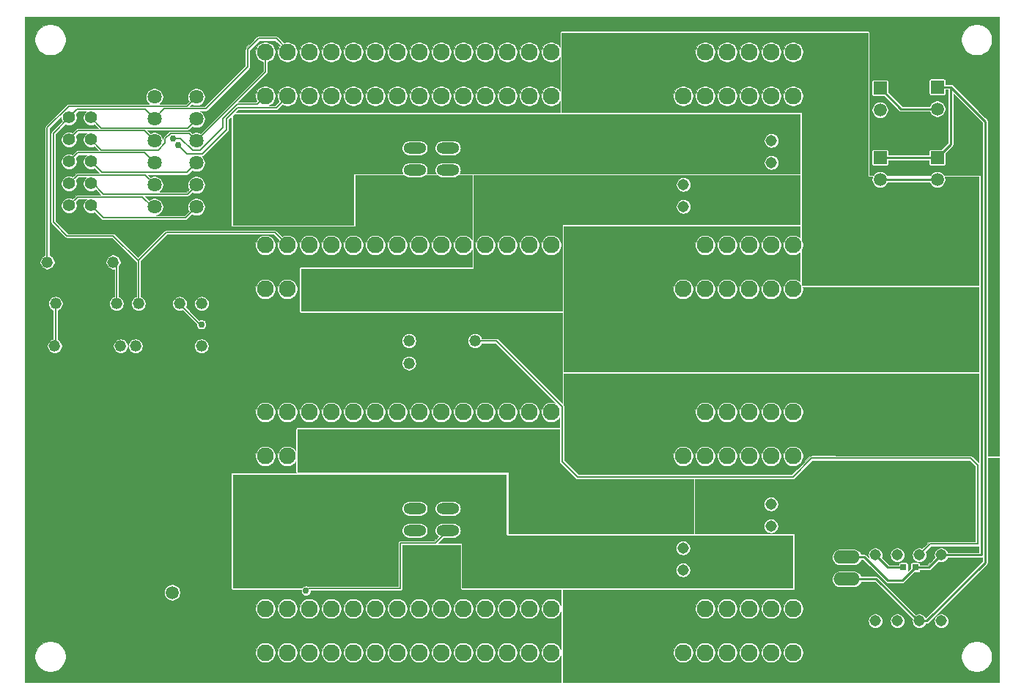
<source format=gbr>
%TF.GenerationSoftware,KiCad,Pcbnew,(5.1.10)-1*%
%TF.CreationDate,2022-06-25T13:24:03+09:00*%
%TF.ProjectId,2022___________,32303232-74a6-4dee-9fed-5fb0fb90fa7f,rev?*%
%TF.SameCoordinates,Original*%
%TF.FileFunction,Copper,L2,Bot*%
%TF.FilePolarity,Positive*%
%FSLAX46Y46*%
G04 Gerber Fmt 4.6, Leading zero omitted, Abs format (unit mm)*
G04 Created by KiCad (PCBNEW (5.1.10)-1) date 2022-06-25 13:24:03*
%MOMM*%
%LPD*%
G01*
G04 APERTURE LIST*
%TA.AperFunction,ComponentPad*%
%ADD10C,1.508000*%
%TD*%
%TA.AperFunction,SMDPad,CuDef*%
%ADD11R,0.700000X0.800000*%
%TD*%
%TA.AperFunction,ComponentPad*%
%ADD12R,1.508000X1.508000*%
%TD*%
%TA.AperFunction,ComponentPad*%
%ADD13C,1.950000*%
%TD*%
%TA.AperFunction,ComponentPad*%
%ADD14C,1.638300*%
%TD*%
%TA.AperFunction,SMDPad,CuDef*%
%ADD15R,6.500000X3.500000*%
%TD*%
%TA.AperFunction,ComponentPad*%
%ADD16O,3.048000X1.524000*%
%TD*%
%TA.AperFunction,ComponentPad*%
%ADD17C,1.320800*%
%TD*%
%TA.AperFunction,ComponentPad*%
%ADD18C,1.308000*%
%TD*%
%TA.AperFunction,ComponentPad*%
%ADD19C,1.422400*%
%TD*%
%TA.AperFunction,SMDPad,CuDef*%
%ADD20R,12.700000X11.938000*%
%TD*%
%TA.AperFunction,ComponentPad*%
%ADD21O,2.616000X1.308000*%
%TD*%
%TA.AperFunction,ViaPad*%
%ADD22C,0.756400*%
%TD*%
%TA.AperFunction,Conductor*%
%ADD23C,0.254000*%
%TD*%
%TA.AperFunction,Conductor*%
%ADD24C,0.152400*%
%TD*%
%TA.AperFunction,Conductor*%
%ADD25C,0.203200*%
%TD*%
%TA.AperFunction,Conductor*%
%ADD26C,0.076200*%
%TD*%
%TA.AperFunction,Conductor*%
%ADD27C,0.100000*%
%TD*%
G04 APERTURE END LIST*
D10*
%TO.P,C1,A*%
%TO.N,VCC*%
X109224100Y-133105600D03*
%TO.P,C1,C*%
%TO.N,GND*%
X101724100Y-133105600D03*
%TD*%
D11*
%TO.P,C2,P$2*%
%TO.N,GND*%
X195066100Y-130214600D03*
%TO.P,C2,P$1*%
%TO.N,VCC*%
X193666100Y-130214600D03*
%TD*%
D12*
%TO.P,CTRL1,1*%
%TO.N,Net-(CTRL1-Pad1)*%
X197600100Y-74683600D03*
D10*
%TO.P,CTRL1,2*%
%TO.N,Net-(CTRL1-Pad2)*%
X197600100Y-77223600D03*
%TD*%
D12*
%TO.P,CTRL2,1*%
%TO.N,Net-(CTRL1-Pad1)*%
X197600100Y-82861600D03*
D10*
%TO.P,CTRL2,2*%
%TO.N,Net-(CTRL1-Pad2)*%
X197600100Y-85401600D03*
%TD*%
D13*
%TO.P,EDGE1,P$50*%
%TO.N,Net-(EDGE1-PadP$1)*%
X180941100Y-140043600D03*
%TO.P,EDGE1,P$49*%
X178401100Y-140043600D03*
%TO.P,EDGE1,P$48*%
X175861100Y-140043600D03*
%TO.P,EDGE1,P$47*%
X173321100Y-140043600D03*
%TO.P,EDGE1,P$46*%
X170781100Y-140043600D03*
%TO.P,EDGE1,P$45*%
X168241100Y-140043600D03*
%TO.P,EDGE1,P$44*%
%TO.N,Net-(EDGE1-PadP$10)*%
X165701100Y-140043600D03*
%TO.P,EDGE1,P$43*%
X163161100Y-140043600D03*
%TO.P,EDGE1,P$42*%
X160621100Y-140043600D03*
%TO.P,EDGE1,P$41*%
X158081100Y-140043600D03*
%TO.P,EDGE1,P$40*%
X155541100Y-140043600D03*
%TO.P,EDGE1,P$39*%
%TO.N,Net-(EDGE1-PadP$28)*%
X153001100Y-140043600D03*
%TO.P,EDGE1,P$38*%
X150461100Y-140043600D03*
%TO.P,EDGE1,P$37*%
X147921100Y-140043600D03*
%TO.P,EDGE1,P$36*%
X145381100Y-140043600D03*
%TO.P,EDGE1,P$35*%
X142841100Y-140043600D03*
%TO.P,EDGE1,P$34*%
X140301100Y-140043600D03*
%TO.P,EDGE1,P$33*%
X137761100Y-140043600D03*
%TO.P,EDGE1,P$32*%
X135221100Y-140043600D03*
%TO.P,EDGE1,P$31*%
X132681100Y-140043600D03*
%TO.P,EDGE1,P$30*%
X130141100Y-140043600D03*
%TO.P,EDGE1,P$29*%
X127601100Y-140043600D03*
%TO.P,EDGE1,P$28*%
X125061100Y-140043600D03*
%TO.P,EDGE1,P$27*%
%TO.N,/VCC2*%
X122521100Y-140043600D03*
%TO.P,EDGE1,P$26*%
%TO.N,/DIR1*%
X119981100Y-140043600D03*
%TO.P,EDGE1,P$25*%
%TO.N,/PWM1*%
X119981100Y-134963600D03*
%TO.P,EDGE1,P$24*%
%TO.N,/GND2*%
X122521100Y-134963600D03*
%TO.P,EDGE1,P$23*%
%TO.N,VCC*%
X125061100Y-134963600D03*
%TO.P,EDGE1,P$22*%
X127601100Y-134963600D03*
%TO.P,EDGE1,P$21*%
X130141100Y-134963600D03*
%TO.P,EDGE1,P$20*%
X132681100Y-134963600D03*
%TO.P,EDGE1,P$19*%
X135221100Y-134963600D03*
%TO.P,EDGE1,P$18*%
X137761100Y-134963600D03*
%TO.P,EDGE1,P$17*%
X140301100Y-134963600D03*
%TO.P,EDGE1,P$16*%
X142841100Y-134963600D03*
%TO.P,EDGE1,P$15*%
X145381100Y-134963600D03*
%TO.P,EDGE1,P$14*%
X147921100Y-134963600D03*
%TO.P,EDGE1,P$13*%
X150461100Y-134963600D03*
%TO.P,EDGE1,P$12*%
X153001100Y-134963600D03*
%TO.P,EDGE1,P$11*%
%TO.N,Net-(EDGE1-PadP$10)*%
X155541100Y-134963600D03*
%TO.P,EDGE1,P$10*%
X158081100Y-134963600D03*
%TO.P,EDGE1,P$9*%
X160621100Y-134963600D03*
%TO.P,EDGE1,P$8*%
X163161100Y-134963600D03*
%TO.P,EDGE1,P$7*%
X165701100Y-134963600D03*
%TO.P,EDGE1,P$6*%
X168241100Y-134963600D03*
%TO.P,EDGE1,P$5*%
%TO.N,Net-(EDGE1-PadP$1)*%
X170781100Y-134963600D03*
%TO.P,EDGE1,P$4*%
X173321100Y-134963600D03*
%TO.P,EDGE1,P$3*%
X175861100Y-134963600D03*
%TO.P,EDGE1,P$2*%
X178401100Y-134963600D03*
%TO.P,EDGE1,P$1*%
X180941100Y-134963600D03*
%TD*%
%TO.P,EDGE2,P$50*%
%TO.N,Net-(EDGE2-PadP$1)*%
X180941100Y-117343600D03*
%TO.P,EDGE2,P$49*%
X178401100Y-117343600D03*
%TO.P,EDGE2,P$48*%
X175861100Y-117343600D03*
%TO.P,EDGE2,P$47*%
X173321100Y-117343600D03*
%TO.P,EDGE2,P$46*%
X170781100Y-117343600D03*
%TO.P,EDGE2,P$45*%
X168241100Y-117343600D03*
%TO.P,EDGE2,P$44*%
%TO.N,Net-(EDGE2-PadP$10)*%
X165701100Y-117343600D03*
%TO.P,EDGE2,P$43*%
X163161100Y-117343600D03*
%TO.P,EDGE2,P$42*%
X160621100Y-117343600D03*
%TO.P,EDGE2,P$41*%
X158081100Y-117343600D03*
%TO.P,EDGE2,P$40*%
X155541100Y-117343600D03*
%TO.P,EDGE2,P$39*%
%TO.N,Net-(EDGE2-PadP$28)*%
X153001100Y-117343600D03*
%TO.P,EDGE2,P$38*%
X150461100Y-117343600D03*
%TO.P,EDGE2,P$37*%
X147921100Y-117343600D03*
%TO.P,EDGE2,P$36*%
X145381100Y-117343600D03*
%TO.P,EDGE2,P$35*%
X142841100Y-117343600D03*
%TO.P,EDGE2,P$34*%
X140301100Y-117343600D03*
%TO.P,EDGE2,P$33*%
X137761100Y-117343600D03*
%TO.P,EDGE2,P$32*%
X135221100Y-117343600D03*
%TO.P,EDGE2,P$31*%
X132681100Y-117343600D03*
%TO.P,EDGE2,P$30*%
X130141100Y-117343600D03*
%TO.P,EDGE2,P$29*%
X127601100Y-117343600D03*
%TO.P,EDGE2,P$28*%
X125061100Y-117343600D03*
%TO.P,EDGE2,P$27*%
%TO.N,/VCC2*%
X122521100Y-117343600D03*
%TO.P,EDGE2,P$26*%
%TO.N,/DIR2*%
X119981100Y-117343600D03*
%TO.P,EDGE2,P$25*%
%TO.N,/PWM2*%
X119981100Y-112263600D03*
%TO.P,EDGE2,P$24*%
%TO.N,/GND2*%
X122521100Y-112263600D03*
%TO.P,EDGE2,P$23*%
%TO.N,VCC*%
X125061100Y-112263600D03*
%TO.P,EDGE2,P$22*%
X127601100Y-112263600D03*
%TO.P,EDGE2,P$21*%
X130141100Y-112263600D03*
%TO.P,EDGE2,P$20*%
X132681100Y-112263600D03*
%TO.P,EDGE2,P$19*%
X135221100Y-112263600D03*
%TO.P,EDGE2,P$18*%
X137761100Y-112263600D03*
%TO.P,EDGE2,P$17*%
X140301100Y-112263600D03*
%TO.P,EDGE2,P$16*%
X142841100Y-112263600D03*
%TO.P,EDGE2,P$15*%
X145381100Y-112263600D03*
%TO.P,EDGE2,P$14*%
X147921100Y-112263600D03*
%TO.P,EDGE2,P$13*%
X150461100Y-112263600D03*
%TO.P,EDGE2,P$12*%
X153001100Y-112263600D03*
%TO.P,EDGE2,P$11*%
%TO.N,Net-(EDGE2-PadP$10)*%
X155541100Y-112263600D03*
%TO.P,EDGE2,P$10*%
X158081100Y-112263600D03*
%TO.P,EDGE2,P$9*%
X160621100Y-112263600D03*
%TO.P,EDGE2,P$8*%
X163161100Y-112263600D03*
%TO.P,EDGE2,P$7*%
X165701100Y-112263600D03*
%TO.P,EDGE2,P$6*%
X168241100Y-112263600D03*
%TO.P,EDGE2,P$5*%
%TO.N,Net-(EDGE2-PadP$1)*%
X170781100Y-112263600D03*
%TO.P,EDGE2,P$4*%
X173321100Y-112263600D03*
%TO.P,EDGE2,P$3*%
X175861100Y-112263600D03*
%TO.P,EDGE2,P$2*%
X178401100Y-112263600D03*
%TO.P,EDGE2,P$1*%
X180941100Y-112263600D03*
%TD*%
%TO.P,EDGE3,P$50*%
%TO.N,Net-(EDGE3-PadP$1)*%
X180941100Y-98043600D03*
%TO.P,EDGE3,P$49*%
X178401100Y-98043600D03*
%TO.P,EDGE3,P$48*%
X175861100Y-98043600D03*
%TO.P,EDGE3,P$47*%
X173321100Y-98043600D03*
%TO.P,EDGE3,P$46*%
X170781100Y-98043600D03*
%TO.P,EDGE3,P$45*%
X168241100Y-98043600D03*
%TO.P,EDGE3,P$44*%
%TO.N,Net-(EDGE3-PadP$10)*%
X165701100Y-98043600D03*
%TO.P,EDGE3,P$43*%
X163161100Y-98043600D03*
%TO.P,EDGE3,P$42*%
X160621100Y-98043600D03*
%TO.P,EDGE3,P$41*%
X158081100Y-98043600D03*
%TO.P,EDGE3,P$40*%
X155541100Y-98043600D03*
%TO.P,EDGE3,P$39*%
%TO.N,Net-(EDGE3-PadP$28)*%
X153001100Y-98043600D03*
%TO.P,EDGE3,P$38*%
X150461100Y-98043600D03*
%TO.P,EDGE3,P$37*%
X147921100Y-98043600D03*
%TO.P,EDGE3,P$36*%
X145381100Y-98043600D03*
%TO.P,EDGE3,P$35*%
X142841100Y-98043600D03*
%TO.P,EDGE3,P$34*%
X140301100Y-98043600D03*
%TO.P,EDGE3,P$33*%
X137761100Y-98043600D03*
%TO.P,EDGE3,P$32*%
X135221100Y-98043600D03*
%TO.P,EDGE3,P$31*%
X132681100Y-98043600D03*
%TO.P,EDGE3,P$30*%
X130141100Y-98043600D03*
%TO.P,EDGE3,P$29*%
X127601100Y-98043600D03*
%TO.P,EDGE3,P$28*%
X125061100Y-98043600D03*
%TO.P,EDGE3,P$27*%
%TO.N,/VCC2*%
X122521100Y-98043600D03*
%TO.P,EDGE3,P$26*%
%TO.N,/DIR3*%
X119981100Y-98043600D03*
%TO.P,EDGE3,P$25*%
%TO.N,/PWM3*%
X119981100Y-92963600D03*
%TO.P,EDGE3,P$24*%
%TO.N,/GND2*%
X122521100Y-92963600D03*
%TO.P,EDGE3,P$23*%
%TO.N,VCC*%
X125061100Y-92963600D03*
%TO.P,EDGE3,P$22*%
X127601100Y-92963600D03*
%TO.P,EDGE3,P$21*%
X130141100Y-92963600D03*
%TO.P,EDGE3,P$20*%
X132681100Y-92963600D03*
%TO.P,EDGE3,P$19*%
X135221100Y-92963600D03*
%TO.P,EDGE3,P$18*%
X137761100Y-92963600D03*
%TO.P,EDGE3,P$17*%
X140301100Y-92963600D03*
%TO.P,EDGE3,P$16*%
X142841100Y-92963600D03*
%TO.P,EDGE3,P$15*%
X145381100Y-92963600D03*
%TO.P,EDGE3,P$14*%
X147921100Y-92963600D03*
%TO.P,EDGE3,P$13*%
X150461100Y-92963600D03*
%TO.P,EDGE3,P$12*%
X153001100Y-92963600D03*
%TO.P,EDGE3,P$11*%
%TO.N,Net-(EDGE3-PadP$10)*%
X155541100Y-92963600D03*
%TO.P,EDGE3,P$10*%
X158081100Y-92963600D03*
%TO.P,EDGE3,P$9*%
X160621100Y-92963600D03*
%TO.P,EDGE3,P$8*%
X163161100Y-92963600D03*
%TO.P,EDGE3,P$7*%
X165701100Y-92963600D03*
%TO.P,EDGE3,P$6*%
X168241100Y-92963600D03*
%TO.P,EDGE3,P$5*%
%TO.N,Net-(EDGE3-PadP$1)*%
X170781100Y-92963600D03*
%TO.P,EDGE3,P$4*%
X173321100Y-92963600D03*
%TO.P,EDGE3,P$3*%
X175861100Y-92963600D03*
%TO.P,EDGE3,P$2*%
X178401100Y-92963600D03*
%TO.P,EDGE3,P$1*%
X180941100Y-92963600D03*
%TD*%
%TO.P,EDGE4,P$50*%
%TO.N,Net-(EDGE4-PadP$1)*%
X180941100Y-75743600D03*
%TO.P,EDGE4,P$49*%
X178401100Y-75743600D03*
%TO.P,EDGE4,P$48*%
X175861100Y-75743600D03*
%TO.P,EDGE4,P$47*%
X173321100Y-75743600D03*
%TO.P,EDGE4,P$46*%
X170781100Y-75743600D03*
%TO.P,EDGE4,P$45*%
X168241100Y-75743600D03*
%TO.P,EDGE4,P$44*%
%TO.N,Net-(EDGE4-PadP$10)*%
X165701100Y-75743600D03*
%TO.P,EDGE4,P$43*%
X163161100Y-75743600D03*
%TO.P,EDGE4,P$42*%
X160621100Y-75743600D03*
%TO.P,EDGE4,P$41*%
X158081100Y-75743600D03*
%TO.P,EDGE4,P$40*%
X155541100Y-75743600D03*
%TO.P,EDGE4,P$39*%
%TO.N,Net-(EDGE4-PadP$28)*%
X153001100Y-75743600D03*
%TO.P,EDGE4,P$38*%
X150461100Y-75743600D03*
%TO.P,EDGE4,P$37*%
X147921100Y-75743600D03*
%TO.P,EDGE4,P$36*%
X145381100Y-75743600D03*
%TO.P,EDGE4,P$35*%
X142841100Y-75743600D03*
%TO.P,EDGE4,P$34*%
X140301100Y-75743600D03*
%TO.P,EDGE4,P$33*%
X137761100Y-75743600D03*
%TO.P,EDGE4,P$32*%
X135221100Y-75743600D03*
%TO.P,EDGE4,P$31*%
X132681100Y-75743600D03*
%TO.P,EDGE4,P$30*%
X130141100Y-75743600D03*
%TO.P,EDGE4,P$29*%
X127601100Y-75743600D03*
%TO.P,EDGE4,P$28*%
X125061100Y-75743600D03*
%TO.P,EDGE4,P$27*%
%TO.N,/VCC2*%
X122521100Y-75743600D03*
%TO.P,EDGE4,P$26*%
%TO.N,/DIR4*%
X119981100Y-75743600D03*
%TO.P,EDGE4,P$25*%
%TO.N,/PWM4*%
X119981100Y-70663600D03*
%TO.P,EDGE4,P$24*%
%TO.N,/GND2*%
X122521100Y-70663600D03*
%TO.P,EDGE4,P$23*%
%TO.N,VCC*%
X125061100Y-70663600D03*
%TO.P,EDGE4,P$22*%
X127601100Y-70663600D03*
%TO.P,EDGE4,P$21*%
X130141100Y-70663600D03*
%TO.P,EDGE4,P$20*%
X132681100Y-70663600D03*
%TO.P,EDGE4,P$19*%
X135221100Y-70663600D03*
%TO.P,EDGE4,P$18*%
X137761100Y-70663600D03*
%TO.P,EDGE4,P$17*%
X140301100Y-70663600D03*
%TO.P,EDGE4,P$16*%
X142841100Y-70663600D03*
%TO.P,EDGE4,P$15*%
X145381100Y-70663600D03*
%TO.P,EDGE4,P$14*%
X147921100Y-70663600D03*
%TO.P,EDGE4,P$13*%
X150461100Y-70663600D03*
%TO.P,EDGE4,P$12*%
X153001100Y-70663600D03*
%TO.P,EDGE4,P$11*%
%TO.N,Net-(EDGE4-PadP$10)*%
X155541100Y-70663600D03*
%TO.P,EDGE4,P$10*%
X158081100Y-70663600D03*
%TO.P,EDGE4,P$9*%
X160621100Y-70663600D03*
%TO.P,EDGE4,P$8*%
X163161100Y-70663600D03*
%TO.P,EDGE4,P$7*%
X165701100Y-70663600D03*
%TO.P,EDGE4,P$6*%
X168241100Y-70663600D03*
%TO.P,EDGE4,P$5*%
%TO.N,Net-(EDGE4-PadP$1)*%
X170781100Y-70663600D03*
%TO.P,EDGE4,P$4*%
X173321100Y-70663600D03*
%TO.P,EDGE4,P$3*%
X175861100Y-70663600D03*
%TO.P,EDGE4,P$2*%
X178401100Y-70663600D03*
%TO.P,EDGE4,P$1*%
X180941100Y-70663600D03*
%TD*%
D14*
%TO.P,EDGE5,P$12*%
%TO.N,/DIR1*%
X107178400Y-88533600D03*
%TO.P,EDGE5,P$11*%
%TO.N,/DIR2*%
X107178400Y-85993600D03*
%TO.P,EDGE5,P$10*%
%TO.N,/DIR3*%
X107178400Y-83453600D03*
%TO.P,EDGE5,P$9*%
%TO.N,/DIR4*%
X107178400Y-80913600D03*
%TO.P,EDGE5,P$8*%
%TO.N,/GND2*%
X107178400Y-78373600D03*
%TO.P,EDGE5,P$7*%
%TO.N,/NC*%
X107178400Y-75833600D03*
%TO.P,EDGE5,P$6*%
%TO.N,/LED*%
X112029800Y-75833600D03*
%TO.P,EDGE5,P$5*%
%TO.N,/VCC2*%
X112029800Y-78373600D03*
%TO.P,EDGE5,P$4*%
%TO.N,/PWM4*%
X112029800Y-80913600D03*
%TO.P,EDGE5,P$3*%
%TO.N,/PWM3*%
X112029800Y-83453600D03*
%TO.P,EDGE5,P$2*%
%TO.N,/PWM2*%
X112029800Y-85993600D03*
%TO.P,EDGE5,P$1*%
%TO.N,/PWM1*%
X112029800Y-88533600D03*
%TD*%
D15*
%TO.P,IN-,P$1*%
%TO.N,GND*%
X98501100Y-113003600D03*
%TD*%
D16*
%TO.P,JP1,2*%
%TO.N,Net-(CTRL1-Pad1)*%
X187148100Y-131548600D03*
%TO.P,JP1,1*%
%TO.N,GND*%
X187148100Y-129008600D03*
%TD*%
D17*
%TO.P,LED1,K*%
%TO.N,GND*%
X98285100Y-99729600D03*
%TO.P,LED1,A*%
%TO.N,Net-(LED1-PadA)*%
X95745100Y-99729600D03*
%TD*%
%TO.P,LED2,K*%
%TO.N,/GND2*%
X105331100Y-99729600D03*
%TO.P,LED2,A*%
%TO.N,Net-(LED2-PadA)*%
X102791100Y-99729600D03*
%TD*%
%TO.P,LED3,K*%
%TO.N,Net-(IRLB-2-PadD)*%
X112631100Y-99729600D03*
%TO.P,LED3,A*%
%TO.N,Net-(LED3-PadA)*%
X110091100Y-99729600D03*
%TD*%
D15*
%TO.P,OUT1-,P$1*%
%TO.N,Net-(EDGE1-PadP$10)*%
X198501100Y-120003600D03*
%TD*%
%TO.P,OUT2-,P$1*%
%TO.N,Net-(EDGE2-PadP$10)*%
X198501100Y-110003600D03*
%TD*%
%TO.P,OUT3-,P$1*%
%TO.N,Net-(EDGE3-PadP$10)*%
X198501100Y-100003600D03*
%TD*%
%TO.P,OUT4-,P$1*%
%TO.N,Net-(EDGE4-PadP$10)*%
X198501100Y-90203600D03*
%TD*%
D18*
%TO.P,P-1,P$2*%
%TO.N,Net-(IRLB-1-PadP$1)*%
X178393100Y-130503600D03*
%TO.P,P-1,P$1*%
%TO.N,Net-(EDGE1-PadP$28)*%
X168233100Y-130503600D03*
%TD*%
%TO.P,P-2,P$2*%
%TO.N,Net-(IRLB-1-PadP$1)*%
X178393100Y-127963600D03*
%TO.P,P-2,P$1*%
%TO.N,Net-(EDGE1-PadP$28)*%
X168233100Y-127963600D03*
%TD*%
%TO.P,P-3,P$2*%
%TO.N,Net-(IRLB-2-PadP$1)*%
X178393100Y-125423600D03*
%TO.P,P-3,P$1*%
%TO.N,Net-(EDGE2-PadP$28)*%
X168233100Y-125423600D03*
%TD*%
%TO.P,P-4,P$2*%
%TO.N,Net-(IRLB-2-PadP$1)*%
X178393100Y-122883600D03*
%TO.P,P-4,P$1*%
%TO.N,Net-(EDGE2-PadP$28)*%
X168233100Y-122883600D03*
%TD*%
%TO.P,P-5,P$2*%
%TO.N,Net-(IRLB-3-PadP$1)*%
X168290100Y-88503600D03*
%TO.P,P-5,P$1*%
%TO.N,Net-(EDGE3-PadP$28)*%
X178450100Y-88503600D03*
%TD*%
%TO.P,P-6,P$2*%
%TO.N,Net-(IRLB-3-PadP$1)*%
X168290100Y-85963600D03*
%TO.P,P-6,P$1*%
%TO.N,Net-(EDGE3-PadP$28)*%
X178450100Y-85963600D03*
%TD*%
%TO.P,P-7,P$2*%
%TO.N,Net-(IRLB-4-PadP$1)*%
X168290100Y-83423600D03*
%TO.P,P-7,P$1*%
%TO.N,Net-(EDGE4-PadP$28)*%
X178450100Y-83423600D03*
%TD*%
%TO.P,P-8,P$2*%
%TO.N,Net-(IRLB-4-PadP$1)*%
X168290100Y-80883600D03*
%TO.P,P-8,P$1*%
%TO.N,Net-(EDGE4-PadP$28)*%
X178450100Y-80883600D03*
%TD*%
D17*
%TO.P,R1,2*%
%TO.N,Net-(LED2-PadA)*%
X102425100Y-94915600D03*
%TO.P,R1,1*%
%TO.N,/LED*%
X94805100Y-94915600D03*
%TD*%
%TO.P,R2,2*%
%TO.N,VCC*%
X103274100Y-104633600D03*
%TO.P,R2,1*%
%TO.N,Net-(LED1-PadA)*%
X95654100Y-104633600D03*
%TD*%
%TO.P,R3,2*%
%TO.N,Net-(IRLB-1-PadG)*%
X136569100Y-104024600D03*
%TO.P,R3,1*%
%TO.N,Net-(R3-Pad1)*%
X144189100Y-104024600D03*
%TD*%
%TO.P,R4,2*%
%TO.N,GND*%
X144189100Y-106601600D03*
%TO.P,R4,1*%
%TO.N,Net-(IRLB-1-PadG)*%
X136569100Y-106601600D03*
%TD*%
%TO.P,R5,2*%
%TO.N,VCC*%
X104985100Y-104633600D03*
%TO.P,R5,1*%
%TO.N,Net-(LED3-PadA)*%
X112605100Y-104633600D03*
%TD*%
D19*
%TO.P,SV1,10*%
%TO.N,/PWM1*%
X99853100Y-88390600D03*
%TO.P,SV1,9*%
%TO.N,/DIR1*%
X97313100Y-88390600D03*
%TO.P,SV1,8*%
%TO.N,/PWM2*%
X99853100Y-85850600D03*
%TO.P,SV1,7*%
%TO.N,/DIR2*%
X97313100Y-85850600D03*
%TO.P,SV1,6*%
%TO.N,/PWM3*%
X99853100Y-83310600D03*
%TO.P,SV1,5*%
%TO.N,/DIR3*%
X97313100Y-83310600D03*
%TO.P,SV1,4*%
%TO.N,/PWM4*%
X99853100Y-80770600D03*
%TO.P,SV1,3*%
%TO.N,/DIR4*%
X97313100Y-80770600D03*
%TO.P,SV1,2*%
%TO.N,/VCC2*%
X99853100Y-78230600D03*
%TO.P,SV1,1*%
%TO.N,/GND2*%
X97313100Y-78230600D03*
%TD*%
D12*
%TO.P,SWITCH,1*%
%TO.N,Net-(CTRL1-Pad2)*%
X190997100Y-74810600D03*
D10*
%TO.P,SWITCH,2*%
%TO.N,VCC*%
X190997100Y-77350600D03*
%TD*%
D15*
%TO.P,THRU-,P$1*%
%TO.N,GND*%
X98501100Y-123003600D03*
%TD*%
D12*
%TO.P,THRU,1*%
%TO.N,Net-(CTRL1-Pad1)*%
X190997100Y-82861600D03*
D10*
%TO.P,THRU,2*%
%TO.N,Net-(CTRL1-Pad2)*%
X190997100Y-85401600D03*
%TD*%
D18*
%TO.P,TLP1,P$8*%
%TO.N,VCC*%
X190449100Y-128771600D03*
%TO.P,TLP1,P$7*%
%TO.N,N/C*%
X192989100Y-128771600D03*
%TO.P,TLP1,P$6*%
%TO.N,Net-(R3-Pad1)*%
X195529100Y-128771600D03*
%TO.P,TLP1,P$5*%
%TO.N,GND*%
X198069100Y-128771600D03*
%TO.P,TLP1,P$4*%
%TO.N,N/C*%
X198069100Y-136391600D03*
%TO.P,TLP1,P$3*%
%TO.N,Net-(CTRL1-Pad1)*%
X195529100Y-136391600D03*
%TO.P,TLP1,P$2*%
%TO.N,Net-(CTRL1-Pad2)*%
X192989100Y-136391600D03*
%TO.P,TLP1,P$1*%
%TO.N,N/C*%
X190449100Y-136391600D03*
%TD*%
D20*
%TO.P,IRLB3813,P$1*%
%TO.N,Net-(IRLB-1-PadP$1)*%
X123235700Y-125933600D03*
D21*
%TO.P,IRLB3813,S*%
%TO.N,GND*%
X137231100Y-128473600D03*
%TO.P,IRLB3813,G*%
%TO.N,Net-(IRLB-1-PadG)*%
X137231100Y-123393600D03*
%TO.P,IRLB3813,D*%
%TO.N,Net-(IRLB-1-PadD)*%
X137231100Y-125933600D03*
%TD*%
%TO.P,IRLB3813,S*%
%TO.N,GND*%
X141071100Y-128473600D03*
%TO.P,IRLB3813,G*%
%TO.N,Net-(IRLB-1-PadG)*%
X141071100Y-123393600D03*
%TO.P,IRLB3813,D*%
%TO.N,Net-(IRLB-2-PadD)*%
X141071100Y-125933600D03*
%TD*%
%TO.P,IRLB3813,S*%
%TO.N,GND*%
X141071100Y-86806600D03*
%TO.P,IRLB3813,G*%
%TO.N,Net-(IRLB-1-PadG)*%
X141071100Y-81726600D03*
%TO.P,IRLB3813,D*%
%TO.N,Net-(IRLB-3-PadD)*%
X141071100Y-84266600D03*
%TD*%
D20*
%TO.P,IRLB3813,P$1*%
%TO.N,Net-(IRLB-4-PadP$1)*%
X123235700Y-84266600D03*
D21*
%TO.P,IRLB3813,S*%
%TO.N,GND*%
X137231100Y-86806600D03*
%TO.P,IRLB3813,G*%
%TO.N,Net-(IRLB-1-PadG)*%
X137231100Y-81726600D03*
%TO.P,IRLB3813,D*%
%TO.N,Net-(IRLB-4-PadD)*%
X137231100Y-84266600D03*
%TD*%
D22*
%TO.N,/DIR4*%
X109296100Y-80638600D03*
%TO.N,/VCC2*%
X109931100Y-81400600D03*
%TO.N,Net-(LED3-PadA)*%
X112591100Y-102118600D03*
%TO.N,Net-(IRLB-2-PadD)*%
X124680100Y-132901844D03*
%TD*%
D23*
%TO.N,GND*%
X198069100Y-128771600D02*
X196626100Y-130214600D01*
X195066100Y-130214600D02*
X196626100Y-130214600D01*
X198069100Y-128771600D02*
X202692100Y-128771600D01*
X202692100Y-128771600D02*
X202692100Y-82249600D01*
X187148100Y-129008600D02*
X189162100Y-129008600D01*
X191846100Y-131692600D02*
X193588100Y-131692600D01*
X193588100Y-131692600D02*
X195066100Y-130214600D01*
X189162100Y-129008600D02*
X191846100Y-131692600D01*
%TO.N,VCC*%
X193666100Y-130214600D02*
X191892100Y-130214600D01*
X191892100Y-130214600D02*
X190449100Y-128771600D01*
D24*
%TO.N,/PWM1*%
X99853100Y-88390600D02*
X101245100Y-89782600D01*
X112029800Y-88533600D02*
X110780800Y-89782600D01*
X110780800Y-89782600D02*
X101245100Y-89782600D01*
%TO.N,/DIR1*%
X97313100Y-88390600D02*
X98334100Y-87403600D01*
X98334100Y-87403600D02*
X105781400Y-87403600D01*
X107178400Y-88533600D02*
X106945400Y-88533600D01*
X106945400Y-88533600D02*
X105781400Y-87403600D01*
%TO.N,/PWM2*%
X112029800Y-85993600D02*
X111013800Y-87053600D01*
X111013800Y-87053600D02*
X101266100Y-87053600D01*
X101266100Y-87053600D02*
X100107100Y-85850600D01*
X99853100Y-85850600D02*
X100107100Y-85850600D01*
%TO.N,/DIR2*%
X97313100Y-85850600D02*
X98334100Y-84903600D01*
X98334100Y-84903600D02*
X106121100Y-84903600D01*
X107178400Y-85993600D02*
X107178400Y-85886900D01*
X107178400Y-85886900D02*
X106121100Y-84903600D01*
%TO.N,/PWM3*%
X112029800Y-83453600D02*
X110907800Y-84575600D01*
X110907800Y-84575600D02*
X101118100Y-84575600D01*
X99853100Y-83310600D02*
X101118100Y-84575600D01*
%TO.N,/DIR3*%
X97313100Y-83310600D02*
X98334100Y-82289600D01*
X106014400Y-82289600D02*
X107178400Y-83453600D01*
X98334100Y-82289600D02*
X106014400Y-82289600D01*
%TO.N,/PWM4*%
X119981100Y-70663600D02*
X119981100Y-72962300D01*
X119981100Y-72962300D02*
X112029800Y-80913600D01*
X108435300Y-80641250D02*
X109044750Y-80031800D01*
X108435300Y-81138444D02*
X108435300Y-80641250D01*
X109044750Y-80031800D02*
X111152356Y-80031800D01*
X112029800Y-80913600D02*
X112029800Y-80909244D01*
X112029800Y-80909244D02*
X111152356Y-80031800D01*
X99853100Y-80770600D02*
X101043850Y-81961350D01*
X101043850Y-81961350D02*
X107612393Y-81961350D01*
X107612393Y-81961350D02*
X108435300Y-81138444D01*
%TO.N,/DIR4*%
X97313100Y-80770600D02*
X98334100Y-79749600D01*
X106014400Y-79749600D02*
X107178400Y-80913600D01*
X98334100Y-79749600D02*
X106014400Y-79749600D01*
X111582100Y-82035600D02*
X112421043Y-82035600D01*
X111582100Y-82035600D02*
X110185100Y-80638600D01*
X109296100Y-80638600D02*
X110185100Y-80638600D01*
X119038700Y-76686000D02*
X119981100Y-75743600D01*
X112421043Y-82035600D02*
X115087300Y-79369344D01*
X115087300Y-79369344D02*
X115087300Y-78353344D01*
X115087300Y-78353344D02*
X116754643Y-76686000D01*
X116754643Y-76686000D02*
X119038700Y-76686000D01*
%TO.N,/VCC2*%
X112029800Y-78373600D02*
X111034800Y-79423600D01*
X111034800Y-79423600D02*
X100991100Y-79423600D01*
X99853100Y-78230600D02*
X100991100Y-79423600D01*
X109931100Y-81400600D02*
X110947100Y-82403600D01*
X121234100Y-77082600D02*
X122521100Y-75795600D01*
X122521100Y-75795600D02*
X122521100Y-75743600D01*
X115519100Y-79622600D02*
X115519100Y-78352600D01*
X115519100Y-78352600D02*
X116789100Y-77082600D01*
X116789100Y-77082600D02*
X121234100Y-77082600D01*
X112738100Y-82403600D02*
X115519100Y-79622600D01*
X110947100Y-82403600D02*
X112738100Y-82403600D01*
%TO.N,/GND2*%
X97313100Y-78230600D02*
X98262100Y-77281600D01*
X106086400Y-77281600D02*
X107178400Y-78373600D01*
X98262100Y-77281600D02*
X106086400Y-77281600D01*
X105331100Y-99729600D02*
X105331100Y-94802363D01*
X105331100Y-94802363D02*
X102412337Y-91883600D01*
X97083900Y-91883600D02*
X95490900Y-90290600D01*
X95490900Y-90290600D02*
X95490900Y-80052800D01*
X95490900Y-80052800D02*
X97313100Y-78230600D01*
X102412337Y-91883600D02*
X97083900Y-91883600D01*
X105331100Y-99729600D02*
X105331100Y-94713600D01*
X108541100Y-91503600D02*
X105331100Y-94713600D01*
X122521100Y-92963600D02*
X121061100Y-91503600D01*
X121061100Y-91503600D02*
X108541100Y-91503600D01*
X107178400Y-78373600D02*
X108342400Y-77209600D01*
X113106100Y-77209600D02*
X117932100Y-72383600D01*
X117932100Y-72383600D02*
X117932100Y-70351600D01*
X117932100Y-70351600D02*
X119202100Y-69081600D01*
X119202100Y-69081600D02*
X121234100Y-69081600D01*
X121234100Y-69081600D02*
X122521100Y-70368600D01*
X122521100Y-70368600D02*
X122521100Y-70663600D01*
X108342400Y-77209600D02*
X113106100Y-77209600D01*
%TO.N,Net-(LED2-PadA)*%
X102791100Y-95281600D02*
X102425100Y-94915600D01*
X102791100Y-95281600D02*
X102791100Y-99729600D01*
%TO.N,/LED*%
X112029800Y-75833600D02*
X110958600Y-76904800D01*
X110958600Y-76904800D02*
X97281900Y-76904800D01*
X94805100Y-94915600D02*
X94805100Y-79381600D01*
X94805100Y-79381600D02*
X97281900Y-76904800D01*
D23*
%TO.N,Net-(CTRL1-Pad2)*%
X190997100Y-74810600D02*
X193410100Y-77223600D01*
X193410100Y-77223600D02*
X197600100Y-77223600D01*
X197600100Y-85401600D02*
X190997100Y-85401600D01*
%TO.N,Net-(CTRL1-Pad1)*%
X197600100Y-82861600D02*
X190997100Y-82861600D01*
X197600100Y-82861600D02*
X199151100Y-81310600D01*
X203151100Y-78691600D02*
X203151100Y-79755600D01*
X203151100Y-78691600D02*
X202151100Y-77691600D01*
X199151100Y-81310600D02*
X199151100Y-74683600D01*
X199151100Y-74683600D02*
X197600100Y-74683600D01*
X203151100Y-79755600D02*
X203123900Y-79728400D01*
X203123900Y-79728400D02*
X203123900Y-129661600D01*
X203123900Y-129661600D02*
X196393900Y-136391600D01*
X195529100Y-136391600D02*
X196393900Y-136391600D01*
X195529100Y-136391600D02*
X195402100Y-136391600D01*
X190559100Y-131548600D02*
X187148100Y-131548600D01*
X195402100Y-136391600D02*
X190559100Y-131548600D01*
D24*
X202151100Y-77691600D02*
X202151100Y-77683600D01*
D23*
X202151100Y-77683600D02*
X199151100Y-74683600D01*
D24*
%TO.N,Net-(LED1-PadA)*%
X95745100Y-99729600D02*
X95745100Y-104542600D01*
X95654100Y-104633600D02*
X95745100Y-104542600D01*
D25*
%TO.N,Net-(R3-Pad1)*%
X144189100Y-104024600D02*
X146672100Y-104024600D01*
X146672100Y-104024600D02*
X154254100Y-111606600D01*
X154254100Y-111606600D02*
X154254100Y-117976600D01*
X154254100Y-117976600D02*
X156032100Y-119754600D01*
X180924100Y-119754600D02*
X183083100Y-117595600D01*
X180924100Y-119754600D02*
X156032100Y-119754600D01*
X183083100Y-117595600D02*
X201479300Y-117595600D01*
X201479300Y-117595600D02*
X202260300Y-118376600D01*
X202260300Y-118376600D02*
X202260300Y-127501600D01*
X202260300Y-127501600D02*
X196799100Y-127501600D01*
X196799100Y-127501600D02*
X195529100Y-128771600D01*
D24*
%TO.N,Net-(LED3-PadA)*%
X112591100Y-102118600D02*
X112464100Y-102118600D01*
X112464100Y-102118600D02*
X110091100Y-99745600D01*
X110091100Y-99729600D02*
X110091100Y-99745600D01*
%TO.N,Net-(IRLB-2-PadD)*%
X124680100Y-132901844D02*
X124752856Y-132901844D01*
X139628100Y-127376600D02*
X141071100Y-125933600D01*
X124752856Y-132901844D02*
X125015500Y-132639200D01*
X135567500Y-127376600D02*
X139628100Y-127376600D01*
X135567500Y-132639200D02*
X135567500Y-127376600D01*
X125015500Y-132639200D02*
X135567500Y-132639200D01*
%TD*%
D26*
%TO.N,GND*%
X204787999Y-117328900D02*
X203441400Y-117328900D01*
X203441400Y-79886017D01*
X203445851Y-79877690D01*
X203464006Y-79817841D01*
X203468600Y-79771196D01*
X203470136Y-79755600D01*
X203468600Y-79740004D01*
X203468600Y-78707196D01*
X203470136Y-78691600D01*
X203464006Y-78629359D01*
X203445851Y-78569510D01*
X203416369Y-78514353D01*
X203403433Y-78498590D01*
X203376693Y-78466007D01*
X203364577Y-78456064D01*
X202418096Y-77509584D01*
X202416369Y-77506353D01*
X202386634Y-77470121D01*
X199386642Y-74470130D01*
X199376693Y-74458007D01*
X199328347Y-74418331D01*
X199273190Y-74388849D01*
X199213341Y-74370694D01*
X199166696Y-74366100D01*
X199151100Y-74364564D01*
X199135504Y-74366100D01*
X198545521Y-74366100D01*
X198545521Y-73929600D01*
X198541843Y-73892256D01*
X198530950Y-73856346D01*
X198513261Y-73823252D01*
X198489455Y-73794245D01*
X198460448Y-73770439D01*
X198427354Y-73752750D01*
X198391444Y-73741857D01*
X198354100Y-73738179D01*
X196846100Y-73738179D01*
X196808756Y-73741857D01*
X196772846Y-73752750D01*
X196739752Y-73770439D01*
X196710745Y-73794245D01*
X196686939Y-73823252D01*
X196669250Y-73856346D01*
X196658357Y-73892256D01*
X196654679Y-73929600D01*
X196654679Y-75437600D01*
X196658357Y-75474944D01*
X196669250Y-75510854D01*
X196686939Y-75543948D01*
X196710745Y-75572955D01*
X196739752Y-75596761D01*
X196772846Y-75614450D01*
X196808756Y-75625343D01*
X196846100Y-75629021D01*
X198354100Y-75629021D01*
X198391444Y-75625343D01*
X198427354Y-75614450D01*
X198460448Y-75596761D01*
X198489455Y-75572955D01*
X198513261Y-75543948D01*
X198530950Y-75510854D01*
X198541843Y-75474944D01*
X198545521Y-75437600D01*
X198545521Y-75001100D01*
X198833601Y-75001100D01*
X198833600Y-81179087D01*
X198096509Y-81916179D01*
X196846100Y-81916179D01*
X196808756Y-81919857D01*
X196772846Y-81930750D01*
X196739752Y-81948439D01*
X196710745Y-81972245D01*
X196686939Y-82001252D01*
X196669250Y-82034346D01*
X196658357Y-82070256D01*
X196654679Y-82107600D01*
X196654679Y-82544100D01*
X191942521Y-82544100D01*
X191942521Y-82107600D01*
X191938843Y-82070256D01*
X191927950Y-82034346D01*
X191910261Y-82001252D01*
X191886455Y-81972245D01*
X191857448Y-81948439D01*
X191824354Y-81930750D01*
X191788444Y-81919857D01*
X191751100Y-81916179D01*
X190243100Y-81916179D01*
X190205756Y-81919857D01*
X190169846Y-81930750D01*
X190136752Y-81948439D01*
X190107745Y-81972245D01*
X190083939Y-82001252D01*
X190066250Y-82034346D01*
X190055357Y-82070256D01*
X190051679Y-82107600D01*
X190051679Y-83615600D01*
X190055357Y-83652944D01*
X190066250Y-83688854D01*
X190083939Y-83721948D01*
X190107745Y-83750955D01*
X190136752Y-83774761D01*
X190169846Y-83792450D01*
X190205756Y-83803343D01*
X190243100Y-83807021D01*
X191751100Y-83807021D01*
X191788444Y-83803343D01*
X191824354Y-83792450D01*
X191857448Y-83774761D01*
X191886455Y-83750955D01*
X191910261Y-83721948D01*
X191927950Y-83688854D01*
X191938843Y-83652944D01*
X191942521Y-83615600D01*
X191942521Y-83179100D01*
X196654679Y-83179100D01*
X196654679Y-83615600D01*
X196658357Y-83652944D01*
X196669250Y-83688854D01*
X196686939Y-83721948D01*
X196710745Y-83750955D01*
X196739752Y-83774761D01*
X196772846Y-83792450D01*
X196808756Y-83803343D01*
X196846100Y-83807021D01*
X198354100Y-83807021D01*
X198391444Y-83803343D01*
X198427354Y-83792450D01*
X198460448Y-83774761D01*
X198489455Y-83750955D01*
X198513261Y-83721948D01*
X198530950Y-83688854D01*
X198541843Y-83652944D01*
X198545521Y-83615600D01*
X198545521Y-82365191D01*
X199364577Y-81546136D01*
X199376693Y-81536193D01*
X199416369Y-81487847D01*
X199445851Y-81432690D01*
X199464006Y-81372841D01*
X199468600Y-81326196D01*
X199468600Y-81326194D01*
X199470136Y-81310601D01*
X199468600Y-81295008D01*
X199468600Y-75450112D01*
X201884108Y-77865621D01*
X201885832Y-77868846D01*
X201915566Y-77905078D01*
X202833600Y-78823113D01*
X202833601Y-79597982D01*
X202829149Y-79606311D01*
X202810994Y-79666160D01*
X202804864Y-79728400D01*
X202806400Y-79743996D01*
X202806400Y-84839900D01*
X198360725Y-84839900D01*
X198333741Y-84799516D01*
X198202184Y-84667959D01*
X198047489Y-84564595D01*
X197875600Y-84493397D01*
X197693125Y-84457100D01*
X197507075Y-84457100D01*
X197324600Y-84493397D01*
X197152711Y-84564595D01*
X196998016Y-84667959D01*
X196866459Y-84799516D01*
X196839475Y-84839900D01*
X191757725Y-84839900D01*
X191730741Y-84799516D01*
X191599184Y-84667959D01*
X191444489Y-84564595D01*
X191272600Y-84493397D01*
X191090125Y-84457100D01*
X190904075Y-84457100D01*
X190721600Y-84493397D01*
X190549711Y-84564595D01*
X190395016Y-84667959D01*
X190263459Y-84799516D01*
X190236475Y-84839900D01*
X189798800Y-84839900D01*
X189798800Y-77257575D01*
X190052600Y-77257575D01*
X190052600Y-77443625D01*
X190088897Y-77626100D01*
X190160095Y-77797989D01*
X190263459Y-77952684D01*
X190395016Y-78084241D01*
X190549711Y-78187605D01*
X190721600Y-78258803D01*
X190904075Y-78295100D01*
X191090125Y-78295100D01*
X191272600Y-78258803D01*
X191444489Y-78187605D01*
X191599184Y-78084241D01*
X191730741Y-77952684D01*
X191834105Y-77797989D01*
X191905303Y-77626100D01*
X191941600Y-77443625D01*
X191941600Y-77257575D01*
X191905303Y-77075100D01*
X191834105Y-76903211D01*
X191730741Y-76748516D01*
X191599184Y-76616959D01*
X191444489Y-76513595D01*
X191272600Y-76442397D01*
X191090125Y-76406100D01*
X190904075Y-76406100D01*
X190721600Y-76442397D01*
X190549711Y-76513595D01*
X190395016Y-76616959D01*
X190263459Y-76748516D01*
X190160095Y-76903211D01*
X190088897Y-77075100D01*
X190052600Y-77257575D01*
X189798800Y-77257575D01*
X189798800Y-74056600D01*
X190051679Y-74056600D01*
X190051679Y-75564600D01*
X190055357Y-75601944D01*
X190066250Y-75637854D01*
X190083939Y-75670948D01*
X190107745Y-75699955D01*
X190136752Y-75723761D01*
X190169846Y-75741450D01*
X190205756Y-75752343D01*
X190243100Y-75756021D01*
X191493509Y-75756021D01*
X193174563Y-77437076D01*
X193184507Y-77449193D01*
X193232853Y-77488869D01*
X193288010Y-77518351D01*
X193347859Y-77536506D01*
X193394504Y-77541100D01*
X193394506Y-77541100D01*
X193410099Y-77542636D01*
X193425692Y-77541100D01*
X196709294Y-77541100D01*
X196763095Y-77670989D01*
X196866459Y-77825684D01*
X196998016Y-77957241D01*
X197152711Y-78060605D01*
X197324600Y-78131803D01*
X197507075Y-78168100D01*
X197693125Y-78168100D01*
X197875600Y-78131803D01*
X198047489Y-78060605D01*
X198202184Y-77957241D01*
X198333741Y-77825684D01*
X198437105Y-77670989D01*
X198508303Y-77499100D01*
X198544600Y-77316625D01*
X198544600Y-77130575D01*
X198508303Y-76948100D01*
X198437105Y-76776211D01*
X198333741Y-76621516D01*
X198202184Y-76489959D01*
X198047489Y-76386595D01*
X197875600Y-76315397D01*
X197693125Y-76279100D01*
X197507075Y-76279100D01*
X197324600Y-76315397D01*
X197152711Y-76386595D01*
X196998016Y-76489959D01*
X196866459Y-76621516D01*
X196763095Y-76776211D01*
X196709294Y-76906100D01*
X193541613Y-76906100D01*
X191942521Y-75307009D01*
X191942521Y-74056600D01*
X191938843Y-74019256D01*
X191927950Y-73983346D01*
X191910261Y-73950252D01*
X191886455Y-73921245D01*
X191857448Y-73897439D01*
X191824354Y-73879750D01*
X191788444Y-73868857D01*
X191751100Y-73865179D01*
X190243100Y-73865179D01*
X190205756Y-73868857D01*
X190169846Y-73879750D01*
X190136752Y-73897439D01*
X190107745Y-73921245D01*
X190083939Y-73950252D01*
X190066250Y-73983346D01*
X190055357Y-74019256D01*
X190051679Y-74056600D01*
X189798800Y-74056600D01*
X189798800Y-69057251D01*
X200360600Y-69057251D01*
X200360600Y-69409949D01*
X200429408Y-69755869D01*
X200564380Y-70081720D01*
X200760328Y-70374977D01*
X201009723Y-70624372D01*
X201302980Y-70820320D01*
X201628831Y-70955292D01*
X201974751Y-71024100D01*
X202327449Y-71024100D01*
X202673369Y-70955292D01*
X202999220Y-70820320D01*
X203292477Y-70624372D01*
X203541872Y-70374977D01*
X203737820Y-70081720D01*
X203872792Y-69755869D01*
X203941600Y-69409949D01*
X203941600Y-69057251D01*
X203872792Y-68711331D01*
X203737820Y-68385480D01*
X203541872Y-68092223D01*
X203292477Y-67842828D01*
X202999220Y-67646880D01*
X202673369Y-67511908D01*
X202327449Y-67443100D01*
X201974751Y-67443100D01*
X201628831Y-67511908D01*
X201302980Y-67646880D01*
X201009723Y-67842828D01*
X200760328Y-68092223D01*
X200564380Y-68385480D01*
X200429408Y-68711331D01*
X200360600Y-69057251D01*
X189798800Y-69057251D01*
X189798800Y-68427400D01*
X189795140Y-68390235D01*
X189784299Y-68354499D01*
X189766695Y-68321564D01*
X189743004Y-68292696D01*
X189714136Y-68269005D01*
X189681201Y-68251401D01*
X189645465Y-68240560D01*
X189608300Y-68236900D01*
X154201900Y-68236900D01*
X154164735Y-68240560D01*
X154128999Y-68251401D01*
X154096064Y-68269005D01*
X154067196Y-68292696D01*
X154043505Y-68321564D01*
X154025901Y-68354499D01*
X154015060Y-68390235D01*
X154011400Y-68427400D01*
X154011400Y-70077777D01*
X153906403Y-69920637D01*
X153744063Y-69758297D01*
X153553171Y-69630748D01*
X153341064Y-69542890D01*
X153115892Y-69498100D01*
X152886308Y-69498100D01*
X152661136Y-69542890D01*
X152449029Y-69630748D01*
X152258137Y-69758297D01*
X152095797Y-69920637D01*
X151968248Y-70111529D01*
X151880390Y-70323636D01*
X151835600Y-70548808D01*
X151835600Y-70778392D01*
X151880390Y-71003564D01*
X151968248Y-71215671D01*
X152095797Y-71406563D01*
X152258137Y-71568903D01*
X152449029Y-71696452D01*
X152661136Y-71784310D01*
X152886308Y-71829100D01*
X153115892Y-71829100D01*
X153341064Y-71784310D01*
X153553171Y-71696452D01*
X153744063Y-71568903D01*
X153906403Y-71406563D01*
X154011400Y-71249423D01*
X154011400Y-75157777D01*
X153906403Y-75000637D01*
X153744063Y-74838297D01*
X153553171Y-74710748D01*
X153341064Y-74622890D01*
X153115892Y-74578100D01*
X152886308Y-74578100D01*
X152661136Y-74622890D01*
X152449029Y-74710748D01*
X152258137Y-74838297D01*
X152095797Y-75000637D01*
X151968248Y-75191529D01*
X151880390Y-75403636D01*
X151835600Y-75628808D01*
X151835600Y-75858392D01*
X151880390Y-76083564D01*
X151968248Y-76295671D01*
X152095797Y-76486563D01*
X152258137Y-76648903D01*
X152449029Y-76776452D01*
X152661136Y-76864310D01*
X152886308Y-76909100D01*
X153115892Y-76909100D01*
X153341064Y-76864310D01*
X153553171Y-76776452D01*
X153744063Y-76648903D01*
X153906403Y-76486563D01*
X154011400Y-76329423D01*
X154011400Y-77617900D01*
X116630970Y-77617900D01*
X116899570Y-77349300D01*
X121221004Y-77349300D01*
X121234100Y-77350590D01*
X121247196Y-77349300D01*
X121247198Y-77349300D01*
X121286382Y-77345441D01*
X121336655Y-77330190D01*
X121382987Y-77305426D01*
X121423598Y-77272098D01*
X121431954Y-77261916D01*
X121938091Y-76755780D01*
X121969029Y-76776452D01*
X122181136Y-76864310D01*
X122406308Y-76909100D01*
X122635892Y-76909100D01*
X122861064Y-76864310D01*
X123073171Y-76776452D01*
X123264063Y-76648903D01*
X123426403Y-76486563D01*
X123553952Y-76295671D01*
X123641810Y-76083564D01*
X123686600Y-75858392D01*
X123686600Y-75628808D01*
X123895600Y-75628808D01*
X123895600Y-75858392D01*
X123940390Y-76083564D01*
X124028248Y-76295671D01*
X124155797Y-76486563D01*
X124318137Y-76648903D01*
X124509029Y-76776452D01*
X124721136Y-76864310D01*
X124946308Y-76909100D01*
X125175892Y-76909100D01*
X125401064Y-76864310D01*
X125613171Y-76776452D01*
X125804063Y-76648903D01*
X125966403Y-76486563D01*
X126093952Y-76295671D01*
X126181810Y-76083564D01*
X126226600Y-75858392D01*
X126226600Y-75628808D01*
X126435600Y-75628808D01*
X126435600Y-75858392D01*
X126480390Y-76083564D01*
X126568248Y-76295671D01*
X126695797Y-76486563D01*
X126858137Y-76648903D01*
X127049029Y-76776452D01*
X127261136Y-76864310D01*
X127486308Y-76909100D01*
X127715892Y-76909100D01*
X127941064Y-76864310D01*
X128153171Y-76776452D01*
X128344063Y-76648903D01*
X128506403Y-76486563D01*
X128633952Y-76295671D01*
X128721810Y-76083564D01*
X128766600Y-75858392D01*
X128766600Y-75628808D01*
X128975600Y-75628808D01*
X128975600Y-75858392D01*
X129020390Y-76083564D01*
X129108248Y-76295671D01*
X129235797Y-76486563D01*
X129398137Y-76648903D01*
X129589029Y-76776452D01*
X129801136Y-76864310D01*
X130026308Y-76909100D01*
X130255892Y-76909100D01*
X130481064Y-76864310D01*
X130693171Y-76776452D01*
X130884063Y-76648903D01*
X131046403Y-76486563D01*
X131173952Y-76295671D01*
X131261810Y-76083564D01*
X131306600Y-75858392D01*
X131306600Y-75628808D01*
X131515600Y-75628808D01*
X131515600Y-75858392D01*
X131560390Y-76083564D01*
X131648248Y-76295671D01*
X131775797Y-76486563D01*
X131938137Y-76648903D01*
X132129029Y-76776452D01*
X132341136Y-76864310D01*
X132566308Y-76909100D01*
X132795892Y-76909100D01*
X133021064Y-76864310D01*
X133233171Y-76776452D01*
X133424063Y-76648903D01*
X133586403Y-76486563D01*
X133713952Y-76295671D01*
X133801810Y-76083564D01*
X133846600Y-75858392D01*
X133846600Y-75628808D01*
X134055600Y-75628808D01*
X134055600Y-75858392D01*
X134100390Y-76083564D01*
X134188248Y-76295671D01*
X134315797Y-76486563D01*
X134478137Y-76648903D01*
X134669029Y-76776452D01*
X134881136Y-76864310D01*
X135106308Y-76909100D01*
X135335892Y-76909100D01*
X135561064Y-76864310D01*
X135773171Y-76776452D01*
X135964063Y-76648903D01*
X136126403Y-76486563D01*
X136253952Y-76295671D01*
X136341810Y-76083564D01*
X136386600Y-75858392D01*
X136386600Y-75628808D01*
X136595600Y-75628808D01*
X136595600Y-75858392D01*
X136640390Y-76083564D01*
X136728248Y-76295671D01*
X136855797Y-76486563D01*
X137018137Y-76648903D01*
X137209029Y-76776452D01*
X137421136Y-76864310D01*
X137646308Y-76909100D01*
X137875892Y-76909100D01*
X138101064Y-76864310D01*
X138313171Y-76776452D01*
X138504063Y-76648903D01*
X138666403Y-76486563D01*
X138793952Y-76295671D01*
X138881810Y-76083564D01*
X138926600Y-75858392D01*
X138926600Y-75628808D01*
X139135600Y-75628808D01*
X139135600Y-75858392D01*
X139180390Y-76083564D01*
X139268248Y-76295671D01*
X139395797Y-76486563D01*
X139558137Y-76648903D01*
X139749029Y-76776452D01*
X139961136Y-76864310D01*
X140186308Y-76909100D01*
X140415892Y-76909100D01*
X140641064Y-76864310D01*
X140853171Y-76776452D01*
X141044063Y-76648903D01*
X141206403Y-76486563D01*
X141333952Y-76295671D01*
X141421810Y-76083564D01*
X141466600Y-75858392D01*
X141466600Y-75628808D01*
X141675600Y-75628808D01*
X141675600Y-75858392D01*
X141720390Y-76083564D01*
X141808248Y-76295671D01*
X141935797Y-76486563D01*
X142098137Y-76648903D01*
X142289029Y-76776452D01*
X142501136Y-76864310D01*
X142726308Y-76909100D01*
X142955892Y-76909100D01*
X143181064Y-76864310D01*
X143393171Y-76776452D01*
X143584063Y-76648903D01*
X143746403Y-76486563D01*
X143873952Y-76295671D01*
X143961810Y-76083564D01*
X144006600Y-75858392D01*
X144006600Y-75628808D01*
X144215600Y-75628808D01*
X144215600Y-75858392D01*
X144260390Y-76083564D01*
X144348248Y-76295671D01*
X144475797Y-76486563D01*
X144638137Y-76648903D01*
X144829029Y-76776452D01*
X145041136Y-76864310D01*
X145266308Y-76909100D01*
X145495892Y-76909100D01*
X145721064Y-76864310D01*
X145933171Y-76776452D01*
X146124063Y-76648903D01*
X146286403Y-76486563D01*
X146413952Y-76295671D01*
X146501810Y-76083564D01*
X146546600Y-75858392D01*
X146546600Y-75628808D01*
X146755600Y-75628808D01*
X146755600Y-75858392D01*
X146800390Y-76083564D01*
X146888248Y-76295671D01*
X147015797Y-76486563D01*
X147178137Y-76648903D01*
X147369029Y-76776452D01*
X147581136Y-76864310D01*
X147806308Y-76909100D01*
X148035892Y-76909100D01*
X148261064Y-76864310D01*
X148473171Y-76776452D01*
X148664063Y-76648903D01*
X148826403Y-76486563D01*
X148953952Y-76295671D01*
X149041810Y-76083564D01*
X149086600Y-75858392D01*
X149086600Y-75628808D01*
X149295600Y-75628808D01*
X149295600Y-75858392D01*
X149340390Y-76083564D01*
X149428248Y-76295671D01*
X149555797Y-76486563D01*
X149718137Y-76648903D01*
X149909029Y-76776452D01*
X150121136Y-76864310D01*
X150346308Y-76909100D01*
X150575892Y-76909100D01*
X150801064Y-76864310D01*
X151013171Y-76776452D01*
X151204063Y-76648903D01*
X151366403Y-76486563D01*
X151493952Y-76295671D01*
X151581810Y-76083564D01*
X151626600Y-75858392D01*
X151626600Y-75628808D01*
X151581810Y-75403636D01*
X151493952Y-75191529D01*
X151366403Y-75000637D01*
X151204063Y-74838297D01*
X151013171Y-74710748D01*
X150801064Y-74622890D01*
X150575892Y-74578100D01*
X150346308Y-74578100D01*
X150121136Y-74622890D01*
X149909029Y-74710748D01*
X149718137Y-74838297D01*
X149555797Y-75000637D01*
X149428248Y-75191529D01*
X149340390Y-75403636D01*
X149295600Y-75628808D01*
X149086600Y-75628808D01*
X149041810Y-75403636D01*
X148953952Y-75191529D01*
X148826403Y-75000637D01*
X148664063Y-74838297D01*
X148473171Y-74710748D01*
X148261064Y-74622890D01*
X148035892Y-74578100D01*
X147806308Y-74578100D01*
X147581136Y-74622890D01*
X147369029Y-74710748D01*
X147178137Y-74838297D01*
X147015797Y-75000637D01*
X146888248Y-75191529D01*
X146800390Y-75403636D01*
X146755600Y-75628808D01*
X146546600Y-75628808D01*
X146501810Y-75403636D01*
X146413952Y-75191529D01*
X146286403Y-75000637D01*
X146124063Y-74838297D01*
X145933171Y-74710748D01*
X145721064Y-74622890D01*
X145495892Y-74578100D01*
X145266308Y-74578100D01*
X145041136Y-74622890D01*
X144829029Y-74710748D01*
X144638137Y-74838297D01*
X144475797Y-75000637D01*
X144348248Y-75191529D01*
X144260390Y-75403636D01*
X144215600Y-75628808D01*
X144006600Y-75628808D01*
X143961810Y-75403636D01*
X143873952Y-75191529D01*
X143746403Y-75000637D01*
X143584063Y-74838297D01*
X143393171Y-74710748D01*
X143181064Y-74622890D01*
X142955892Y-74578100D01*
X142726308Y-74578100D01*
X142501136Y-74622890D01*
X142289029Y-74710748D01*
X142098137Y-74838297D01*
X141935797Y-75000637D01*
X141808248Y-75191529D01*
X141720390Y-75403636D01*
X141675600Y-75628808D01*
X141466600Y-75628808D01*
X141421810Y-75403636D01*
X141333952Y-75191529D01*
X141206403Y-75000637D01*
X141044063Y-74838297D01*
X140853171Y-74710748D01*
X140641064Y-74622890D01*
X140415892Y-74578100D01*
X140186308Y-74578100D01*
X139961136Y-74622890D01*
X139749029Y-74710748D01*
X139558137Y-74838297D01*
X139395797Y-75000637D01*
X139268248Y-75191529D01*
X139180390Y-75403636D01*
X139135600Y-75628808D01*
X138926600Y-75628808D01*
X138881810Y-75403636D01*
X138793952Y-75191529D01*
X138666403Y-75000637D01*
X138504063Y-74838297D01*
X138313171Y-74710748D01*
X138101064Y-74622890D01*
X137875892Y-74578100D01*
X137646308Y-74578100D01*
X137421136Y-74622890D01*
X137209029Y-74710748D01*
X137018137Y-74838297D01*
X136855797Y-75000637D01*
X136728248Y-75191529D01*
X136640390Y-75403636D01*
X136595600Y-75628808D01*
X136386600Y-75628808D01*
X136341810Y-75403636D01*
X136253952Y-75191529D01*
X136126403Y-75000637D01*
X135964063Y-74838297D01*
X135773171Y-74710748D01*
X135561064Y-74622890D01*
X135335892Y-74578100D01*
X135106308Y-74578100D01*
X134881136Y-74622890D01*
X134669029Y-74710748D01*
X134478137Y-74838297D01*
X134315797Y-75000637D01*
X134188248Y-75191529D01*
X134100390Y-75403636D01*
X134055600Y-75628808D01*
X133846600Y-75628808D01*
X133801810Y-75403636D01*
X133713952Y-75191529D01*
X133586403Y-75000637D01*
X133424063Y-74838297D01*
X133233171Y-74710748D01*
X133021064Y-74622890D01*
X132795892Y-74578100D01*
X132566308Y-74578100D01*
X132341136Y-74622890D01*
X132129029Y-74710748D01*
X131938137Y-74838297D01*
X131775797Y-75000637D01*
X131648248Y-75191529D01*
X131560390Y-75403636D01*
X131515600Y-75628808D01*
X131306600Y-75628808D01*
X131261810Y-75403636D01*
X131173952Y-75191529D01*
X131046403Y-75000637D01*
X130884063Y-74838297D01*
X130693171Y-74710748D01*
X130481064Y-74622890D01*
X130255892Y-74578100D01*
X130026308Y-74578100D01*
X129801136Y-74622890D01*
X129589029Y-74710748D01*
X129398137Y-74838297D01*
X129235797Y-75000637D01*
X129108248Y-75191529D01*
X129020390Y-75403636D01*
X128975600Y-75628808D01*
X128766600Y-75628808D01*
X128721810Y-75403636D01*
X128633952Y-75191529D01*
X128506403Y-75000637D01*
X128344063Y-74838297D01*
X128153171Y-74710748D01*
X127941064Y-74622890D01*
X127715892Y-74578100D01*
X127486308Y-74578100D01*
X127261136Y-74622890D01*
X127049029Y-74710748D01*
X126858137Y-74838297D01*
X126695797Y-75000637D01*
X126568248Y-75191529D01*
X126480390Y-75403636D01*
X126435600Y-75628808D01*
X126226600Y-75628808D01*
X126181810Y-75403636D01*
X126093952Y-75191529D01*
X125966403Y-75000637D01*
X125804063Y-74838297D01*
X125613171Y-74710748D01*
X125401064Y-74622890D01*
X125175892Y-74578100D01*
X124946308Y-74578100D01*
X124721136Y-74622890D01*
X124509029Y-74710748D01*
X124318137Y-74838297D01*
X124155797Y-75000637D01*
X124028248Y-75191529D01*
X123940390Y-75403636D01*
X123895600Y-75628808D01*
X123686600Y-75628808D01*
X123641810Y-75403636D01*
X123553952Y-75191529D01*
X123426403Y-75000637D01*
X123264063Y-74838297D01*
X123073171Y-74710748D01*
X122861064Y-74622890D01*
X122635892Y-74578100D01*
X122406308Y-74578100D01*
X122181136Y-74622890D01*
X121969029Y-74710748D01*
X121778137Y-74838297D01*
X121615797Y-75000637D01*
X121488248Y-75191529D01*
X121400390Y-75403636D01*
X121355600Y-75628808D01*
X121355600Y-75858392D01*
X121400390Y-76083564D01*
X121488248Y-76295671D01*
X121550577Y-76388953D01*
X121123630Y-76815900D01*
X120437936Y-76815900D01*
X120533171Y-76776452D01*
X120724063Y-76648903D01*
X120886403Y-76486563D01*
X121013952Y-76295671D01*
X121101810Y-76083564D01*
X121146600Y-75858392D01*
X121146600Y-75628808D01*
X121101810Y-75403636D01*
X121013952Y-75191529D01*
X120886403Y-75000637D01*
X120724063Y-74838297D01*
X120533171Y-74710748D01*
X120321064Y-74622890D01*
X120095892Y-74578100D01*
X119866308Y-74578100D01*
X119641136Y-74622890D01*
X119429029Y-74710748D01*
X119238137Y-74838297D01*
X119075797Y-75000637D01*
X118948248Y-75191529D01*
X118860390Y-75403636D01*
X118815600Y-75628808D01*
X118815600Y-75858392D01*
X118860390Y-76083564D01*
X118948248Y-76295671D01*
X118989748Y-76357781D01*
X118928230Y-76419300D01*
X116901270Y-76419300D01*
X120160416Y-73160154D01*
X120170598Y-73151798D01*
X120203926Y-73111187D01*
X120228690Y-73064855D01*
X120243941Y-73014582D01*
X120247800Y-72975398D01*
X120247800Y-72975397D01*
X120249090Y-72962301D01*
X120247800Y-72949205D01*
X120247800Y-71798883D01*
X120321064Y-71784310D01*
X120533171Y-71696452D01*
X120724063Y-71568903D01*
X120886403Y-71406563D01*
X121013952Y-71215671D01*
X121101810Y-71003564D01*
X121146600Y-70778392D01*
X121146600Y-70548808D01*
X121101810Y-70323636D01*
X121013952Y-70111529D01*
X120886403Y-69920637D01*
X120724063Y-69758297D01*
X120533171Y-69630748D01*
X120321064Y-69542890D01*
X120095892Y-69498100D01*
X119866308Y-69498100D01*
X119641136Y-69542890D01*
X119429029Y-69630748D01*
X119238137Y-69758297D01*
X119075797Y-69920637D01*
X118948248Y-70111529D01*
X118860390Y-70323636D01*
X118815600Y-70548808D01*
X118815600Y-70778392D01*
X118860390Y-71003564D01*
X118948248Y-71215671D01*
X119075797Y-71406563D01*
X119238137Y-71568903D01*
X119429029Y-71696452D01*
X119641136Y-71784310D01*
X119714400Y-71798883D01*
X119714401Y-72851829D01*
X112531620Y-80034610D01*
X112508048Y-80018860D01*
X112324304Y-79942751D01*
X112129242Y-79903950D01*
X111930358Y-79903950D01*
X111735296Y-79942751D01*
X111551552Y-80018860D01*
X111530591Y-80032865D01*
X111350210Y-79852484D01*
X111341854Y-79842302D01*
X111301243Y-79808974D01*
X111254911Y-79784210D01*
X111204638Y-79768959D01*
X111165454Y-79765100D01*
X111165452Y-79765100D01*
X111152356Y-79763810D01*
X111139260Y-79765100D01*
X109057845Y-79765100D01*
X109044749Y-79763810D01*
X109031653Y-79765100D01*
X109031652Y-79765100D01*
X108992468Y-79768959D01*
X108942195Y-79784210D01*
X108930165Y-79790640D01*
X108895861Y-79808975D01*
X108892056Y-79812098D01*
X108855252Y-79842302D01*
X108846900Y-79852479D01*
X108255979Y-80443401D01*
X108245803Y-80451752D01*
X108237453Y-80461927D01*
X108212475Y-80492363D01*
X108187711Y-80538695D01*
X108172460Y-80588968D01*
X108167310Y-80641250D01*
X108168601Y-80654356D01*
X108168601Y-80716382D01*
X108149249Y-80619096D01*
X108073140Y-80435352D01*
X107962646Y-80269986D01*
X107822014Y-80129354D01*
X107656648Y-80018860D01*
X107472904Y-79942751D01*
X107277842Y-79903950D01*
X107078958Y-79903950D01*
X106883896Y-79942751D01*
X106700152Y-80018860D01*
X106676580Y-80034610D01*
X106332270Y-79690300D01*
X111025298Y-79690300D01*
X111042004Y-79691493D01*
X111064498Y-79688665D01*
X111087082Y-79686441D01*
X111090544Y-79685391D01*
X111094130Y-79684940D01*
X111115643Y-79677777D01*
X111137355Y-79671190D01*
X111140546Y-79669484D01*
X111143974Y-79668343D01*
X111163664Y-79657128D01*
X111183687Y-79646426D01*
X111186485Y-79644130D01*
X111189624Y-79642342D01*
X111206745Y-79627503D01*
X111224298Y-79613098D01*
X111234932Y-79600140D01*
X111550205Y-79267440D01*
X111551552Y-79268340D01*
X111735296Y-79344449D01*
X111930358Y-79383250D01*
X112129242Y-79383250D01*
X112324304Y-79344449D01*
X112508048Y-79268340D01*
X112673414Y-79157846D01*
X112814046Y-79017214D01*
X112924540Y-78851848D01*
X113000649Y-78668104D01*
X113039450Y-78473042D01*
X113039450Y-78274158D01*
X113000649Y-78079096D01*
X112924540Y-77895352D01*
X112814046Y-77729986D01*
X112673414Y-77589354D01*
X112508048Y-77478860D01*
X112501868Y-77476300D01*
X113093004Y-77476300D01*
X113106100Y-77477590D01*
X113119196Y-77476300D01*
X113119198Y-77476300D01*
X113158382Y-77472441D01*
X113208655Y-77457190D01*
X113254987Y-77432426D01*
X113295598Y-77399098D01*
X113303954Y-77388916D01*
X118111422Y-72581449D01*
X118121598Y-72573098D01*
X118154926Y-72532487D01*
X118179690Y-72486155D01*
X118194941Y-72435882D01*
X118198800Y-72396698D01*
X118198800Y-72396697D01*
X118200090Y-72383600D01*
X118198800Y-72370501D01*
X118198800Y-70462070D01*
X119312570Y-69348300D01*
X121123630Y-69348300D01*
X121655882Y-69880552D01*
X121615797Y-69920637D01*
X121488248Y-70111529D01*
X121400390Y-70323636D01*
X121355600Y-70548808D01*
X121355600Y-70778392D01*
X121400390Y-71003564D01*
X121488248Y-71215671D01*
X121615797Y-71406563D01*
X121778137Y-71568903D01*
X121969029Y-71696452D01*
X122181136Y-71784310D01*
X122406308Y-71829100D01*
X122635892Y-71829100D01*
X122861064Y-71784310D01*
X123073171Y-71696452D01*
X123264063Y-71568903D01*
X123426403Y-71406563D01*
X123553952Y-71215671D01*
X123641810Y-71003564D01*
X123686600Y-70778392D01*
X123686600Y-70548808D01*
X123895600Y-70548808D01*
X123895600Y-70778392D01*
X123940390Y-71003564D01*
X124028248Y-71215671D01*
X124155797Y-71406563D01*
X124318137Y-71568903D01*
X124509029Y-71696452D01*
X124721136Y-71784310D01*
X124946308Y-71829100D01*
X125175892Y-71829100D01*
X125401064Y-71784310D01*
X125613171Y-71696452D01*
X125804063Y-71568903D01*
X125966403Y-71406563D01*
X126093952Y-71215671D01*
X126181810Y-71003564D01*
X126226600Y-70778392D01*
X126226600Y-70548808D01*
X126435600Y-70548808D01*
X126435600Y-70778392D01*
X126480390Y-71003564D01*
X126568248Y-71215671D01*
X126695797Y-71406563D01*
X126858137Y-71568903D01*
X127049029Y-71696452D01*
X127261136Y-71784310D01*
X127486308Y-71829100D01*
X127715892Y-71829100D01*
X127941064Y-71784310D01*
X128153171Y-71696452D01*
X128344063Y-71568903D01*
X128506403Y-71406563D01*
X128633952Y-71215671D01*
X128721810Y-71003564D01*
X128766600Y-70778392D01*
X128766600Y-70548808D01*
X128975600Y-70548808D01*
X128975600Y-70778392D01*
X129020390Y-71003564D01*
X129108248Y-71215671D01*
X129235797Y-71406563D01*
X129398137Y-71568903D01*
X129589029Y-71696452D01*
X129801136Y-71784310D01*
X130026308Y-71829100D01*
X130255892Y-71829100D01*
X130481064Y-71784310D01*
X130693171Y-71696452D01*
X130884063Y-71568903D01*
X131046403Y-71406563D01*
X131173952Y-71215671D01*
X131261810Y-71003564D01*
X131306600Y-70778392D01*
X131306600Y-70548808D01*
X131515600Y-70548808D01*
X131515600Y-70778392D01*
X131560390Y-71003564D01*
X131648248Y-71215671D01*
X131775797Y-71406563D01*
X131938137Y-71568903D01*
X132129029Y-71696452D01*
X132341136Y-71784310D01*
X132566308Y-71829100D01*
X132795892Y-71829100D01*
X133021064Y-71784310D01*
X133233171Y-71696452D01*
X133424063Y-71568903D01*
X133586403Y-71406563D01*
X133713952Y-71215671D01*
X133801810Y-71003564D01*
X133846600Y-70778392D01*
X133846600Y-70548808D01*
X134055600Y-70548808D01*
X134055600Y-70778392D01*
X134100390Y-71003564D01*
X134188248Y-71215671D01*
X134315797Y-71406563D01*
X134478137Y-71568903D01*
X134669029Y-71696452D01*
X134881136Y-71784310D01*
X135106308Y-71829100D01*
X135335892Y-71829100D01*
X135561064Y-71784310D01*
X135773171Y-71696452D01*
X135964063Y-71568903D01*
X136126403Y-71406563D01*
X136253952Y-71215671D01*
X136341810Y-71003564D01*
X136386600Y-70778392D01*
X136386600Y-70548808D01*
X136595600Y-70548808D01*
X136595600Y-70778392D01*
X136640390Y-71003564D01*
X136728248Y-71215671D01*
X136855797Y-71406563D01*
X137018137Y-71568903D01*
X137209029Y-71696452D01*
X137421136Y-71784310D01*
X137646308Y-71829100D01*
X137875892Y-71829100D01*
X138101064Y-71784310D01*
X138313171Y-71696452D01*
X138504063Y-71568903D01*
X138666403Y-71406563D01*
X138793952Y-71215671D01*
X138881810Y-71003564D01*
X138926600Y-70778392D01*
X138926600Y-70548808D01*
X139135600Y-70548808D01*
X139135600Y-70778392D01*
X139180390Y-71003564D01*
X139268248Y-71215671D01*
X139395797Y-71406563D01*
X139558137Y-71568903D01*
X139749029Y-71696452D01*
X139961136Y-71784310D01*
X140186308Y-71829100D01*
X140415892Y-71829100D01*
X140641064Y-71784310D01*
X140853171Y-71696452D01*
X141044063Y-71568903D01*
X141206403Y-71406563D01*
X141333952Y-71215671D01*
X141421810Y-71003564D01*
X141466600Y-70778392D01*
X141466600Y-70548808D01*
X141675600Y-70548808D01*
X141675600Y-70778392D01*
X141720390Y-71003564D01*
X141808248Y-71215671D01*
X141935797Y-71406563D01*
X142098137Y-71568903D01*
X142289029Y-71696452D01*
X142501136Y-71784310D01*
X142726308Y-71829100D01*
X142955892Y-71829100D01*
X143181064Y-71784310D01*
X143393171Y-71696452D01*
X143584063Y-71568903D01*
X143746403Y-71406563D01*
X143873952Y-71215671D01*
X143961810Y-71003564D01*
X144006600Y-70778392D01*
X144006600Y-70548808D01*
X144215600Y-70548808D01*
X144215600Y-70778392D01*
X144260390Y-71003564D01*
X144348248Y-71215671D01*
X144475797Y-71406563D01*
X144638137Y-71568903D01*
X144829029Y-71696452D01*
X145041136Y-71784310D01*
X145266308Y-71829100D01*
X145495892Y-71829100D01*
X145721064Y-71784310D01*
X145933171Y-71696452D01*
X146124063Y-71568903D01*
X146286403Y-71406563D01*
X146413952Y-71215671D01*
X146501810Y-71003564D01*
X146546600Y-70778392D01*
X146546600Y-70548808D01*
X146755600Y-70548808D01*
X146755600Y-70778392D01*
X146800390Y-71003564D01*
X146888248Y-71215671D01*
X147015797Y-71406563D01*
X147178137Y-71568903D01*
X147369029Y-71696452D01*
X147581136Y-71784310D01*
X147806308Y-71829100D01*
X148035892Y-71829100D01*
X148261064Y-71784310D01*
X148473171Y-71696452D01*
X148664063Y-71568903D01*
X148826403Y-71406563D01*
X148953952Y-71215671D01*
X149041810Y-71003564D01*
X149086600Y-70778392D01*
X149086600Y-70548808D01*
X149295600Y-70548808D01*
X149295600Y-70778392D01*
X149340390Y-71003564D01*
X149428248Y-71215671D01*
X149555797Y-71406563D01*
X149718137Y-71568903D01*
X149909029Y-71696452D01*
X150121136Y-71784310D01*
X150346308Y-71829100D01*
X150575892Y-71829100D01*
X150801064Y-71784310D01*
X151013171Y-71696452D01*
X151204063Y-71568903D01*
X151366403Y-71406563D01*
X151493952Y-71215671D01*
X151581810Y-71003564D01*
X151626600Y-70778392D01*
X151626600Y-70548808D01*
X151581810Y-70323636D01*
X151493952Y-70111529D01*
X151366403Y-69920637D01*
X151204063Y-69758297D01*
X151013171Y-69630748D01*
X150801064Y-69542890D01*
X150575892Y-69498100D01*
X150346308Y-69498100D01*
X150121136Y-69542890D01*
X149909029Y-69630748D01*
X149718137Y-69758297D01*
X149555797Y-69920637D01*
X149428248Y-70111529D01*
X149340390Y-70323636D01*
X149295600Y-70548808D01*
X149086600Y-70548808D01*
X149041810Y-70323636D01*
X148953952Y-70111529D01*
X148826403Y-69920637D01*
X148664063Y-69758297D01*
X148473171Y-69630748D01*
X148261064Y-69542890D01*
X148035892Y-69498100D01*
X147806308Y-69498100D01*
X147581136Y-69542890D01*
X147369029Y-69630748D01*
X147178137Y-69758297D01*
X147015797Y-69920637D01*
X146888248Y-70111529D01*
X146800390Y-70323636D01*
X146755600Y-70548808D01*
X146546600Y-70548808D01*
X146501810Y-70323636D01*
X146413952Y-70111529D01*
X146286403Y-69920637D01*
X146124063Y-69758297D01*
X145933171Y-69630748D01*
X145721064Y-69542890D01*
X145495892Y-69498100D01*
X145266308Y-69498100D01*
X145041136Y-69542890D01*
X144829029Y-69630748D01*
X144638137Y-69758297D01*
X144475797Y-69920637D01*
X144348248Y-70111529D01*
X144260390Y-70323636D01*
X144215600Y-70548808D01*
X144006600Y-70548808D01*
X143961810Y-70323636D01*
X143873952Y-70111529D01*
X143746403Y-69920637D01*
X143584063Y-69758297D01*
X143393171Y-69630748D01*
X143181064Y-69542890D01*
X142955892Y-69498100D01*
X142726308Y-69498100D01*
X142501136Y-69542890D01*
X142289029Y-69630748D01*
X142098137Y-69758297D01*
X141935797Y-69920637D01*
X141808248Y-70111529D01*
X141720390Y-70323636D01*
X141675600Y-70548808D01*
X141466600Y-70548808D01*
X141421810Y-70323636D01*
X141333952Y-70111529D01*
X141206403Y-69920637D01*
X141044063Y-69758297D01*
X140853171Y-69630748D01*
X140641064Y-69542890D01*
X140415892Y-69498100D01*
X140186308Y-69498100D01*
X139961136Y-69542890D01*
X139749029Y-69630748D01*
X139558137Y-69758297D01*
X139395797Y-69920637D01*
X139268248Y-70111529D01*
X139180390Y-70323636D01*
X139135600Y-70548808D01*
X138926600Y-70548808D01*
X138881810Y-70323636D01*
X138793952Y-70111529D01*
X138666403Y-69920637D01*
X138504063Y-69758297D01*
X138313171Y-69630748D01*
X138101064Y-69542890D01*
X137875892Y-69498100D01*
X137646308Y-69498100D01*
X137421136Y-69542890D01*
X137209029Y-69630748D01*
X137018137Y-69758297D01*
X136855797Y-69920637D01*
X136728248Y-70111529D01*
X136640390Y-70323636D01*
X136595600Y-70548808D01*
X136386600Y-70548808D01*
X136341810Y-70323636D01*
X136253952Y-70111529D01*
X136126403Y-69920637D01*
X135964063Y-69758297D01*
X135773171Y-69630748D01*
X135561064Y-69542890D01*
X135335892Y-69498100D01*
X135106308Y-69498100D01*
X134881136Y-69542890D01*
X134669029Y-69630748D01*
X134478137Y-69758297D01*
X134315797Y-69920637D01*
X134188248Y-70111529D01*
X134100390Y-70323636D01*
X134055600Y-70548808D01*
X133846600Y-70548808D01*
X133801810Y-70323636D01*
X133713952Y-70111529D01*
X133586403Y-69920637D01*
X133424063Y-69758297D01*
X133233171Y-69630748D01*
X133021064Y-69542890D01*
X132795892Y-69498100D01*
X132566308Y-69498100D01*
X132341136Y-69542890D01*
X132129029Y-69630748D01*
X131938137Y-69758297D01*
X131775797Y-69920637D01*
X131648248Y-70111529D01*
X131560390Y-70323636D01*
X131515600Y-70548808D01*
X131306600Y-70548808D01*
X131261810Y-70323636D01*
X131173952Y-70111529D01*
X131046403Y-69920637D01*
X130884063Y-69758297D01*
X130693171Y-69630748D01*
X130481064Y-69542890D01*
X130255892Y-69498100D01*
X130026308Y-69498100D01*
X129801136Y-69542890D01*
X129589029Y-69630748D01*
X129398137Y-69758297D01*
X129235797Y-69920637D01*
X129108248Y-70111529D01*
X129020390Y-70323636D01*
X128975600Y-70548808D01*
X128766600Y-70548808D01*
X128721810Y-70323636D01*
X128633952Y-70111529D01*
X128506403Y-69920637D01*
X128344063Y-69758297D01*
X128153171Y-69630748D01*
X127941064Y-69542890D01*
X127715892Y-69498100D01*
X127486308Y-69498100D01*
X127261136Y-69542890D01*
X127049029Y-69630748D01*
X126858137Y-69758297D01*
X126695797Y-69920637D01*
X126568248Y-70111529D01*
X126480390Y-70323636D01*
X126435600Y-70548808D01*
X126226600Y-70548808D01*
X126181810Y-70323636D01*
X126093952Y-70111529D01*
X125966403Y-69920637D01*
X125804063Y-69758297D01*
X125613171Y-69630748D01*
X125401064Y-69542890D01*
X125175892Y-69498100D01*
X124946308Y-69498100D01*
X124721136Y-69542890D01*
X124509029Y-69630748D01*
X124318137Y-69758297D01*
X124155797Y-69920637D01*
X124028248Y-70111529D01*
X123940390Y-70323636D01*
X123895600Y-70548808D01*
X123686600Y-70548808D01*
X123641810Y-70323636D01*
X123553952Y-70111529D01*
X123426403Y-69920637D01*
X123264063Y-69758297D01*
X123073171Y-69630748D01*
X122861064Y-69542890D01*
X122635892Y-69498100D01*
X122406308Y-69498100D01*
X122181136Y-69542890D01*
X122104362Y-69574691D01*
X121431954Y-68902284D01*
X121423598Y-68892102D01*
X121382987Y-68858774D01*
X121336655Y-68834010D01*
X121286382Y-68818759D01*
X121247198Y-68814900D01*
X121247196Y-68814900D01*
X121234100Y-68813610D01*
X121221004Y-68814900D01*
X119215195Y-68814900D01*
X119202099Y-68813610D01*
X119189003Y-68814900D01*
X119189002Y-68814900D01*
X119149818Y-68818759D01*
X119099545Y-68834010D01*
X119053213Y-68858774D01*
X119012602Y-68892102D01*
X119004246Y-68902284D01*
X117752779Y-70153751D01*
X117742603Y-70162102D01*
X117734253Y-70172277D01*
X117709275Y-70202713D01*
X117684511Y-70249045D01*
X117669260Y-70299318D01*
X117664110Y-70351600D01*
X117665401Y-70364706D01*
X117665400Y-72273129D01*
X112995630Y-76942900D01*
X111297670Y-76942900D01*
X111527980Y-76712590D01*
X111551552Y-76728340D01*
X111735296Y-76804449D01*
X111930358Y-76843250D01*
X112129242Y-76843250D01*
X112324304Y-76804449D01*
X112508048Y-76728340D01*
X112673414Y-76617846D01*
X112814046Y-76477214D01*
X112924540Y-76311848D01*
X113000649Y-76128104D01*
X113039450Y-75933042D01*
X113039450Y-75734158D01*
X113000649Y-75539096D01*
X112924540Y-75355352D01*
X112814046Y-75189986D01*
X112673414Y-75049354D01*
X112508048Y-74938860D01*
X112324304Y-74862751D01*
X112129242Y-74823950D01*
X111930358Y-74823950D01*
X111735296Y-74862751D01*
X111551552Y-74938860D01*
X111386186Y-75049354D01*
X111245554Y-75189986D01*
X111135060Y-75355352D01*
X111058951Y-75539096D01*
X111020150Y-75734158D01*
X111020150Y-75933042D01*
X111058951Y-76128104D01*
X111135060Y-76311848D01*
X111150810Y-76335420D01*
X110848130Y-76638100D01*
X107791702Y-76638100D01*
X107822014Y-76617846D01*
X107962646Y-76477214D01*
X108073140Y-76311848D01*
X108149249Y-76128104D01*
X108188050Y-75933042D01*
X108188050Y-75734158D01*
X108149249Y-75539096D01*
X108073140Y-75355352D01*
X107962646Y-75189986D01*
X107822014Y-75049354D01*
X107656648Y-74938860D01*
X107472904Y-74862751D01*
X107277842Y-74823950D01*
X107078958Y-74823950D01*
X106883896Y-74862751D01*
X106700152Y-74938860D01*
X106534786Y-75049354D01*
X106394154Y-75189986D01*
X106283660Y-75355352D01*
X106207551Y-75539096D01*
X106168750Y-75734158D01*
X106168750Y-75933042D01*
X106207551Y-76128104D01*
X106283660Y-76311848D01*
X106394154Y-76477214D01*
X106534786Y-76617846D01*
X106565098Y-76638100D01*
X97294995Y-76638100D01*
X97281899Y-76636810D01*
X97268803Y-76638100D01*
X97268802Y-76638100D01*
X97229618Y-76641959D01*
X97179345Y-76657210D01*
X97133013Y-76681974D01*
X97092402Y-76715302D01*
X97084046Y-76725484D01*
X94625779Y-79183751D01*
X94615603Y-79192102D01*
X94607253Y-79202277D01*
X94582275Y-79232713D01*
X94557511Y-79279045D01*
X94542260Y-79329318D01*
X94537110Y-79381600D01*
X94538401Y-79394706D01*
X94538400Y-94105064D01*
X94402048Y-94161542D01*
X94262683Y-94254663D01*
X94144163Y-94373183D01*
X94051042Y-94512548D01*
X93986900Y-94667402D01*
X93954200Y-94831794D01*
X93954200Y-94999406D01*
X93986900Y-95163798D01*
X94051042Y-95318652D01*
X94144163Y-95458017D01*
X94262683Y-95576537D01*
X94402048Y-95669658D01*
X94556902Y-95733800D01*
X94721294Y-95766500D01*
X94888906Y-95766500D01*
X95053298Y-95733800D01*
X95208152Y-95669658D01*
X95347517Y-95576537D01*
X95466037Y-95458017D01*
X95559158Y-95318652D01*
X95623300Y-95163798D01*
X95656000Y-94999406D01*
X95656000Y-94831794D01*
X101574200Y-94831794D01*
X101574200Y-94999406D01*
X101606900Y-95163798D01*
X101671042Y-95318652D01*
X101764163Y-95458017D01*
X101882683Y-95576537D01*
X102022048Y-95669658D01*
X102176902Y-95733800D01*
X102341294Y-95766500D01*
X102508906Y-95766500D01*
X102524400Y-95763418D01*
X102524401Y-98919063D01*
X102388048Y-98975542D01*
X102248683Y-99068663D01*
X102130163Y-99187183D01*
X102037042Y-99326548D01*
X101972900Y-99481402D01*
X101940200Y-99645794D01*
X101940200Y-99813406D01*
X101972900Y-99977798D01*
X102037042Y-100132652D01*
X102130163Y-100272017D01*
X102248683Y-100390537D01*
X102388048Y-100483658D01*
X102542902Y-100547800D01*
X102707294Y-100580500D01*
X102874906Y-100580500D01*
X103039298Y-100547800D01*
X103194152Y-100483658D01*
X103333517Y-100390537D01*
X103452037Y-100272017D01*
X103545158Y-100132652D01*
X103609300Y-99977798D01*
X103642000Y-99813406D01*
X103642000Y-99645794D01*
X103609300Y-99481402D01*
X103545158Y-99326548D01*
X103452037Y-99187183D01*
X103333517Y-99068663D01*
X103194152Y-98975542D01*
X103057800Y-98919064D01*
X103057800Y-95486254D01*
X103086037Y-95458017D01*
X103179158Y-95318652D01*
X103243300Y-95163798D01*
X103276000Y-94999406D01*
X103276000Y-94831794D01*
X103243300Y-94667402D01*
X103179158Y-94512548D01*
X103086037Y-94373183D01*
X102967517Y-94254663D01*
X102828152Y-94161542D01*
X102673298Y-94097400D01*
X102508906Y-94064700D01*
X102341294Y-94064700D01*
X102176902Y-94097400D01*
X102022048Y-94161542D01*
X101882683Y-94254663D01*
X101764163Y-94373183D01*
X101671042Y-94512548D01*
X101606900Y-94667402D01*
X101574200Y-94831794D01*
X95656000Y-94831794D01*
X95623300Y-94667402D01*
X95559158Y-94512548D01*
X95466037Y-94373183D01*
X95347517Y-94254663D01*
X95208152Y-94161542D01*
X95071800Y-94105064D01*
X95071800Y-79492070D01*
X96411400Y-78152470D01*
X96411400Y-78319410D01*
X96446052Y-78493616D01*
X96512498Y-78654031D01*
X95311579Y-79854951D01*
X95301403Y-79863302D01*
X95285309Y-79882913D01*
X95268075Y-79903913D01*
X95243311Y-79950245D01*
X95228060Y-80000518D01*
X95222910Y-80052800D01*
X95224201Y-80065906D01*
X95224200Y-90277504D01*
X95222910Y-90290600D01*
X95224200Y-90303696D01*
X95224200Y-90303697D01*
X95228059Y-90342881D01*
X95243310Y-90393154D01*
X95268074Y-90439487D01*
X95301402Y-90480098D01*
X95311584Y-90488454D01*
X96886046Y-92062916D01*
X96894402Y-92073098D01*
X96935013Y-92106426D01*
X96981345Y-92131190D01*
X97031618Y-92146441D01*
X97070802Y-92150300D01*
X97070803Y-92150300D01*
X97083899Y-92151590D01*
X97096995Y-92150300D01*
X102301867Y-92150300D01*
X105064401Y-94912834D01*
X105064400Y-98919064D01*
X104928048Y-98975542D01*
X104788683Y-99068663D01*
X104670163Y-99187183D01*
X104577042Y-99326548D01*
X104512900Y-99481402D01*
X104480200Y-99645794D01*
X104480200Y-99813406D01*
X104512900Y-99977798D01*
X104577042Y-100132652D01*
X104670163Y-100272017D01*
X104788683Y-100390537D01*
X104928048Y-100483658D01*
X105082902Y-100547800D01*
X105247294Y-100580500D01*
X105414906Y-100580500D01*
X105579298Y-100547800D01*
X105734152Y-100483658D01*
X105873517Y-100390537D01*
X105992037Y-100272017D01*
X106085158Y-100132652D01*
X106149300Y-99977798D01*
X106182000Y-99813406D01*
X106182000Y-99645794D01*
X109240200Y-99645794D01*
X109240200Y-99813406D01*
X109272900Y-99977798D01*
X109337042Y-100132652D01*
X109430163Y-100272017D01*
X109548683Y-100390537D01*
X109688048Y-100483658D01*
X109842902Y-100547800D01*
X110007294Y-100580500D01*
X110174906Y-100580500D01*
X110339298Y-100547800D01*
X110464337Y-100496008D01*
X112023813Y-102055484D01*
X112022400Y-102062588D01*
X112022400Y-102174612D01*
X112044255Y-102284484D01*
X112087124Y-102387981D01*
X112149362Y-102481125D01*
X112228575Y-102560338D01*
X112321719Y-102622576D01*
X112425216Y-102665445D01*
X112535088Y-102687300D01*
X112647112Y-102687300D01*
X112756984Y-102665445D01*
X112860481Y-102622576D01*
X112953625Y-102560338D01*
X113032838Y-102481125D01*
X113095076Y-102387981D01*
X113137945Y-102284484D01*
X113159800Y-102174612D01*
X113159800Y-102062588D01*
X113137945Y-101952716D01*
X113095076Y-101849219D01*
X113032838Y-101756075D01*
X112953625Y-101676862D01*
X112860481Y-101614624D01*
X112756984Y-101571755D01*
X112647112Y-101549900D01*
X112535088Y-101549900D01*
X112425216Y-101571755D01*
X112332733Y-101610062D01*
X110848135Y-100125465D01*
X110909300Y-99977798D01*
X110942000Y-99813406D01*
X110942000Y-99645794D01*
X111780200Y-99645794D01*
X111780200Y-99813406D01*
X111812900Y-99977798D01*
X111877042Y-100132652D01*
X111970163Y-100272017D01*
X112088683Y-100390537D01*
X112228048Y-100483658D01*
X112382902Y-100547800D01*
X112547294Y-100580500D01*
X112714906Y-100580500D01*
X112879298Y-100547800D01*
X113034152Y-100483658D01*
X113173517Y-100390537D01*
X113292037Y-100272017D01*
X113385158Y-100132652D01*
X113449300Y-99977798D01*
X113482000Y-99813406D01*
X113482000Y-99645794D01*
X113449300Y-99481402D01*
X113385158Y-99326548D01*
X113292037Y-99187183D01*
X113173517Y-99068663D01*
X113034152Y-98975542D01*
X112879298Y-98911400D01*
X112714906Y-98878700D01*
X112547294Y-98878700D01*
X112382902Y-98911400D01*
X112228048Y-98975542D01*
X112088683Y-99068663D01*
X111970163Y-99187183D01*
X111877042Y-99326548D01*
X111812900Y-99481402D01*
X111780200Y-99645794D01*
X110942000Y-99645794D01*
X110909300Y-99481402D01*
X110845158Y-99326548D01*
X110752037Y-99187183D01*
X110633517Y-99068663D01*
X110494152Y-98975542D01*
X110339298Y-98911400D01*
X110174906Y-98878700D01*
X110007294Y-98878700D01*
X109842902Y-98911400D01*
X109688048Y-98975542D01*
X109548683Y-99068663D01*
X109430163Y-99187183D01*
X109337042Y-99326548D01*
X109272900Y-99481402D01*
X109240200Y-99645794D01*
X106182000Y-99645794D01*
X106149300Y-99481402D01*
X106085158Y-99326548D01*
X105992037Y-99187183D01*
X105873517Y-99068663D01*
X105734152Y-98975542D01*
X105597800Y-98919064D01*
X105597800Y-97928808D01*
X118815600Y-97928808D01*
X118815600Y-98158392D01*
X118860390Y-98383564D01*
X118948248Y-98595671D01*
X119075797Y-98786563D01*
X119238137Y-98948903D01*
X119429029Y-99076452D01*
X119641136Y-99164310D01*
X119866308Y-99209100D01*
X120095892Y-99209100D01*
X120321064Y-99164310D01*
X120533171Y-99076452D01*
X120724063Y-98948903D01*
X120886403Y-98786563D01*
X121013952Y-98595671D01*
X121101810Y-98383564D01*
X121146600Y-98158392D01*
X121146600Y-97928808D01*
X121355600Y-97928808D01*
X121355600Y-98158392D01*
X121400390Y-98383564D01*
X121488248Y-98595671D01*
X121615797Y-98786563D01*
X121778137Y-98948903D01*
X121969029Y-99076452D01*
X122181136Y-99164310D01*
X122406308Y-99209100D01*
X122635892Y-99209100D01*
X122861064Y-99164310D01*
X123073171Y-99076452D01*
X123264063Y-98948903D01*
X123426403Y-98786563D01*
X123553952Y-98595671D01*
X123641810Y-98383564D01*
X123686600Y-98158392D01*
X123686600Y-97928808D01*
X123641810Y-97703636D01*
X123553952Y-97491529D01*
X123426403Y-97300637D01*
X123264063Y-97138297D01*
X123073171Y-97010748D01*
X122861064Y-96922890D01*
X122635892Y-96878100D01*
X122406308Y-96878100D01*
X122181136Y-96922890D01*
X121969029Y-97010748D01*
X121778137Y-97138297D01*
X121615797Y-97300637D01*
X121488248Y-97491529D01*
X121400390Y-97703636D01*
X121355600Y-97928808D01*
X121146600Y-97928808D01*
X121101810Y-97703636D01*
X121013952Y-97491529D01*
X120886403Y-97300637D01*
X120724063Y-97138297D01*
X120533171Y-97010748D01*
X120321064Y-96922890D01*
X120095892Y-96878100D01*
X119866308Y-96878100D01*
X119641136Y-96922890D01*
X119429029Y-97010748D01*
X119238137Y-97138297D01*
X119075797Y-97300637D01*
X118948248Y-97491529D01*
X118860390Y-97703636D01*
X118815600Y-97928808D01*
X105597800Y-97928808D01*
X105597800Y-94824070D01*
X107573062Y-92848808D01*
X118815600Y-92848808D01*
X118815600Y-93078392D01*
X118860390Y-93303564D01*
X118948248Y-93515671D01*
X119075797Y-93706563D01*
X119238137Y-93868903D01*
X119429029Y-93996452D01*
X119641136Y-94084310D01*
X119866308Y-94129100D01*
X120095892Y-94129100D01*
X120321064Y-94084310D01*
X120533171Y-93996452D01*
X120724063Y-93868903D01*
X120886403Y-93706563D01*
X121013952Y-93515671D01*
X121101810Y-93303564D01*
X121146600Y-93078392D01*
X121146600Y-92848808D01*
X121101810Y-92623636D01*
X121013952Y-92411529D01*
X120886403Y-92220637D01*
X120724063Y-92058297D01*
X120533171Y-91930748D01*
X120321064Y-91842890D01*
X120095892Y-91798100D01*
X119866308Y-91798100D01*
X119641136Y-91842890D01*
X119429029Y-91930748D01*
X119238137Y-92058297D01*
X119075797Y-92220637D01*
X118948248Y-92411529D01*
X118860390Y-92623636D01*
X118815600Y-92848808D01*
X107573062Y-92848808D01*
X108651571Y-91770300D01*
X120950630Y-91770300D01*
X121529748Y-92349419D01*
X121488248Y-92411529D01*
X121400390Y-92623636D01*
X121355600Y-92848808D01*
X121355600Y-93078392D01*
X121400390Y-93303564D01*
X121488248Y-93515671D01*
X121615797Y-93706563D01*
X121778137Y-93868903D01*
X121969029Y-93996452D01*
X122181136Y-94084310D01*
X122406308Y-94129100D01*
X122635892Y-94129100D01*
X122861064Y-94084310D01*
X123073171Y-93996452D01*
X123264063Y-93868903D01*
X123426403Y-93706563D01*
X123553952Y-93515671D01*
X123641810Y-93303564D01*
X123686600Y-93078392D01*
X123686600Y-92848808D01*
X123895600Y-92848808D01*
X123895600Y-93078392D01*
X123940390Y-93303564D01*
X124028248Y-93515671D01*
X124155797Y-93706563D01*
X124318137Y-93868903D01*
X124509029Y-93996452D01*
X124721136Y-94084310D01*
X124946308Y-94129100D01*
X125175892Y-94129100D01*
X125401064Y-94084310D01*
X125613171Y-93996452D01*
X125804063Y-93868903D01*
X125966403Y-93706563D01*
X126093952Y-93515671D01*
X126181810Y-93303564D01*
X126226600Y-93078392D01*
X126226600Y-92848808D01*
X126435600Y-92848808D01*
X126435600Y-93078392D01*
X126480390Y-93303564D01*
X126568248Y-93515671D01*
X126695797Y-93706563D01*
X126858137Y-93868903D01*
X127049029Y-93996452D01*
X127261136Y-94084310D01*
X127486308Y-94129100D01*
X127715892Y-94129100D01*
X127941064Y-94084310D01*
X128153171Y-93996452D01*
X128344063Y-93868903D01*
X128506403Y-93706563D01*
X128633952Y-93515671D01*
X128721810Y-93303564D01*
X128766600Y-93078392D01*
X128766600Y-92848808D01*
X128975600Y-92848808D01*
X128975600Y-93078392D01*
X129020390Y-93303564D01*
X129108248Y-93515671D01*
X129235797Y-93706563D01*
X129398137Y-93868903D01*
X129589029Y-93996452D01*
X129801136Y-94084310D01*
X130026308Y-94129100D01*
X130255892Y-94129100D01*
X130481064Y-94084310D01*
X130693171Y-93996452D01*
X130884063Y-93868903D01*
X131046403Y-93706563D01*
X131173952Y-93515671D01*
X131261810Y-93303564D01*
X131306600Y-93078392D01*
X131306600Y-92848808D01*
X131515600Y-92848808D01*
X131515600Y-93078392D01*
X131560390Y-93303564D01*
X131648248Y-93515671D01*
X131775797Y-93706563D01*
X131938137Y-93868903D01*
X132129029Y-93996452D01*
X132341136Y-94084310D01*
X132566308Y-94129100D01*
X132795892Y-94129100D01*
X133021064Y-94084310D01*
X133233171Y-93996452D01*
X133424063Y-93868903D01*
X133586403Y-93706563D01*
X133713952Y-93515671D01*
X133801810Y-93303564D01*
X133846600Y-93078392D01*
X133846600Y-92848808D01*
X134055600Y-92848808D01*
X134055600Y-93078392D01*
X134100390Y-93303564D01*
X134188248Y-93515671D01*
X134315797Y-93706563D01*
X134478137Y-93868903D01*
X134669029Y-93996452D01*
X134881136Y-94084310D01*
X135106308Y-94129100D01*
X135335892Y-94129100D01*
X135561064Y-94084310D01*
X135773171Y-93996452D01*
X135964063Y-93868903D01*
X136126403Y-93706563D01*
X136253952Y-93515671D01*
X136341810Y-93303564D01*
X136386600Y-93078392D01*
X136386600Y-92848808D01*
X136595600Y-92848808D01*
X136595600Y-93078392D01*
X136640390Y-93303564D01*
X136728248Y-93515671D01*
X136855797Y-93706563D01*
X137018137Y-93868903D01*
X137209029Y-93996452D01*
X137421136Y-94084310D01*
X137646308Y-94129100D01*
X137875892Y-94129100D01*
X138101064Y-94084310D01*
X138313171Y-93996452D01*
X138504063Y-93868903D01*
X138666403Y-93706563D01*
X138793952Y-93515671D01*
X138881810Y-93303564D01*
X138926600Y-93078392D01*
X138926600Y-92848808D01*
X139135600Y-92848808D01*
X139135600Y-93078392D01*
X139180390Y-93303564D01*
X139268248Y-93515671D01*
X139395797Y-93706563D01*
X139558137Y-93868903D01*
X139749029Y-93996452D01*
X139961136Y-94084310D01*
X140186308Y-94129100D01*
X140415892Y-94129100D01*
X140641064Y-94084310D01*
X140853171Y-93996452D01*
X141044063Y-93868903D01*
X141206403Y-93706563D01*
X141333952Y-93515671D01*
X141421810Y-93303564D01*
X141466600Y-93078392D01*
X141466600Y-92848808D01*
X141421810Y-92623636D01*
X141333952Y-92411529D01*
X141206403Y-92220637D01*
X141044063Y-92058297D01*
X140853171Y-91930748D01*
X140641064Y-91842890D01*
X140415892Y-91798100D01*
X140186308Y-91798100D01*
X139961136Y-91842890D01*
X139749029Y-91930748D01*
X139558137Y-92058297D01*
X139395797Y-92220637D01*
X139268248Y-92411529D01*
X139180390Y-92623636D01*
X139135600Y-92848808D01*
X138926600Y-92848808D01*
X138881810Y-92623636D01*
X138793952Y-92411529D01*
X138666403Y-92220637D01*
X138504063Y-92058297D01*
X138313171Y-91930748D01*
X138101064Y-91842890D01*
X137875892Y-91798100D01*
X137646308Y-91798100D01*
X137421136Y-91842890D01*
X137209029Y-91930748D01*
X137018137Y-92058297D01*
X136855797Y-92220637D01*
X136728248Y-92411529D01*
X136640390Y-92623636D01*
X136595600Y-92848808D01*
X136386600Y-92848808D01*
X136341810Y-92623636D01*
X136253952Y-92411529D01*
X136126403Y-92220637D01*
X135964063Y-92058297D01*
X135773171Y-91930748D01*
X135561064Y-91842890D01*
X135335892Y-91798100D01*
X135106308Y-91798100D01*
X134881136Y-91842890D01*
X134669029Y-91930748D01*
X134478137Y-92058297D01*
X134315797Y-92220637D01*
X134188248Y-92411529D01*
X134100390Y-92623636D01*
X134055600Y-92848808D01*
X133846600Y-92848808D01*
X133801810Y-92623636D01*
X133713952Y-92411529D01*
X133586403Y-92220637D01*
X133424063Y-92058297D01*
X133233171Y-91930748D01*
X133021064Y-91842890D01*
X132795892Y-91798100D01*
X132566308Y-91798100D01*
X132341136Y-91842890D01*
X132129029Y-91930748D01*
X131938137Y-92058297D01*
X131775797Y-92220637D01*
X131648248Y-92411529D01*
X131560390Y-92623636D01*
X131515600Y-92848808D01*
X131306600Y-92848808D01*
X131261810Y-92623636D01*
X131173952Y-92411529D01*
X131046403Y-92220637D01*
X130884063Y-92058297D01*
X130693171Y-91930748D01*
X130481064Y-91842890D01*
X130255892Y-91798100D01*
X130026308Y-91798100D01*
X129801136Y-91842890D01*
X129589029Y-91930748D01*
X129398137Y-92058297D01*
X129235797Y-92220637D01*
X129108248Y-92411529D01*
X129020390Y-92623636D01*
X128975600Y-92848808D01*
X128766600Y-92848808D01*
X128721810Y-92623636D01*
X128633952Y-92411529D01*
X128506403Y-92220637D01*
X128344063Y-92058297D01*
X128153171Y-91930748D01*
X127941064Y-91842890D01*
X127715892Y-91798100D01*
X127486308Y-91798100D01*
X127261136Y-91842890D01*
X127049029Y-91930748D01*
X126858137Y-92058297D01*
X126695797Y-92220637D01*
X126568248Y-92411529D01*
X126480390Y-92623636D01*
X126435600Y-92848808D01*
X126226600Y-92848808D01*
X126181810Y-92623636D01*
X126093952Y-92411529D01*
X125966403Y-92220637D01*
X125804063Y-92058297D01*
X125613171Y-91930748D01*
X125401064Y-91842890D01*
X125175892Y-91798100D01*
X124946308Y-91798100D01*
X124721136Y-91842890D01*
X124509029Y-91930748D01*
X124318137Y-92058297D01*
X124155797Y-92220637D01*
X124028248Y-92411529D01*
X123940390Y-92623636D01*
X123895600Y-92848808D01*
X123686600Y-92848808D01*
X123641810Y-92623636D01*
X123553952Y-92411529D01*
X123426403Y-92220637D01*
X123264063Y-92058297D01*
X123073171Y-91930748D01*
X122861064Y-91842890D01*
X122635892Y-91798100D01*
X122406308Y-91798100D01*
X122181136Y-91842890D01*
X121969029Y-91930748D01*
X121906919Y-91972248D01*
X121258954Y-91324284D01*
X121250598Y-91314102D01*
X121209987Y-91280774D01*
X121163655Y-91256010D01*
X121113382Y-91240759D01*
X121074198Y-91236900D01*
X121074196Y-91236900D01*
X121061100Y-91235610D01*
X121048004Y-91236900D01*
X108554199Y-91236900D01*
X108541100Y-91235610D01*
X108488817Y-91240759D01*
X108438545Y-91256010D01*
X108392213Y-91280774D01*
X108351602Y-91314102D01*
X108343251Y-91324278D01*
X105286718Y-94380811D01*
X102610191Y-91704284D01*
X102601835Y-91694102D01*
X102561224Y-91660774D01*
X102514892Y-91636010D01*
X102464619Y-91620759D01*
X102425435Y-91616900D01*
X102425433Y-91616900D01*
X102412337Y-91615610D01*
X102399241Y-91616900D01*
X97194370Y-91616900D01*
X95757600Y-90180130D01*
X95757600Y-80163270D01*
X96889669Y-79031202D01*
X97050084Y-79097648D01*
X97224290Y-79132300D01*
X97401910Y-79132300D01*
X97576116Y-79097648D01*
X97740215Y-79029676D01*
X97887900Y-78930996D01*
X98013496Y-78805400D01*
X98112176Y-78657715D01*
X98180148Y-78493616D01*
X98214800Y-78319410D01*
X98214800Y-78141790D01*
X98180148Y-77967584D01*
X98113702Y-77807169D01*
X98372571Y-77548300D01*
X99260204Y-77548300D01*
X99152704Y-77655800D01*
X99054024Y-77803485D01*
X98986052Y-77967584D01*
X98951400Y-78141790D01*
X98951400Y-78319410D01*
X98986052Y-78493616D01*
X99054024Y-78657715D01*
X99152704Y-78805400D01*
X99278300Y-78930996D01*
X99425985Y-79029676D01*
X99590084Y-79097648D01*
X99764290Y-79132300D01*
X99941910Y-79132300D01*
X100116116Y-79097648D01*
X100256234Y-79039609D01*
X100679087Y-79482900D01*
X98347195Y-79482900D01*
X98334099Y-79481610D01*
X98321003Y-79482900D01*
X98321002Y-79482900D01*
X98281818Y-79486759D01*
X98231545Y-79502010D01*
X98185213Y-79526774D01*
X98144602Y-79560102D01*
X98136250Y-79570279D01*
X97736531Y-79969998D01*
X97576116Y-79903552D01*
X97401910Y-79868900D01*
X97224290Y-79868900D01*
X97050084Y-79903552D01*
X96885985Y-79971524D01*
X96738300Y-80070204D01*
X96612704Y-80195800D01*
X96514024Y-80343485D01*
X96446052Y-80507584D01*
X96411400Y-80681790D01*
X96411400Y-80859410D01*
X96446052Y-81033616D01*
X96514024Y-81197715D01*
X96612704Y-81345400D01*
X96738300Y-81470996D01*
X96885985Y-81569676D01*
X97050084Y-81637648D01*
X97224290Y-81672300D01*
X97401910Y-81672300D01*
X97576116Y-81637648D01*
X97740215Y-81569676D01*
X97887900Y-81470996D01*
X98013496Y-81345400D01*
X98112176Y-81197715D01*
X98180148Y-81033616D01*
X98214800Y-80859410D01*
X98214800Y-80681790D01*
X98180148Y-80507584D01*
X98113702Y-80347169D01*
X98444571Y-80016300D01*
X99358973Y-80016300D01*
X99278300Y-80070204D01*
X99152704Y-80195800D01*
X99054024Y-80343485D01*
X98986052Y-80507584D01*
X98951400Y-80681790D01*
X98951400Y-80859410D01*
X98986052Y-81033616D01*
X99054024Y-81197715D01*
X99152704Y-81345400D01*
X99278300Y-81470996D01*
X99425985Y-81569676D01*
X99590084Y-81637648D01*
X99764290Y-81672300D01*
X99941910Y-81672300D01*
X100116116Y-81637648D01*
X100276531Y-81571202D01*
X100728229Y-82022900D01*
X98347195Y-82022900D01*
X98334099Y-82021610D01*
X98321003Y-82022900D01*
X98321002Y-82022900D01*
X98281818Y-82026759D01*
X98231545Y-82042010D01*
X98185213Y-82066774D01*
X98144602Y-82100102D01*
X98136250Y-82110279D01*
X97736531Y-82509998D01*
X97576116Y-82443552D01*
X97401910Y-82408900D01*
X97224290Y-82408900D01*
X97050084Y-82443552D01*
X96885985Y-82511524D01*
X96738300Y-82610204D01*
X96612704Y-82735800D01*
X96514024Y-82883485D01*
X96446052Y-83047584D01*
X96411400Y-83221790D01*
X96411400Y-83399410D01*
X96446052Y-83573616D01*
X96514024Y-83737715D01*
X96612704Y-83885400D01*
X96738300Y-84010996D01*
X96885985Y-84109676D01*
X97050084Y-84177648D01*
X97224290Y-84212300D01*
X97401910Y-84212300D01*
X97576116Y-84177648D01*
X97740215Y-84109676D01*
X97887900Y-84010996D01*
X98013496Y-83885400D01*
X98112176Y-83737715D01*
X98180148Y-83573616D01*
X98214800Y-83399410D01*
X98214800Y-83221790D01*
X98180148Y-83047584D01*
X98113702Y-82887169D01*
X98444571Y-82556300D01*
X99358973Y-82556300D01*
X99278300Y-82610204D01*
X99152704Y-82735800D01*
X99054024Y-82883485D01*
X98986052Y-83047584D01*
X98951400Y-83221790D01*
X98951400Y-83399410D01*
X98986052Y-83573616D01*
X99054024Y-83737715D01*
X99152704Y-83885400D01*
X99278300Y-84010996D01*
X99425985Y-84109676D01*
X99590084Y-84177648D01*
X99764290Y-84212300D01*
X99941910Y-84212300D01*
X100116116Y-84177648D01*
X100276532Y-84111202D01*
X100802230Y-84636900D01*
X98352229Y-84636900D01*
X98344170Y-84635799D01*
X98326025Y-84636900D01*
X98321002Y-84636900D01*
X98312939Y-84637694D01*
X98291730Y-84638981D01*
X98286849Y-84640264D01*
X98281818Y-84640759D01*
X98261461Y-84646935D01*
X98240920Y-84652332D01*
X98236381Y-84654543D01*
X98231545Y-84656010D01*
X98212804Y-84666027D01*
X98193690Y-84675337D01*
X98189666Y-84678394D01*
X98185213Y-84680774D01*
X98168773Y-84694266D01*
X98162337Y-84699155D01*
X98158664Y-84702562D01*
X98144602Y-84714102D01*
X98139438Y-84720394D01*
X97764755Y-85067921D01*
X97740215Y-85051524D01*
X97576116Y-84983552D01*
X97401910Y-84948900D01*
X97224290Y-84948900D01*
X97050084Y-84983552D01*
X96885985Y-85051524D01*
X96738300Y-85150204D01*
X96612704Y-85275800D01*
X96514024Y-85423485D01*
X96446052Y-85587584D01*
X96411400Y-85761790D01*
X96411400Y-85939410D01*
X96446052Y-86113616D01*
X96514024Y-86277715D01*
X96612704Y-86425400D01*
X96738300Y-86550996D01*
X96885985Y-86649676D01*
X97050084Y-86717648D01*
X97224290Y-86752300D01*
X97401910Y-86752300D01*
X97576116Y-86717648D01*
X97740215Y-86649676D01*
X97887900Y-86550996D01*
X98013496Y-86425400D01*
X98112176Y-86277715D01*
X98180148Y-86113616D01*
X98214800Y-85939410D01*
X98214800Y-85761790D01*
X98180148Y-85587584D01*
X98127052Y-85459400D01*
X98438743Y-85170300D01*
X99258204Y-85170300D01*
X99152704Y-85275800D01*
X99054024Y-85423485D01*
X98986052Y-85587584D01*
X98951400Y-85761790D01*
X98951400Y-85939410D01*
X98986052Y-86113616D01*
X99054024Y-86277715D01*
X99152704Y-86425400D01*
X99278300Y-86550996D01*
X99425985Y-86649676D01*
X99590084Y-86717648D01*
X99764290Y-86752300D01*
X99941910Y-86752300D01*
X100116116Y-86717648D01*
X100280215Y-86649676D01*
X100417948Y-86557645D01*
X100976016Y-87136900D01*
X98349466Y-87136900D01*
X98338637Y-87135648D01*
X98323262Y-87136900D01*
X98321002Y-87136900D01*
X98310209Y-87137963D01*
X98286274Y-87139912D01*
X98284085Y-87140536D01*
X98281818Y-87140759D01*
X98258817Y-87147737D01*
X98235751Y-87154310D01*
X98233727Y-87155348D01*
X98231545Y-87156010D01*
X98210354Y-87167337D01*
X98189006Y-87178286D01*
X98187222Y-87179700D01*
X98185213Y-87180774D01*
X98166632Y-87196023D01*
X98158151Y-87202746D01*
X98156529Y-87204314D01*
X98144602Y-87214102D01*
X98137685Y-87222530D01*
X97749537Y-87597753D01*
X97740215Y-87591524D01*
X97576116Y-87523552D01*
X97401910Y-87488900D01*
X97224290Y-87488900D01*
X97050084Y-87523552D01*
X96885985Y-87591524D01*
X96738300Y-87690204D01*
X96612704Y-87815800D01*
X96514024Y-87963485D01*
X96446052Y-88127584D01*
X96411400Y-88301790D01*
X96411400Y-88479410D01*
X96446052Y-88653616D01*
X96514024Y-88817715D01*
X96612704Y-88965400D01*
X96738300Y-89090996D01*
X96885985Y-89189676D01*
X97050084Y-89257648D01*
X97224290Y-89292300D01*
X97401910Y-89292300D01*
X97576116Y-89257648D01*
X97740215Y-89189676D01*
X97887900Y-89090996D01*
X98013496Y-88965400D01*
X98112176Y-88817715D01*
X98180148Y-88653616D01*
X98214800Y-88479410D01*
X98214800Y-88301790D01*
X98180148Y-88127584D01*
X98119746Y-87981760D01*
X98441935Y-87670300D01*
X99308088Y-87670300D01*
X99278300Y-87690204D01*
X99152704Y-87815800D01*
X99054024Y-87963485D01*
X98986052Y-88127584D01*
X98951400Y-88301790D01*
X98951400Y-88479410D01*
X98986052Y-88653616D01*
X99054024Y-88817715D01*
X99152704Y-88965400D01*
X99278300Y-89090996D01*
X99425985Y-89189676D01*
X99590084Y-89257648D01*
X99764290Y-89292300D01*
X99941910Y-89292300D01*
X100116116Y-89257648D01*
X100276532Y-89191202D01*
X101047246Y-89961916D01*
X101055602Y-89972098D01*
X101096213Y-90005426D01*
X101142545Y-90030190D01*
X101192818Y-90045441D01*
X101232002Y-90049300D01*
X101232003Y-90049300D01*
X101245099Y-90050590D01*
X101258195Y-90049300D01*
X110767704Y-90049300D01*
X110780800Y-90050590D01*
X110793896Y-90049300D01*
X110793898Y-90049300D01*
X110833082Y-90045441D01*
X110883355Y-90030190D01*
X110929687Y-90005426D01*
X110970298Y-89972098D01*
X110978654Y-89961916D01*
X111527980Y-89412590D01*
X111551552Y-89428340D01*
X111735296Y-89504449D01*
X111930358Y-89543250D01*
X112129242Y-89543250D01*
X112324304Y-89504449D01*
X112508048Y-89428340D01*
X112673414Y-89317846D01*
X112814046Y-89177214D01*
X112924540Y-89011848D01*
X113000649Y-88828104D01*
X113039450Y-88633042D01*
X113039450Y-88434158D01*
X113000649Y-88239096D01*
X112924540Y-88055352D01*
X112814046Y-87889986D01*
X112673414Y-87749354D01*
X112508048Y-87638860D01*
X112324304Y-87562751D01*
X112129242Y-87523950D01*
X111930358Y-87523950D01*
X111735296Y-87562751D01*
X111551552Y-87638860D01*
X111386186Y-87749354D01*
X111245554Y-87889986D01*
X111135060Y-88055352D01*
X111058951Y-88239096D01*
X111020150Y-88434158D01*
X111020150Y-88633042D01*
X111058951Y-88828104D01*
X111135060Y-89011848D01*
X111150810Y-89035420D01*
X110670330Y-89515900D01*
X107415337Y-89515900D01*
X107472904Y-89504449D01*
X107656648Y-89428340D01*
X107822014Y-89317846D01*
X107962646Y-89177214D01*
X108073140Y-89011848D01*
X108149249Y-88828104D01*
X108188050Y-88633042D01*
X108188050Y-88434158D01*
X108149249Y-88239096D01*
X108073140Y-88055352D01*
X107962646Y-87889986D01*
X107822014Y-87749354D01*
X107656648Y-87638860D01*
X107472904Y-87562751D01*
X107277842Y-87523950D01*
X107078958Y-87523950D01*
X106883896Y-87562751D01*
X106700152Y-87638860D01*
X106534786Y-87749354D01*
X106527721Y-87756419D01*
X106078479Y-87320300D01*
X111003535Y-87320300D01*
X111019478Y-87321530D01*
X111042732Y-87318741D01*
X111066082Y-87316441D01*
X111068815Y-87315612D01*
X111071640Y-87315273D01*
X111093894Y-87308004D01*
X111116355Y-87301190D01*
X111118871Y-87299845D01*
X111121578Y-87298961D01*
X111141980Y-87287493D01*
X111162687Y-87276426D01*
X111164895Y-87274614D01*
X111167375Y-87273220D01*
X111185127Y-87258011D01*
X111203298Y-87243098D01*
X111213456Y-87230721D01*
X111545501Y-86884297D01*
X111551552Y-86888340D01*
X111735296Y-86964449D01*
X111930358Y-87003250D01*
X112129242Y-87003250D01*
X112324304Y-86964449D01*
X112508048Y-86888340D01*
X112673414Y-86777846D01*
X112814046Y-86637214D01*
X112924540Y-86471848D01*
X113000649Y-86288104D01*
X113039450Y-86093042D01*
X113039450Y-85894158D01*
X113000649Y-85699096D01*
X112924540Y-85515352D01*
X112814046Y-85349986D01*
X112673414Y-85209354D01*
X112508048Y-85098860D01*
X112324304Y-85022751D01*
X112129242Y-84983950D01*
X111930358Y-84983950D01*
X111735296Y-85022751D01*
X111551552Y-85098860D01*
X111386186Y-85209354D01*
X111245554Y-85349986D01*
X111135060Y-85515352D01*
X111058951Y-85699096D01*
X111020150Y-85894158D01*
X111020150Y-86093042D01*
X111058951Y-86288104D01*
X111135060Y-86471848D01*
X111162548Y-86512986D01*
X110900004Y-86786900D01*
X107808464Y-86786900D01*
X107822014Y-86777846D01*
X107962646Y-86637214D01*
X108073140Y-86471848D01*
X108149249Y-86288104D01*
X108188050Y-86093042D01*
X108188050Y-85894158D01*
X108149249Y-85699096D01*
X108073140Y-85515352D01*
X107962646Y-85349986D01*
X107822014Y-85209354D01*
X107656648Y-85098860D01*
X107472904Y-85022751D01*
X107277842Y-84983950D01*
X107078958Y-84983950D01*
X106883896Y-85022751D01*
X106715734Y-85092406D01*
X106446806Y-84842300D01*
X110894704Y-84842300D01*
X110907800Y-84843590D01*
X110920896Y-84842300D01*
X110920898Y-84842300D01*
X110960082Y-84838441D01*
X111010355Y-84823190D01*
X111056687Y-84798426D01*
X111097298Y-84765098D01*
X111105654Y-84754916D01*
X111527980Y-84332590D01*
X111551552Y-84348340D01*
X111735296Y-84424449D01*
X111930358Y-84463250D01*
X112129242Y-84463250D01*
X112324304Y-84424449D01*
X112508048Y-84348340D01*
X112673414Y-84237846D01*
X112814046Y-84097214D01*
X112924540Y-83931848D01*
X113000649Y-83748104D01*
X113039450Y-83553042D01*
X113039450Y-83354158D01*
X113000649Y-83159096D01*
X112924540Y-82975352D01*
X112814046Y-82809986D01*
X112674360Y-82670300D01*
X112725004Y-82670300D01*
X112738100Y-82671590D01*
X112751196Y-82670300D01*
X112751198Y-82670300D01*
X112790382Y-82666441D01*
X112840655Y-82651190D01*
X112886987Y-82626426D01*
X112927598Y-82593098D01*
X112935954Y-82582916D01*
X115698422Y-79820449D01*
X115708598Y-79812098D01*
X115741926Y-79771487D01*
X115766690Y-79725155D01*
X115781941Y-79674882D01*
X115785800Y-79635698D01*
X115785800Y-79635696D01*
X115787090Y-79622600D01*
X115785800Y-79609504D01*
X115785800Y-78463070D01*
X116011400Y-78237470D01*
X116011400Y-90643800D01*
X116015060Y-90680965D01*
X116025901Y-90716701D01*
X116043505Y-90749636D01*
X116067196Y-90778504D01*
X116096064Y-90802195D01*
X116128999Y-90819799D01*
X116164735Y-90830640D01*
X116201900Y-90834300D01*
X130211300Y-90834300D01*
X130248465Y-90830640D01*
X130284201Y-90819799D01*
X130317136Y-90802195D01*
X130346004Y-90778504D01*
X130369695Y-90749636D01*
X130387299Y-90716701D01*
X130398140Y-90680965D01*
X130401800Y-90643800D01*
X130401800Y-84913300D01*
X136033914Y-84913300D01*
X136105651Y-84972173D01*
X136252360Y-85050591D01*
X136411549Y-85098881D01*
X136535613Y-85111100D01*
X137926587Y-85111100D01*
X138050651Y-85098881D01*
X138209840Y-85050591D01*
X138356549Y-84972173D01*
X138428286Y-84913300D01*
X139873914Y-84913300D01*
X139945651Y-84972173D01*
X140092360Y-85050591D01*
X140251549Y-85098881D01*
X140375613Y-85111100D01*
X141766587Y-85111100D01*
X141890651Y-85098881D01*
X142049840Y-85050591D01*
X142196549Y-84972173D01*
X142268286Y-84913300D01*
X143846400Y-84913300D01*
X143846400Y-92370294D01*
X143746403Y-92220637D01*
X143584063Y-92058297D01*
X143393171Y-91930748D01*
X143181064Y-91842890D01*
X142955892Y-91798100D01*
X142726308Y-91798100D01*
X142501136Y-91842890D01*
X142289029Y-91930748D01*
X142098137Y-92058297D01*
X141935797Y-92220637D01*
X141808248Y-92411529D01*
X141720390Y-92623636D01*
X141675600Y-92848808D01*
X141675600Y-93078392D01*
X141720390Y-93303564D01*
X141808248Y-93515671D01*
X141935797Y-93706563D01*
X142098137Y-93868903D01*
X142289029Y-93996452D01*
X142501136Y-94084310D01*
X142726308Y-94129100D01*
X142955892Y-94129100D01*
X143181064Y-94084310D01*
X143393171Y-93996452D01*
X143584063Y-93868903D01*
X143746403Y-93706563D01*
X143846400Y-93556906D01*
X143846400Y-95490900D01*
X124074900Y-95490900D01*
X124037735Y-95494560D01*
X124001999Y-95505401D01*
X123969064Y-95523005D01*
X123940196Y-95546696D01*
X123916505Y-95575564D01*
X123898901Y-95608499D01*
X123888060Y-95644235D01*
X123884400Y-95681400D01*
X123884400Y-100579800D01*
X123888060Y-100616965D01*
X123898901Y-100652701D01*
X123916505Y-100685636D01*
X123940196Y-100714504D01*
X123969064Y-100738195D01*
X124001999Y-100755799D01*
X124037735Y-100766640D01*
X124074900Y-100770300D01*
X154265400Y-100770300D01*
X154265400Y-107579800D01*
X154269060Y-107616965D01*
X154279901Y-107652701D01*
X154297505Y-107685636D01*
X154302853Y-107692153D01*
X154299021Y-107696821D01*
X154281412Y-107729753D01*
X154270566Y-107765488D01*
X154266900Y-107802652D01*
X154266400Y-111205809D01*
X146888793Y-103828202D01*
X146879645Y-103817055D01*
X146835167Y-103780553D01*
X146784423Y-103753429D01*
X146729362Y-103736727D01*
X146686446Y-103732500D01*
X146686438Y-103732500D01*
X146672100Y-103731088D01*
X146657762Y-103732500D01*
X144989115Y-103732500D01*
X144943158Y-103621548D01*
X144850037Y-103482183D01*
X144731517Y-103363663D01*
X144592152Y-103270542D01*
X144437298Y-103206400D01*
X144272906Y-103173700D01*
X144105294Y-103173700D01*
X143940902Y-103206400D01*
X143786048Y-103270542D01*
X143646683Y-103363663D01*
X143528163Y-103482183D01*
X143435042Y-103621548D01*
X143370900Y-103776402D01*
X143338200Y-103940794D01*
X143338200Y-104108406D01*
X143370900Y-104272798D01*
X143435042Y-104427652D01*
X143528163Y-104567017D01*
X143646683Y-104685537D01*
X143786048Y-104778658D01*
X143940902Y-104842800D01*
X144105294Y-104875500D01*
X144272906Y-104875500D01*
X144437298Y-104842800D01*
X144592152Y-104778658D01*
X144731517Y-104685537D01*
X144850037Y-104567017D01*
X144943158Y-104427652D01*
X144989115Y-104316700D01*
X146551109Y-104316700D01*
X153402921Y-111168512D01*
X153341064Y-111142890D01*
X153115892Y-111098100D01*
X152886308Y-111098100D01*
X152661136Y-111142890D01*
X152449029Y-111230748D01*
X152258137Y-111358297D01*
X152095797Y-111520637D01*
X151968248Y-111711529D01*
X151880390Y-111923636D01*
X151835600Y-112148808D01*
X151835600Y-112378392D01*
X151880390Y-112603564D01*
X151968248Y-112815671D01*
X152095797Y-113006563D01*
X152258137Y-113168903D01*
X152449029Y-113296452D01*
X152661136Y-113384310D01*
X152886308Y-113429100D01*
X153115892Y-113429100D01*
X153341064Y-113384310D01*
X153553171Y-113296452D01*
X153744063Y-113168903D01*
X153906403Y-113006563D01*
X153962000Y-112923355D01*
X153962000Y-114026900D01*
X123697900Y-114026900D01*
X123660735Y-114030560D01*
X123624999Y-114041401D01*
X123592064Y-114059005D01*
X123563196Y-114082696D01*
X123539505Y-114111564D01*
X123521901Y-114144499D01*
X123511060Y-114180235D01*
X123507400Y-114217400D01*
X123507400Y-116721858D01*
X123426403Y-116600637D01*
X123264063Y-116438297D01*
X123073171Y-116310748D01*
X122861064Y-116222890D01*
X122635892Y-116178100D01*
X122406308Y-116178100D01*
X122181136Y-116222890D01*
X121969029Y-116310748D01*
X121778137Y-116438297D01*
X121615797Y-116600637D01*
X121488248Y-116791529D01*
X121400390Y-117003636D01*
X121355600Y-117228808D01*
X121355600Y-117458392D01*
X121400390Y-117683564D01*
X121488248Y-117895671D01*
X121615797Y-118086563D01*
X121778137Y-118248903D01*
X121969029Y-118376452D01*
X122181136Y-118464310D01*
X122406308Y-118509100D01*
X122635892Y-118509100D01*
X122861064Y-118464310D01*
X123073171Y-118376452D01*
X123264063Y-118248903D01*
X123426403Y-118086563D01*
X123507400Y-117965342D01*
X123507400Y-119195800D01*
X123511060Y-119232965D01*
X123513164Y-119239900D01*
X116201900Y-119239900D01*
X116164735Y-119243560D01*
X116128999Y-119254401D01*
X116096064Y-119272005D01*
X116067196Y-119295696D01*
X116043505Y-119324564D01*
X116025901Y-119357499D01*
X116015060Y-119393235D01*
X116011400Y-119430400D01*
X116011400Y-132579800D01*
X116015060Y-132616965D01*
X116025901Y-132652701D01*
X116043505Y-132685636D01*
X116067196Y-132714504D01*
X116096064Y-132738195D01*
X116128999Y-132755799D01*
X116164735Y-132766640D01*
X116201900Y-132770300D01*
X124126424Y-132770300D01*
X124111400Y-132845832D01*
X124111400Y-132957856D01*
X124133255Y-133067728D01*
X124176124Y-133171225D01*
X124238362Y-133264369D01*
X124317575Y-133343582D01*
X124410719Y-133405820D01*
X124514216Y-133448689D01*
X124624088Y-133470544D01*
X124736112Y-133470544D01*
X124845984Y-133448689D01*
X124949481Y-133405820D01*
X125042625Y-133343582D01*
X125121838Y-133264369D01*
X125184076Y-133171225D01*
X125226945Y-133067728D01*
X125248800Y-132957856D01*
X125248800Y-132905900D01*
X135554402Y-132905900D01*
X135567500Y-132907190D01*
X135580598Y-132905900D01*
X135619782Y-132902041D01*
X135670055Y-132886790D01*
X135716387Y-132862026D01*
X135756998Y-132828698D01*
X135790326Y-132788087D01*
X135815090Y-132741755D01*
X135830341Y-132691482D01*
X135835055Y-132643616D01*
X135843140Y-132616965D01*
X135846800Y-132579800D01*
X135846800Y-127643300D01*
X139615004Y-127643300D01*
X139628100Y-127644590D01*
X139641196Y-127643300D01*
X142487400Y-127643300D01*
X142487400Y-132579800D01*
X142491060Y-132616965D01*
X142501901Y-132652701D01*
X142519505Y-132685636D01*
X142543196Y-132714504D01*
X142572064Y-132738195D01*
X142604999Y-132755799D01*
X142640735Y-132766640D01*
X142677900Y-132770300D01*
X154114400Y-132770300D01*
X154114400Y-134605747D01*
X154033952Y-134411529D01*
X153906403Y-134220637D01*
X153744063Y-134058297D01*
X153553171Y-133930748D01*
X153341064Y-133842890D01*
X153115892Y-133798100D01*
X152886308Y-133798100D01*
X152661136Y-133842890D01*
X152449029Y-133930748D01*
X152258137Y-134058297D01*
X152095797Y-134220637D01*
X151968248Y-134411529D01*
X151880390Y-134623636D01*
X151835600Y-134848808D01*
X151835600Y-135078392D01*
X151880390Y-135303564D01*
X151968248Y-135515671D01*
X152095797Y-135706563D01*
X152258137Y-135868903D01*
X152449029Y-135996452D01*
X152661136Y-136084310D01*
X152886308Y-136129100D01*
X153115892Y-136129100D01*
X153341064Y-136084310D01*
X153553171Y-135996452D01*
X153744063Y-135868903D01*
X153906403Y-135706563D01*
X154033952Y-135515671D01*
X154114400Y-135321453D01*
X154114400Y-139685747D01*
X154033952Y-139491529D01*
X153906403Y-139300637D01*
X153744063Y-139138297D01*
X153553171Y-139010748D01*
X153341064Y-138922890D01*
X153115892Y-138878100D01*
X152886308Y-138878100D01*
X152661136Y-138922890D01*
X152449029Y-139010748D01*
X152258137Y-139138297D01*
X152095797Y-139300637D01*
X151968248Y-139491529D01*
X151880390Y-139703636D01*
X151835600Y-139928808D01*
X151835600Y-140158392D01*
X151880390Y-140383564D01*
X151968248Y-140595671D01*
X152095797Y-140786563D01*
X152258137Y-140948903D01*
X152449029Y-141076452D01*
X152661136Y-141164310D01*
X152886308Y-141209100D01*
X153115892Y-141209100D01*
X153341064Y-141164310D01*
X153553171Y-141076452D01*
X153744063Y-140948903D01*
X153906403Y-140786563D01*
X154033952Y-140595671D01*
X154114400Y-140401453D01*
X154114400Y-143440499D01*
X92214201Y-143440499D01*
X92214201Y-140327251D01*
X93360600Y-140327251D01*
X93360600Y-140679949D01*
X93429408Y-141025869D01*
X93564380Y-141351720D01*
X93760328Y-141644977D01*
X94009723Y-141894372D01*
X94302980Y-142090320D01*
X94628831Y-142225292D01*
X94974751Y-142294100D01*
X95327449Y-142294100D01*
X95673369Y-142225292D01*
X95999220Y-142090320D01*
X96292477Y-141894372D01*
X96541872Y-141644977D01*
X96737820Y-141351720D01*
X96872792Y-141025869D01*
X96941600Y-140679949D01*
X96941600Y-140327251D01*
X96872792Y-139981331D01*
X96851037Y-139928808D01*
X118815600Y-139928808D01*
X118815600Y-140158392D01*
X118860390Y-140383564D01*
X118948248Y-140595671D01*
X119075797Y-140786563D01*
X119238137Y-140948903D01*
X119429029Y-141076452D01*
X119641136Y-141164310D01*
X119866308Y-141209100D01*
X120095892Y-141209100D01*
X120321064Y-141164310D01*
X120533171Y-141076452D01*
X120724063Y-140948903D01*
X120886403Y-140786563D01*
X121013952Y-140595671D01*
X121101810Y-140383564D01*
X121146600Y-140158392D01*
X121146600Y-139928808D01*
X121355600Y-139928808D01*
X121355600Y-140158392D01*
X121400390Y-140383564D01*
X121488248Y-140595671D01*
X121615797Y-140786563D01*
X121778137Y-140948903D01*
X121969029Y-141076452D01*
X122181136Y-141164310D01*
X122406308Y-141209100D01*
X122635892Y-141209100D01*
X122861064Y-141164310D01*
X123073171Y-141076452D01*
X123264063Y-140948903D01*
X123426403Y-140786563D01*
X123553952Y-140595671D01*
X123641810Y-140383564D01*
X123686600Y-140158392D01*
X123686600Y-139928808D01*
X123895600Y-139928808D01*
X123895600Y-140158392D01*
X123940390Y-140383564D01*
X124028248Y-140595671D01*
X124155797Y-140786563D01*
X124318137Y-140948903D01*
X124509029Y-141076452D01*
X124721136Y-141164310D01*
X124946308Y-141209100D01*
X125175892Y-141209100D01*
X125401064Y-141164310D01*
X125613171Y-141076452D01*
X125804063Y-140948903D01*
X125966403Y-140786563D01*
X126093952Y-140595671D01*
X126181810Y-140383564D01*
X126226600Y-140158392D01*
X126226600Y-139928808D01*
X126435600Y-139928808D01*
X126435600Y-140158392D01*
X126480390Y-140383564D01*
X126568248Y-140595671D01*
X126695797Y-140786563D01*
X126858137Y-140948903D01*
X127049029Y-141076452D01*
X127261136Y-141164310D01*
X127486308Y-141209100D01*
X127715892Y-141209100D01*
X127941064Y-141164310D01*
X128153171Y-141076452D01*
X128344063Y-140948903D01*
X128506403Y-140786563D01*
X128633952Y-140595671D01*
X128721810Y-140383564D01*
X128766600Y-140158392D01*
X128766600Y-139928808D01*
X128975600Y-139928808D01*
X128975600Y-140158392D01*
X129020390Y-140383564D01*
X129108248Y-140595671D01*
X129235797Y-140786563D01*
X129398137Y-140948903D01*
X129589029Y-141076452D01*
X129801136Y-141164310D01*
X130026308Y-141209100D01*
X130255892Y-141209100D01*
X130481064Y-141164310D01*
X130693171Y-141076452D01*
X130884063Y-140948903D01*
X131046403Y-140786563D01*
X131173952Y-140595671D01*
X131261810Y-140383564D01*
X131306600Y-140158392D01*
X131306600Y-139928808D01*
X131515600Y-139928808D01*
X131515600Y-140158392D01*
X131560390Y-140383564D01*
X131648248Y-140595671D01*
X131775797Y-140786563D01*
X131938137Y-140948903D01*
X132129029Y-141076452D01*
X132341136Y-141164310D01*
X132566308Y-141209100D01*
X132795892Y-141209100D01*
X133021064Y-141164310D01*
X133233171Y-141076452D01*
X133424063Y-140948903D01*
X133586403Y-140786563D01*
X133713952Y-140595671D01*
X133801810Y-140383564D01*
X133846600Y-140158392D01*
X133846600Y-139928808D01*
X134055600Y-139928808D01*
X134055600Y-140158392D01*
X134100390Y-140383564D01*
X134188248Y-140595671D01*
X134315797Y-140786563D01*
X134478137Y-140948903D01*
X134669029Y-141076452D01*
X134881136Y-141164310D01*
X135106308Y-141209100D01*
X135335892Y-141209100D01*
X135561064Y-141164310D01*
X135773171Y-141076452D01*
X135964063Y-140948903D01*
X136126403Y-140786563D01*
X136253952Y-140595671D01*
X136341810Y-140383564D01*
X136386600Y-140158392D01*
X136386600Y-139928808D01*
X136595600Y-139928808D01*
X136595600Y-140158392D01*
X136640390Y-140383564D01*
X136728248Y-140595671D01*
X136855797Y-140786563D01*
X137018137Y-140948903D01*
X137209029Y-141076452D01*
X137421136Y-141164310D01*
X137646308Y-141209100D01*
X137875892Y-141209100D01*
X138101064Y-141164310D01*
X138313171Y-141076452D01*
X138504063Y-140948903D01*
X138666403Y-140786563D01*
X138793952Y-140595671D01*
X138881810Y-140383564D01*
X138926600Y-140158392D01*
X138926600Y-139928808D01*
X139135600Y-139928808D01*
X139135600Y-140158392D01*
X139180390Y-140383564D01*
X139268248Y-140595671D01*
X139395797Y-140786563D01*
X139558137Y-140948903D01*
X139749029Y-141076452D01*
X139961136Y-141164310D01*
X140186308Y-141209100D01*
X140415892Y-141209100D01*
X140641064Y-141164310D01*
X140853171Y-141076452D01*
X141044063Y-140948903D01*
X141206403Y-140786563D01*
X141333952Y-140595671D01*
X141421810Y-140383564D01*
X141466600Y-140158392D01*
X141466600Y-139928808D01*
X141675600Y-139928808D01*
X141675600Y-140158392D01*
X141720390Y-140383564D01*
X141808248Y-140595671D01*
X141935797Y-140786563D01*
X142098137Y-140948903D01*
X142289029Y-141076452D01*
X142501136Y-141164310D01*
X142726308Y-141209100D01*
X142955892Y-141209100D01*
X143181064Y-141164310D01*
X143393171Y-141076452D01*
X143584063Y-140948903D01*
X143746403Y-140786563D01*
X143873952Y-140595671D01*
X143961810Y-140383564D01*
X144006600Y-140158392D01*
X144006600Y-139928808D01*
X144215600Y-139928808D01*
X144215600Y-140158392D01*
X144260390Y-140383564D01*
X144348248Y-140595671D01*
X144475797Y-140786563D01*
X144638137Y-140948903D01*
X144829029Y-141076452D01*
X145041136Y-141164310D01*
X145266308Y-141209100D01*
X145495892Y-141209100D01*
X145721064Y-141164310D01*
X145933171Y-141076452D01*
X146124063Y-140948903D01*
X146286403Y-140786563D01*
X146413952Y-140595671D01*
X146501810Y-140383564D01*
X146546600Y-140158392D01*
X146546600Y-139928808D01*
X146755600Y-139928808D01*
X146755600Y-140158392D01*
X146800390Y-140383564D01*
X146888248Y-140595671D01*
X147015797Y-140786563D01*
X147178137Y-140948903D01*
X147369029Y-141076452D01*
X147581136Y-141164310D01*
X147806308Y-141209100D01*
X148035892Y-141209100D01*
X148261064Y-141164310D01*
X148473171Y-141076452D01*
X148664063Y-140948903D01*
X148826403Y-140786563D01*
X148953952Y-140595671D01*
X149041810Y-140383564D01*
X149086600Y-140158392D01*
X149086600Y-139928808D01*
X149295600Y-139928808D01*
X149295600Y-140158392D01*
X149340390Y-140383564D01*
X149428248Y-140595671D01*
X149555797Y-140786563D01*
X149718137Y-140948903D01*
X149909029Y-141076452D01*
X150121136Y-141164310D01*
X150346308Y-141209100D01*
X150575892Y-141209100D01*
X150801064Y-141164310D01*
X151013171Y-141076452D01*
X151204063Y-140948903D01*
X151366403Y-140786563D01*
X151493952Y-140595671D01*
X151581810Y-140383564D01*
X151626600Y-140158392D01*
X151626600Y-139928808D01*
X151581810Y-139703636D01*
X151493952Y-139491529D01*
X151366403Y-139300637D01*
X151204063Y-139138297D01*
X151013171Y-139010748D01*
X150801064Y-138922890D01*
X150575892Y-138878100D01*
X150346308Y-138878100D01*
X150121136Y-138922890D01*
X149909029Y-139010748D01*
X149718137Y-139138297D01*
X149555797Y-139300637D01*
X149428248Y-139491529D01*
X149340390Y-139703636D01*
X149295600Y-139928808D01*
X149086600Y-139928808D01*
X149041810Y-139703636D01*
X148953952Y-139491529D01*
X148826403Y-139300637D01*
X148664063Y-139138297D01*
X148473171Y-139010748D01*
X148261064Y-138922890D01*
X148035892Y-138878100D01*
X147806308Y-138878100D01*
X147581136Y-138922890D01*
X147369029Y-139010748D01*
X147178137Y-139138297D01*
X147015797Y-139300637D01*
X146888248Y-139491529D01*
X146800390Y-139703636D01*
X146755600Y-139928808D01*
X146546600Y-139928808D01*
X146501810Y-139703636D01*
X146413952Y-139491529D01*
X146286403Y-139300637D01*
X146124063Y-139138297D01*
X145933171Y-139010748D01*
X145721064Y-138922890D01*
X145495892Y-138878100D01*
X145266308Y-138878100D01*
X145041136Y-138922890D01*
X144829029Y-139010748D01*
X144638137Y-139138297D01*
X144475797Y-139300637D01*
X144348248Y-139491529D01*
X144260390Y-139703636D01*
X144215600Y-139928808D01*
X144006600Y-139928808D01*
X143961810Y-139703636D01*
X143873952Y-139491529D01*
X143746403Y-139300637D01*
X143584063Y-139138297D01*
X143393171Y-139010748D01*
X143181064Y-138922890D01*
X142955892Y-138878100D01*
X142726308Y-138878100D01*
X142501136Y-138922890D01*
X142289029Y-139010748D01*
X142098137Y-139138297D01*
X141935797Y-139300637D01*
X141808248Y-139491529D01*
X141720390Y-139703636D01*
X141675600Y-139928808D01*
X141466600Y-139928808D01*
X141421810Y-139703636D01*
X141333952Y-139491529D01*
X141206403Y-139300637D01*
X141044063Y-139138297D01*
X140853171Y-139010748D01*
X140641064Y-138922890D01*
X140415892Y-138878100D01*
X140186308Y-138878100D01*
X139961136Y-138922890D01*
X139749029Y-139010748D01*
X139558137Y-139138297D01*
X139395797Y-139300637D01*
X139268248Y-139491529D01*
X139180390Y-139703636D01*
X139135600Y-139928808D01*
X138926600Y-139928808D01*
X138881810Y-139703636D01*
X138793952Y-139491529D01*
X138666403Y-139300637D01*
X138504063Y-139138297D01*
X138313171Y-139010748D01*
X138101064Y-138922890D01*
X137875892Y-138878100D01*
X137646308Y-138878100D01*
X137421136Y-138922890D01*
X137209029Y-139010748D01*
X137018137Y-139138297D01*
X136855797Y-139300637D01*
X136728248Y-139491529D01*
X136640390Y-139703636D01*
X136595600Y-139928808D01*
X136386600Y-139928808D01*
X136341810Y-139703636D01*
X136253952Y-139491529D01*
X136126403Y-139300637D01*
X135964063Y-139138297D01*
X135773171Y-139010748D01*
X135561064Y-138922890D01*
X135335892Y-138878100D01*
X135106308Y-138878100D01*
X134881136Y-138922890D01*
X134669029Y-139010748D01*
X134478137Y-139138297D01*
X134315797Y-139300637D01*
X134188248Y-139491529D01*
X134100390Y-139703636D01*
X134055600Y-139928808D01*
X133846600Y-139928808D01*
X133801810Y-139703636D01*
X133713952Y-139491529D01*
X133586403Y-139300637D01*
X133424063Y-139138297D01*
X133233171Y-139010748D01*
X133021064Y-138922890D01*
X132795892Y-138878100D01*
X132566308Y-138878100D01*
X132341136Y-138922890D01*
X132129029Y-139010748D01*
X131938137Y-139138297D01*
X131775797Y-139300637D01*
X131648248Y-139491529D01*
X131560390Y-139703636D01*
X131515600Y-139928808D01*
X131306600Y-139928808D01*
X131261810Y-139703636D01*
X131173952Y-139491529D01*
X131046403Y-139300637D01*
X130884063Y-139138297D01*
X130693171Y-139010748D01*
X130481064Y-138922890D01*
X130255892Y-138878100D01*
X130026308Y-138878100D01*
X129801136Y-138922890D01*
X129589029Y-139010748D01*
X129398137Y-139138297D01*
X129235797Y-139300637D01*
X129108248Y-139491529D01*
X129020390Y-139703636D01*
X128975600Y-139928808D01*
X128766600Y-139928808D01*
X128721810Y-139703636D01*
X128633952Y-139491529D01*
X128506403Y-139300637D01*
X128344063Y-139138297D01*
X128153171Y-139010748D01*
X127941064Y-138922890D01*
X127715892Y-138878100D01*
X127486308Y-138878100D01*
X127261136Y-138922890D01*
X127049029Y-139010748D01*
X126858137Y-139138297D01*
X126695797Y-139300637D01*
X126568248Y-139491529D01*
X126480390Y-139703636D01*
X126435600Y-139928808D01*
X126226600Y-139928808D01*
X126181810Y-139703636D01*
X126093952Y-139491529D01*
X125966403Y-139300637D01*
X125804063Y-139138297D01*
X125613171Y-139010748D01*
X125401064Y-138922890D01*
X125175892Y-138878100D01*
X124946308Y-138878100D01*
X124721136Y-138922890D01*
X124509029Y-139010748D01*
X124318137Y-139138297D01*
X124155797Y-139300637D01*
X124028248Y-139491529D01*
X123940390Y-139703636D01*
X123895600Y-139928808D01*
X123686600Y-139928808D01*
X123641810Y-139703636D01*
X123553952Y-139491529D01*
X123426403Y-139300637D01*
X123264063Y-139138297D01*
X123073171Y-139010748D01*
X122861064Y-138922890D01*
X122635892Y-138878100D01*
X122406308Y-138878100D01*
X122181136Y-138922890D01*
X121969029Y-139010748D01*
X121778137Y-139138297D01*
X121615797Y-139300637D01*
X121488248Y-139491529D01*
X121400390Y-139703636D01*
X121355600Y-139928808D01*
X121146600Y-139928808D01*
X121101810Y-139703636D01*
X121013952Y-139491529D01*
X120886403Y-139300637D01*
X120724063Y-139138297D01*
X120533171Y-139010748D01*
X120321064Y-138922890D01*
X120095892Y-138878100D01*
X119866308Y-138878100D01*
X119641136Y-138922890D01*
X119429029Y-139010748D01*
X119238137Y-139138297D01*
X119075797Y-139300637D01*
X118948248Y-139491529D01*
X118860390Y-139703636D01*
X118815600Y-139928808D01*
X96851037Y-139928808D01*
X96737820Y-139655480D01*
X96541872Y-139362223D01*
X96292477Y-139112828D01*
X95999220Y-138916880D01*
X95673369Y-138781908D01*
X95327449Y-138713100D01*
X94974751Y-138713100D01*
X94628831Y-138781908D01*
X94302980Y-138916880D01*
X94009723Y-139112828D01*
X93760328Y-139362223D01*
X93564380Y-139655480D01*
X93429408Y-139981331D01*
X93360600Y-140327251D01*
X92214201Y-140327251D01*
X92214201Y-134848808D01*
X118815600Y-134848808D01*
X118815600Y-135078392D01*
X118860390Y-135303564D01*
X118948248Y-135515671D01*
X119075797Y-135706563D01*
X119238137Y-135868903D01*
X119429029Y-135996452D01*
X119641136Y-136084310D01*
X119866308Y-136129100D01*
X120095892Y-136129100D01*
X120321064Y-136084310D01*
X120533171Y-135996452D01*
X120724063Y-135868903D01*
X120886403Y-135706563D01*
X121013952Y-135515671D01*
X121101810Y-135303564D01*
X121146600Y-135078392D01*
X121146600Y-134848808D01*
X121355600Y-134848808D01*
X121355600Y-135078392D01*
X121400390Y-135303564D01*
X121488248Y-135515671D01*
X121615797Y-135706563D01*
X121778137Y-135868903D01*
X121969029Y-135996452D01*
X122181136Y-136084310D01*
X122406308Y-136129100D01*
X122635892Y-136129100D01*
X122861064Y-136084310D01*
X123073171Y-135996452D01*
X123264063Y-135868903D01*
X123426403Y-135706563D01*
X123553952Y-135515671D01*
X123641810Y-135303564D01*
X123686600Y-135078392D01*
X123686600Y-134848808D01*
X123895600Y-134848808D01*
X123895600Y-135078392D01*
X123940390Y-135303564D01*
X124028248Y-135515671D01*
X124155797Y-135706563D01*
X124318137Y-135868903D01*
X124509029Y-135996452D01*
X124721136Y-136084310D01*
X124946308Y-136129100D01*
X125175892Y-136129100D01*
X125401064Y-136084310D01*
X125613171Y-135996452D01*
X125804063Y-135868903D01*
X125966403Y-135706563D01*
X126093952Y-135515671D01*
X126181810Y-135303564D01*
X126226600Y-135078392D01*
X126226600Y-134848808D01*
X126435600Y-134848808D01*
X126435600Y-135078392D01*
X126480390Y-135303564D01*
X126568248Y-135515671D01*
X126695797Y-135706563D01*
X126858137Y-135868903D01*
X127049029Y-135996452D01*
X127261136Y-136084310D01*
X127486308Y-136129100D01*
X127715892Y-136129100D01*
X127941064Y-136084310D01*
X128153171Y-135996452D01*
X128344063Y-135868903D01*
X128506403Y-135706563D01*
X128633952Y-135515671D01*
X128721810Y-135303564D01*
X128766600Y-135078392D01*
X128766600Y-134848808D01*
X128975600Y-134848808D01*
X128975600Y-135078392D01*
X129020390Y-135303564D01*
X129108248Y-135515671D01*
X129235797Y-135706563D01*
X129398137Y-135868903D01*
X129589029Y-135996452D01*
X129801136Y-136084310D01*
X130026308Y-136129100D01*
X130255892Y-136129100D01*
X130481064Y-136084310D01*
X130693171Y-135996452D01*
X130884063Y-135868903D01*
X131046403Y-135706563D01*
X131173952Y-135515671D01*
X131261810Y-135303564D01*
X131306600Y-135078392D01*
X131306600Y-134848808D01*
X131515600Y-134848808D01*
X131515600Y-135078392D01*
X131560390Y-135303564D01*
X131648248Y-135515671D01*
X131775797Y-135706563D01*
X131938137Y-135868903D01*
X132129029Y-135996452D01*
X132341136Y-136084310D01*
X132566308Y-136129100D01*
X132795892Y-136129100D01*
X133021064Y-136084310D01*
X133233171Y-135996452D01*
X133424063Y-135868903D01*
X133586403Y-135706563D01*
X133713952Y-135515671D01*
X133801810Y-135303564D01*
X133846600Y-135078392D01*
X133846600Y-134848808D01*
X134055600Y-134848808D01*
X134055600Y-135078392D01*
X134100390Y-135303564D01*
X134188248Y-135515671D01*
X134315797Y-135706563D01*
X134478137Y-135868903D01*
X134669029Y-135996452D01*
X134881136Y-136084310D01*
X135106308Y-136129100D01*
X135335892Y-136129100D01*
X135561064Y-136084310D01*
X135773171Y-135996452D01*
X135964063Y-135868903D01*
X136126403Y-135706563D01*
X136253952Y-135515671D01*
X136341810Y-135303564D01*
X136386600Y-135078392D01*
X136386600Y-134848808D01*
X136595600Y-134848808D01*
X136595600Y-135078392D01*
X136640390Y-135303564D01*
X136728248Y-135515671D01*
X136855797Y-135706563D01*
X137018137Y-135868903D01*
X137209029Y-135996452D01*
X137421136Y-136084310D01*
X137646308Y-136129100D01*
X137875892Y-136129100D01*
X138101064Y-136084310D01*
X138313171Y-135996452D01*
X138504063Y-135868903D01*
X138666403Y-135706563D01*
X138793952Y-135515671D01*
X138881810Y-135303564D01*
X138926600Y-135078392D01*
X138926600Y-134848808D01*
X139135600Y-134848808D01*
X139135600Y-135078392D01*
X139180390Y-135303564D01*
X139268248Y-135515671D01*
X139395797Y-135706563D01*
X139558137Y-135868903D01*
X139749029Y-135996452D01*
X139961136Y-136084310D01*
X140186308Y-136129100D01*
X140415892Y-136129100D01*
X140641064Y-136084310D01*
X140853171Y-135996452D01*
X141044063Y-135868903D01*
X141206403Y-135706563D01*
X141333952Y-135515671D01*
X141421810Y-135303564D01*
X141466600Y-135078392D01*
X141466600Y-134848808D01*
X141675600Y-134848808D01*
X141675600Y-135078392D01*
X141720390Y-135303564D01*
X141808248Y-135515671D01*
X141935797Y-135706563D01*
X142098137Y-135868903D01*
X142289029Y-135996452D01*
X142501136Y-136084310D01*
X142726308Y-136129100D01*
X142955892Y-136129100D01*
X143181064Y-136084310D01*
X143393171Y-135996452D01*
X143584063Y-135868903D01*
X143746403Y-135706563D01*
X143873952Y-135515671D01*
X143961810Y-135303564D01*
X144006600Y-135078392D01*
X144006600Y-134848808D01*
X144215600Y-134848808D01*
X144215600Y-135078392D01*
X144260390Y-135303564D01*
X144348248Y-135515671D01*
X144475797Y-135706563D01*
X144638137Y-135868903D01*
X144829029Y-135996452D01*
X145041136Y-136084310D01*
X145266308Y-136129100D01*
X145495892Y-136129100D01*
X145721064Y-136084310D01*
X145933171Y-135996452D01*
X146124063Y-135868903D01*
X146286403Y-135706563D01*
X146413952Y-135515671D01*
X146501810Y-135303564D01*
X146546600Y-135078392D01*
X146546600Y-134848808D01*
X146755600Y-134848808D01*
X146755600Y-135078392D01*
X146800390Y-135303564D01*
X146888248Y-135515671D01*
X147015797Y-135706563D01*
X147178137Y-135868903D01*
X147369029Y-135996452D01*
X147581136Y-136084310D01*
X147806308Y-136129100D01*
X148035892Y-136129100D01*
X148261064Y-136084310D01*
X148473171Y-135996452D01*
X148664063Y-135868903D01*
X148826403Y-135706563D01*
X148953952Y-135515671D01*
X149041810Y-135303564D01*
X149086600Y-135078392D01*
X149086600Y-134848808D01*
X149295600Y-134848808D01*
X149295600Y-135078392D01*
X149340390Y-135303564D01*
X149428248Y-135515671D01*
X149555797Y-135706563D01*
X149718137Y-135868903D01*
X149909029Y-135996452D01*
X150121136Y-136084310D01*
X150346308Y-136129100D01*
X150575892Y-136129100D01*
X150801064Y-136084310D01*
X151013171Y-135996452D01*
X151204063Y-135868903D01*
X151366403Y-135706563D01*
X151493952Y-135515671D01*
X151581810Y-135303564D01*
X151626600Y-135078392D01*
X151626600Y-134848808D01*
X151581810Y-134623636D01*
X151493952Y-134411529D01*
X151366403Y-134220637D01*
X151204063Y-134058297D01*
X151013171Y-133930748D01*
X150801064Y-133842890D01*
X150575892Y-133798100D01*
X150346308Y-133798100D01*
X150121136Y-133842890D01*
X149909029Y-133930748D01*
X149718137Y-134058297D01*
X149555797Y-134220637D01*
X149428248Y-134411529D01*
X149340390Y-134623636D01*
X149295600Y-134848808D01*
X149086600Y-134848808D01*
X149041810Y-134623636D01*
X148953952Y-134411529D01*
X148826403Y-134220637D01*
X148664063Y-134058297D01*
X148473171Y-133930748D01*
X148261064Y-133842890D01*
X148035892Y-133798100D01*
X147806308Y-133798100D01*
X147581136Y-133842890D01*
X147369029Y-133930748D01*
X147178137Y-134058297D01*
X147015797Y-134220637D01*
X146888248Y-134411529D01*
X146800390Y-134623636D01*
X146755600Y-134848808D01*
X146546600Y-134848808D01*
X146501810Y-134623636D01*
X146413952Y-134411529D01*
X146286403Y-134220637D01*
X146124063Y-134058297D01*
X145933171Y-133930748D01*
X145721064Y-133842890D01*
X145495892Y-133798100D01*
X145266308Y-133798100D01*
X145041136Y-133842890D01*
X144829029Y-133930748D01*
X144638137Y-134058297D01*
X144475797Y-134220637D01*
X144348248Y-134411529D01*
X144260390Y-134623636D01*
X144215600Y-134848808D01*
X144006600Y-134848808D01*
X143961810Y-134623636D01*
X143873952Y-134411529D01*
X143746403Y-134220637D01*
X143584063Y-134058297D01*
X143393171Y-133930748D01*
X143181064Y-133842890D01*
X142955892Y-133798100D01*
X142726308Y-133798100D01*
X142501136Y-133842890D01*
X142289029Y-133930748D01*
X142098137Y-134058297D01*
X141935797Y-134220637D01*
X141808248Y-134411529D01*
X141720390Y-134623636D01*
X141675600Y-134848808D01*
X141466600Y-134848808D01*
X141421810Y-134623636D01*
X141333952Y-134411529D01*
X141206403Y-134220637D01*
X141044063Y-134058297D01*
X140853171Y-133930748D01*
X140641064Y-133842890D01*
X140415892Y-133798100D01*
X140186308Y-133798100D01*
X139961136Y-133842890D01*
X139749029Y-133930748D01*
X139558137Y-134058297D01*
X139395797Y-134220637D01*
X139268248Y-134411529D01*
X139180390Y-134623636D01*
X139135600Y-134848808D01*
X138926600Y-134848808D01*
X138881810Y-134623636D01*
X138793952Y-134411529D01*
X138666403Y-134220637D01*
X138504063Y-134058297D01*
X138313171Y-133930748D01*
X138101064Y-133842890D01*
X137875892Y-133798100D01*
X137646308Y-133798100D01*
X137421136Y-133842890D01*
X137209029Y-133930748D01*
X137018137Y-134058297D01*
X136855797Y-134220637D01*
X136728248Y-134411529D01*
X136640390Y-134623636D01*
X136595600Y-134848808D01*
X136386600Y-134848808D01*
X136341810Y-134623636D01*
X136253952Y-134411529D01*
X136126403Y-134220637D01*
X135964063Y-134058297D01*
X135773171Y-133930748D01*
X135561064Y-133842890D01*
X135335892Y-133798100D01*
X135106308Y-133798100D01*
X134881136Y-133842890D01*
X134669029Y-133930748D01*
X134478137Y-134058297D01*
X134315797Y-134220637D01*
X134188248Y-134411529D01*
X134100390Y-134623636D01*
X134055600Y-134848808D01*
X133846600Y-134848808D01*
X133801810Y-134623636D01*
X133713952Y-134411529D01*
X133586403Y-134220637D01*
X133424063Y-134058297D01*
X133233171Y-133930748D01*
X133021064Y-133842890D01*
X132795892Y-133798100D01*
X132566308Y-133798100D01*
X132341136Y-133842890D01*
X132129029Y-133930748D01*
X131938137Y-134058297D01*
X131775797Y-134220637D01*
X131648248Y-134411529D01*
X131560390Y-134623636D01*
X131515600Y-134848808D01*
X131306600Y-134848808D01*
X131261810Y-134623636D01*
X131173952Y-134411529D01*
X131046403Y-134220637D01*
X130884063Y-134058297D01*
X130693171Y-133930748D01*
X130481064Y-133842890D01*
X130255892Y-133798100D01*
X130026308Y-133798100D01*
X129801136Y-133842890D01*
X129589029Y-133930748D01*
X129398137Y-134058297D01*
X129235797Y-134220637D01*
X129108248Y-134411529D01*
X129020390Y-134623636D01*
X128975600Y-134848808D01*
X128766600Y-134848808D01*
X128721810Y-134623636D01*
X128633952Y-134411529D01*
X128506403Y-134220637D01*
X128344063Y-134058297D01*
X128153171Y-133930748D01*
X127941064Y-133842890D01*
X127715892Y-133798100D01*
X127486308Y-133798100D01*
X127261136Y-133842890D01*
X127049029Y-133930748D01*
X126858137Y-134058297D01*
X126695797Y-134220637D01*
X126568248Y-134411529D01*
X126480390Y-134623636D01*
X126435600Y-134848808D01*
X126226600Y-134848808D01*
X126181810Y-134623636D01*
X126093952Y-134411529D01*
X125966403Y-134220637D01*
X125804063Y-134058297D01*
X125613171Y-133930748D01*
X125401064Y-133842890D01*
X125175892Y-133798100D01*
X124946308Y-133798100D01*
X124721136Y-133842890D01*
X124509029Y-133930748D01*
X124318137Y-134058297D01*
X124155797Y-134220637D01*
X124028248Y-134411529D01*
X123940390Y-134623636D01*
X123895600Y-134848808D01*
X123686600Y-134848808D01*
X123641810Y-134623636D01*
X123553952Y-134411529D01*
X123426403Y-134220637D01*
X123264063Y-134058297D01*
X123073171Y-133930748D01*
X122861064Y-133842890D01*
X122635892Y-133798100D01*
X122406308Y-133798100D01*
X122181136Y-133842890D01*
X121969029Y-133930748D01*
X121778137Y-134058297D01*
X121615797Y-134220637D01*
X121488248Y-134411529D01*
X121400390Y-134623636D01*
X121355600Y-134848808D01*
X121146600Y-134848808D01*
X121101810Y-134623636D01*
X121013952Y-134411529D01*
X120886403Y-134220637D01*
X120724063Y-134058297D01*
X120533171Y-133930748D01*
X120321064Y-133842890D01*
X120095892Y-133798100D01*
X119866308Y-133798100D01*
X119641136Y-133842890D01*
X119429029Y-133930748D01*
X119238137Y-134058297D01*
X119075797Y-134220637D01*
X118948248Y-134411529D01*
X118860390Y-134623636D01*
X118815600Y-134848808D01*
X92214201Y-134848808D01*
X92214201Y-133012575D01*
X108279600Y-133012575D01*
X108279600Y-133198625D01*
X108315897Y-133381100D01*
X108387095Y-133552989D01*
X108490459Y-133707684D01*
X108622016Y-133839241D01*
X108776711Y-133942605D01*
X108948600Y-134013803D01*
X109131075Y-134050100D01*
X109317125Y-134050100D01*
X109499600Y-134013803D01*
X109671489Y-133942605D01*
X109826184Y-133839241D01*
X109957741Y-133707684D01*
X110061105Y-133552989D01*
X110132303Y-133381100D01*
X110168600Y-133198625D01*
X110168600Y-133012575D01*
X110132303Y-132830100D01*
X110061105Y-132658211D01*
X109957741Y-132503516D01*
X109826184Y-132371959D01*
X109671489Y-132268595D01*
X109499600Y-132197397D01*
X109317125Y-132161100D01*
X109131075Y-132161100D01*
X108948600Y-132197397D01*
X108776711Y-132268595D01*
X108622016Y-132371959D01*
X108490459Y-132503516D01*
X108387095Y-132658211D01*
X108315897Y-132830100D01*
X108279600Y-133012575D01*
X92214201Y-133012575D01*
X92214201Y-117228808D01*
X118815600Y-117228808D01*
X118815600Y-117458392D01*
X118860390Y-117683564D01*
X118948248Y-117895671D01*
X119075797Y-118086563D01*
X119238137Y-118248903D01*
X119429029Y-118376452D01*
X119641136Y-118464310D01*
X119866308Y-118509100D01*
X120095892Y-118509100D01*
X120321064Y-118464310D01*
X120533171Y-118376452D01*
X120724063Y-118248903D01*
X120886403Y-118086563D01*
X121013952Y-117895671D01*
X121101810Y-117683564D01*
X121146600Y-117458392D01*
X121146600Y-117228808D01*
X121101810Y-117003636D01*
X121013952Y-116791529D01*
X120886403Y-116600637D01*
X120724063Y-116438297D01*
X120533171Y-116310748D01*
X120321064Y-116222890D01*
X120095892Y-116178100D01*
X119866308Y-116178100D01*
X119641136Y-116222890D01*
X119429029Y-116310748D01*
X119238137Y-116438297D01*
X119075797Y-116600637D01*
X118948248Y-116791529D01*
X118860390Y-117003636D01*
X118815600Y-117228808D01*
X92214201Y-117228808D01*
X92214201Y-112148808D01*
X118815600Y-112148808D01*
X118815600Y-112378392D01*
X118860390Y-112603564D01*
X118948248Y-112815671D01*
X119075797Y-113006563D01*
X119238137Y-113168903D01*
X119429029Y-113296452D01*
X119641136Y-113384310D01*
X119866308Y-113429100D01*
X120095892Y-113429100D01*
X120321064Y-113384310D01*
X120533171Y-113296452D01*
X120724063Y-113168903D01*
X120886403Y-113006563D01*
X121013952Y-112815671D01*
X121101810Y-112603564D01*
X121146600Y-112378392D01*
X121146600Y-112148808D01*
X121355600Y-112148808D01*
X121355600Y-112378392D01*
X121400390Y-112603564D01*
X121488248Y-112815671D01*
X121615797Y-113006563D01*
X121778137Y-113168903D01*
X121969029Y-113296452D01*
X122181136Y-113384310D01*
X122406308Y-113429100D01*
X122635892Y-113429100D01*
X122861064Y-113384310D01*
X123073171Y-113296452D01*
X123264063Y-113168903D01*
X123426403Y-113006563D01*
X123553952Y-112815671D01*
X123641810Y-112603564D01*
X123686600Y-112378392D01*
X123686600Y-112148808D01*
X123895600Y-112148808D01*
X123895600Y-112378392D01*
X123940390Y-112603564D01*
X124028248Y-112815671D01*
X124155797Y-113006563D01*
X124318137Y-113168903D01*
X124509029Y-113296452D01*
X124721136Y-113384310D01*
X124946308Y-113429100D01*
X125175892Y-113429100D01*
X125401064Y-113384310D01*
X125613171Y-113296452D01*
X125804063Y-113168903D01*
X125966403Y-113006563D01*
X126093952Y-112815671D01*
X126181810Y-112603564D01*
X126226600Y-112378392D01*
X126226600Y-112148808D01*
X126435600Y-112148808D01*
X126435600Y-112378392D01*
X126480390Y-112603564D01*
X126568248Y-112815671D01*
X126695797Y-113006563D01*
X126858137Y-113168903D01*
X127049029Y-113296452D01*
X127261136Y-113384310D01*
X127486308Y-113429100D01*
X127715892Y-113429100D01*
X127941064Y-113384310D01*
X128153171Y-113296452D01*
X128344063Y-113168903D01*
X128506403Y-113006563D01*
X128633952Y-112815671D01*
X128721810Y-112603564D01*
X128766600Y-112378392D01*
X128766600Y-112148808D01*
X128975600Y-112148808D01*
X128975600Y-112378392D01*
X129020390Y-112603564D01*
X129108248Y-112815671D01*
X129235797Y-113006563D01*
X129398137Y-113168903D01*
X129589029Y-113296452D01*
X129801136Y-113384310D01*
X130026308Y-113429100D01*
X130255892Y-113429100D01*
X130481064Y-113384310D01*
X130693171Y-113296452D01*
X130884063Y-113168903D01*
X131046403Y-113006563D01*
X131173952Y-112815671D01*
X131261810Y-112603564D01*
X131306600Y-112378392D01*
X131306600Y-112148808D01*
X131515600Y-112148808D01*
X131515600Y-112378392D01*
X131560390Y-112603564D01*
X131648248Y-112815671D01*
X131775797Y-113006563D01*
X131938137Y-113168903D01*
X132129029Y-113296452D01*
X132341136Y-113384310D01*
X132566308Y-113429100D01*
X132795892Y-113429100D01*
X133021064Y-113384310D01*
X133233171Y-113296452D01*
X133424063Y-113168903D01*
X133586403Y-113006563D01*
X133713952Y-112815671D01*
X133801810Y-112603564D01*
X133846600Y-112378392D01*
X133846600Y-112148808D01*
X134055600Y-112148808D01*
X134055600Y-112378392D01*
X134100390Y-112603564D01*
X134188248Y-112815671D01*
X134315797Y-113006563D01*
X134478137Y-113168903D01*
X134669029Y-113296452D01*
X134881136Y-113384310D01*
X135106308Y-113429100D01*
X135335892Y-113429100D01*
X135561064Y-113384310D01*
X135773171Y-113296452D01*
X135964063Y-113168903D01*
X136126403Y-113006563D01*
X136253952Y-112815671D01*
X136341810Y-112603564D01*
X136386600Y-112378392D01*
X136386600Y-112148808D01*
X136595600Y-112148808D01*
X136595600Y-112378392D01*
X136640390Y-112603564D01*
X136728248Y-112815671D01*
X136855797Y-113006563D01*
X137018137Y-113168903D01*
X137209029Y-113296452D01*
X137421136Y-113384310D01*
X137646308Y-113429100D01*
X137875892Y-113429100D01*
X138101064Y-113384310D01*
X138313171Y-113296452D01*
X138504063Y-113168903D01*
X138666403Y-113006563D01*
X138793952Y-112815671D01*
X138881810Y-112603564D01*
X138926600Y-112378392D01*
X138926600Y-112148808D01*
X139135600Y-112148808D01*
X139135600Y-112378392D01*
X139180390Y-112603564D01*
X139268248Y-112815671D01*
X139395797Y-113006563D01*
X139558137Y-113168903D01*
X139749029Y-113296452D01*
X139961136Y-113384310D01*
X140186308Y-113429100D01*
X140415892Y-113429100D01*
X140641064Y-113384310D01*
X140853171Y-113296452D01*
X141044063Y-113168903D01*
X141206403Y-113006563D01*
X141333952Y-112815671D01*
X141421810Y-112603564D01*
X141466600Y-112378392D01*
X141466600Y-112148808D01*
X141675600Y-112148808D01*
X141675600Y-112378392D01*
X141720390Y-112603564D01*
X141808248Y-112815671D01*
X141935797Y-113006563D01*
X142098137Y-113168903D01*
X142289029Y-113296452D01*
X142501136Y-113384310D01*
X142726308Y-113429100D01*
X142955892Y-113429100D01*
X143181064Y-113384310D01*
X143393171Y-113296452D01*
X143584063Y-113168903D01*
X143746403Y-113006563D01*
X143873952Y-112815671D01*
X143961810Y-112603564D01*
X144006600Y-112378392D01*
X144006600Y-112148808D01*
X144215600Y-112148808D01*
X144215600Y-112378392D01*
X144260390Y-112603564D01*
X144348248Y-112815671D01*
X144475797Y-113006563D01*
X144638137Y-113168903D01*
X144829029Y-113296452D01*
X145041136Y-113384310D01*
X145266308Y-113429100D01*
X145495892Y-113429100D01*
X145721064Y-113384310D01*
X145933171Y-113296452D01*
X146124063Y-113168903D01*
X146286403Y-113006563D01*
X146413952Y-112815671D01*
X146501810Y-112603564D01*
X146546600Y-112378392D01*
X146546600Y-112148808D01*
X146755600Y-112148808D01*
X146755600Y-112378392D01*
X146800390Y-112603564D01*
X146888248Y-112815671D01*
X147015797Y-113006563D01*
X147178137Y-113168903D01*
X147369029Y-113296452D01*
X147581136Y-113384310D01*
X147806308Y-113429100D01*
X148035892Y-113429100D01*
X148261064Y-113384310D01*
X148473171Y-113296452D01*
X148664063Y-113168903D01*
X148826403Y-113006563D01*
X148953952Y-112815671D01*
X149041810Y-112603564D01*
X149086600Y-112378392D01*
X149086600Y-112148808D01*
X149295600Y-112148808D01*
X149295600Y-112378392D01*
X149340390Y-112603564D01*
X149428248Y-112815671D01*
X149555797Y-113006563D01*
X149718137Y-113168903D01*
X149909029Y-113296452D01*
X150121136Y-113384310D01*
X150346308Y-113429100D01*
X150575892Y-113429100D01*
X150801064Y-113384310D01*
X151013171Y-113296452D01*
X151204063Y-113168903D01*
X151366403Y-113006563D01*
X151493952Y-112815671D01*
X151581810Y-112603564D01*
X151626600Y-112378392D01*
X151626600Y-112148808D01*
X151581810Y-111923636D01*
X151493952Y-111711529D01*
X151366403Y-111520637D01*
X151204063Y-111358297D01*
X151013171Y-111230748D01*
X150801064Y-111142890D01*
X150575892Y-111098100D01*
X150346308Y-111098100D01*
X150121136Y-111142890D01*
X149909029Y-111230748D01*
X149718137Y-111358297D01*
X149555797Y-111520637D01*
X149428248Y-111711529D01*
X149340390Y-111923636D01*
X149295600Y-112148808D01*
X149086600Y-112148808D01*
X149041810Y-111923636D01*
X148953952Y-111711529D01*
X148826403Y-111520637D01*
X148664063Y-111358297D01*
X148473171Y-111230748D01*
X148261064Y-111142890D01*
X148035892Y-111098100D01*
X147806308Y-111098100D01*
X147581136Y-111142890D01*
X147369029Y-111230748D01*
X147178137Y-111358297D01*
X147015797Y-111520637D01*
X146888248Y-111711529D01*
X146800390Y-111923636D01*
X146755600Y-112148808D01*
X146546600Y-112148808D01*
X146501810Y-111923636D01*
X146413952Y-111711529D01*
X146286403Y-111520637D01*
X146124063Y-111358297D01*
X145933171Y-111230748D01*
X145721064Y-111142890D01*
X145495892Y-111098100D01*
X145266308Y-111098100D01*
X145041136Y-111142890D01*
X144829029Y-111230748D01*
X144638137Y-111358297D01*
X144475797Y-111520637D01*
X144348248Y-111711529D01*
X144260390Y-111923636D01*
X144215600Y-112148808D01*
X144006600Y-112148808D01*
X143961810Y-111923636D01*
X143873952Y-111711529D01*
X143746403Y-111520637D01*
X143584063Y-111358297D01*
X143393171Y-111230748D01*
X143181064Y-111142890D01*
X142955892Y-111098100D01*
X142726308Y-111098100D01*
X142501136Y-111142890D01*
X142289029Y-111230748D01*
X142098137Y-111358297D01*
X141935797Y-111520637D01*
X141808248Y-111711529D01*
X141720390Y-111923636D01*
X141675600Y-112148808D01*
X141466600Y-112148808D01*
X141421810Y-111923636D01*
X141333952Y-111711529D01*
X141206403Y-111520637D01*
X141044063Y-111358297D01*
X140853171Y-111230748D01*
X140641064Y-111142890D01*
X140415892Y-111098100D01*
X140186308Y-111098100D01*
X139961136Y-111142890D01*
X139749029Y-111230748D01*
X139558137Y-111358297D01*
X139395797Y-111520637D01*
X139268248Y-111711529D01*
X139180390Y-111923636D01*
X139135600Y-112148808D01*
X138926600Y-112148808D01*
X138881810Y-111923636D01*
X138793952Y-111711529D01*
X138666403Y-111520637D01*
X138504063Y-111358297D01*
X138313171Y-111230748D01*
X138101064Y-111142890D01*
X137875892Y-111098100D01*
X137646308Y-111098100D01*
X137421136Y-111142890D01*
X137209029Y-111230748D01*
X137018137Y-111358297D01*
X136855797Y-111520637D01*
X136728248Y-111711529D01*
X136640390Y-111923636D01*
X136595600Y-112148808D01*
X136386600Y-112148808D01*
X136341810Y-111923636D01*
X136253952Y-111711529D01*
X136126403Y-111520637D01*
X135964063Y-111358297D01*
X135773171Y-111230748D01*
X135561064Y-111142890D01*
X135335892Y-111098100D01*
X135106308Y-111098100D01*
X134881136Y-111142890D01*
X134669029Y-111230748D01*
X134478137Y-111358297D01*
X134315797Y-111520637D01*
X134188248Y-111711529D01*
X134100390Y-111923636D01*
X134055600Y-112148808D01*
X133846600Y-112148808D01*
X133801810Y-111923636D01*
X133713952Y-111711529D01*
X133586403Y-111520637D01*
X133424063Y-111358297D01*
X133233171Y-111230748D01*
X133021064Y-111142890D01*
X132795892Y-111098100D01*
X132566308Y-111098100D01*
X132341136Y-111142890D01*
X132129029Y-111230748D01*
X131938137Y-111358297D01*
X131775797Y-111520637D01*
X131648248Y-111711529D01*
X131560390Y-111923636D01*
X131515600Y-112148808D01*
X131306600Y-112148808D01*
X131261810Y-111923636D01*
X131173952Y-111711529D01*
X131046403Y-111520637D01*
X130884063Y-111358297D01*
X130693171Y-111230748D01*
X130481064Y-111142890D01*
X130255892Y-111098100D01*
X130026308Y-111098100D01*
X129801136Y-111142890D01*
X129589029Y-111230748D01*
X129398137Y-111358297D01*
X129235797Y-111520637D01*
X129108248Y-111711529D01*
X129020390Y-111923636D01*
X128975600Y-112148808D01*
X128766600Y-112148808D01*
X128721810Y-111923636D01*
X128633952Y-111711529D01*
X128506403Y-111520637D01*
X128344063Y-111358297D01*
X128153171Y-111230748D01*
X127941064Y-111142890D01*
X127715892Y-111098100D01*
X127486308Y-111098100D01*
X127261136Y-111142890D01*
X127049029Y-111230748D01*
X126858137Y-111358297D01*
X126695797Y-111520637D01*
X126568248Y-111711529D01*
X126480390Y-111923636D01*
X126435600Y-112148808D01*
X126226600Y-112148808D01*
X126181810Y-111923636D01*
X126093952Y-111711529D01*
X125966403Y-111520637D01*
X125804063Y-111358297D01*
X125613171Y-111230748D01*
X125401064Y-111142890D01*
X125175892Y-111098100D01*
X124946308Y-111098100D01*
X124721136Y-111142890D01*
X124509029Y-111230748D01*
X124318137Y-111358297D01*
X124155797Y-111520637D01*
X124028248Y-111711529D01*
X123940390Y-111923636D01*
X123895600Y-112148808D01*
X123686600Y-112148808D01*
X123641810Y-111923636D01*
X123553952Y-111711529D01*
X123426403Y-111520637D01*
X123264063Y-111358297D01*
X123073171Y-111230748D01*
X122861064Y-111142890D01*
X122635892Y-111098100D01*
X122406308Y-111098100D01*
X122181136Y-111142890D01*
X121969029Y-111230748D01*
X121778137Y-111358297D01*
X121615797Y-111520637D01*
X121488248Y-111711529D01*
X121400390Y-111923636D01*
X121355600Y-112148808D01*
X121146600Y-112148808D01*
X121101810Y-111923636D01*
X121013952Y-111711529D01*
X120886403Y-111520637D01*
X120724063Y-111358297D01*
X120533171Y-111230748D01*
X120321064Y-111142890D01*
X120095892Y-111098100D01*
X119866308Y-111098100D01*
X119641136Y-111142890D01*
X119429029Y-111230748D01*
X119238137Y-111358297D01*
X119075797Y-111520637D01*
X118948248Y-111711529D01*
X118860390Y-111923636D01*
X118815600Y-112148808D01*
X92214201Y-112148808D01*
X92214201Y-106517794D01*
X135718200Y-106517794D01*
X135718200Y-106685406D01*
X135750900Y-106849798D01*
X135815042Y-107004652D01*
X135908163Y-107144017D01*
X136026683Y-107262537D01*
X136166048Y-107355658D01*
X136320902Y-107419800D01*
X136485294Y-107452500D01*
X136652906Y-107452500D01*
X136817298Y-107419800D01*
X136972152Y-107355658D01*
X137111517Y-107262537D01*
X137230037Y-107144017D01*
X137323158Y-107004652D01*
X137387300Y-106849798D01*
X137420000Y-106685406D01*
X137420000Y-106517794D01*
X137387300Y-106353402D01*
X137323158Y-106198548D01*
X137230037Y-106059183D01*
X137111517Y-105940663D01*
X136972152Y-105847542D01*
X136817298Y-105783400D01*
X136652906Y-105750700D01*
X136485294Y-105750700D01*
X136320902Y-105783400D01*
X136166048Y-105847542D01*
X136026683Y-105940663D01*
X135908163Y-106059183D01*
X135815042Y-106198548D01*
X135750900Y-106353402D01*
X135718200Y-106517794D01*
X92214201Y-106517794D01*
X92214201Y-104549794D01*
X94803200Y-104549794D01*
X94803200Y-104717406D01*
X94835900Y-104881798D01*
X94900042Y-105036652D01*
X94993163Y-105176017D01*
X95111683Y-105294537D01*
X95251048Y-105387658D01*
X95405902Y-105451800D01*
X95570294Y-105484500D01*
X95737906Y-105484500D01*
X95902298Y-105451800D01*
X96057152Y-105387658D01*
X96196517Y-105294537D01*
X96315037Y-105176017D01*
X96408158Y-105036652D01*
X96472300Y-104881798D01*
X96505000Y-104717406D01*
X96505000Y-104549794D01*
X102423200Y-104549794D01*
X102423200Y-104717406D01*
X102455900Y-104881798D01*
X102520042Y-105036652D01*
X102613163Y-105176017D01*
X102731683Y-105294537D01*
X102871048Y-105387658D01*
X103025902Y-105451800D01*
X103190294Y-105484500D01*
X103357906Y-105484500D01*
X103522298Y-105451800D01*
X103677152Y-105387658D01*
X103816517Y-105294537D01*
X103935037Y-105176017D01*
X104028158Y-105036652D01*
X104092300Y-104881798D01*
X104125000Y-104717406D01*
X104125000Y-104549794D01*
X104134200Y-104549794D01*
X104134200Y-104717406D01*
X104166900Y-104881798D01*
X104231042Y-105036652D01*
X104324163Y-105176017D01*
X104442683Y-105294537D01*
X104582048Y-105387658D01*
X104736902Y-105451800D01*
X104901294Y-105484500D01*
X105068906Y-105484500D01*
X105233298Y-105451800D01*
X105388152Y-105387658D01*
X105527517Y-105294537D01*
X105646037Y-105176017D01*
X105739158Y-105036652D01*
X105803300Y-104881798D01*
X105836000Y-104717406D01*
X105836000Y-104549794D01*
X111754200Y-104549794D01*
X111754200Y-104717406D01*
X111786900Y-104881798D01*
X111851042Y-105036652D01*
X111944163Y-105176017D01*
X112062683Y-105294537D01*
X112202048Y-105387658D01*
X112356902Y-105451800D01*
X112521294Y-105484500D01*
X112688906Y-105484500D01*
X112853298Y-105451800D01*
X113008152Y-105387658D01*
X113147517Y-105294537D01*
X113266037Y-105176017D01*
X113359158Y-105036652D01*
X113423300Y-104881798D01*
X113456000Y-104717406D01*
X113456000Y-104549794D01*
X113423300Y-104385402D01*
X113359158Y-104230548D01*
X113266037Y-104091183D01*
X113147517Y-103972663D01*
X113099822Y-103940794D01*
X135718200Y-103940794D01*
X135718200Y-104108406D01*
X135750900Y-104272798D01*
X135815042Y-104427652D01*
X135908163Y-104567017D01*
X136026683Y-104685537D01*
X136166048Y-104778658D01*
X136320902Y-104842800D01*
X136485294Y-104875500D01*
X136652906Y-104875500D01*
X136817298Y-104842800D01*
X136972152Y-104778658D01*
X137111517Y-104685537D01*
X137230037Y-104567017D01*
X137323158Y-104427652D01*
X137387300Y-104272798D01*
X137420000Y-104108406D01*
X137420000Y-103940794D01*
X137387300Y-103776402D01*
X137323158Y-103621548D01*
X137230037Y-103482183D01*
X137111517Y-103363663D01*
X136972152Y-103270542D01*
X136817298Y-103206400D01*
X136652906Y-103173700D01*
X136485294Y-103173700D01*
X136320902Y-103206400D01*
X136166048Y-103270542D01*
X136026683Y-103363663D01*
X135908163Y-103482183D01*
X135815042Y-103621548D01*
X135750900Y-103776402D01*
X135718200Y-103940794D01*
X113099822Y-103940794D01*
X113008152Y-103879542D01*
X112853298Y-103815400D01*
X112688906Y-103782700D01*
X112521294Y-103782700D01*
X112356902Y-103815400D01*
X112202048Y-103879542D01*
X112062683Y-103972663D01*
X111944163Y-104091183D01*
X111851042Y-104230548D01*
X111786900Y-104385402D01*
X111754200Y-104549794D01*
X105836000Y-104549794D01*
X105803300Y-104385402D01*
X105739158Y-104230548D01*
X105646037Y-104091183D01*
X105527517Y-103972663D01*
X105388152Y-103879542D01*
X105233298Y-103815400D01*
X105068906Y-103782700D01*
X104901294Y-103782700D01*
X104736902Y-103815400D01*
X104582048Y-103879542D01*
X104442683Y-103972663D01*
X104324163Y-104091183D01*
X104231042Y-104230548D01*
X104166900Y-104385402D01*
X104134200Y-104549794D01*
X104125000Y-104549794D01*
X104092300Y-104385402D01*
X104028158Y-104230548D01*
X103935037Y-104091183D01*
X103816517Y-103972663D01*
X103677152Y-103879542D01*
X103522298Y-103815400D01*
X103357906Y-103782700D01*
X103190294Y-103782700D01*
X103025902Y-103815400D01*
X102871048Y-103879542D01*
X102731683Y-103972663D01*
X102613163Y-104091183D01*
X102520042Y-104230548D01*
X102455900Y-104385402D01*
X102423200Y-104549794D01*
X96505000Y-104549794D01*
X96472300Y-104385402D01*
X96408158Y-104230548D01*
X96315037Y-104091183D01*
X96196517Y-103972663D01*
X96057152Y-103879542D01*
X96011800Y-103860757D01*
X96011800Y-100540136D01*
X96148152Y-100483658D01*
X96287517Y-100390537D01*
X96406037Y-100272017D01*
X96499158Y-100132652D01*
X96563300Y-99977798D01*
X96596000Y-99813406D01*
X96596000Y-99645794D01*
X96563300Y-99481402D01*
X96499158Y-99326548D01*
X96406037Y-99187183D01*
X96287517Y-99068663D01*
X96148152Y-98975542D01*
X95993298Y-98911400D01*
X95828906Y-98878700D01*
X95661294Y-98878700D01*
X95496902Y-98911400D01*
X95342048Y-98975542D01*
X95202683Y-99068663D01*
X95084163Y-99187183D01*
X94991042Y-99326548D01*
X94926900Y-99481402D01*
X94894200Y-99645794D01*
X94894200Y-99813406D01*
X94926900Y-99977798D01*
X94991042Y-100132652D01*
X95084163Y-100272017D01*
X95202683Y-100390537D01*
X95342048Y-100483658D01*
X95478400Y-100540136D01*
X95478401Y-103800979D01*
X95405902Y-103815400D01*
X95251048Y-103879542D01*
X95111683Y-103972663D01*
X94993163Y-104091183D01*
X94900042Y-104230548D01*
X94835900Y-104385402D01*
X94803200Y-104549794D01*
X92214201Y-104549794D01*
X92214201Y-69057251D01*
X93360600Y-69057251D01*
X93360600Y-69409949D01*
X93429408Y-69755869D01*
X93564380Y-70081720D01*
X93760328Y-70374977D01*
X94009723Y-70624372D01*
X94302980Y-70820320D01*
X94628831Y-70955292D01*
X94974751Y-71024100D01*
X95327449Y-71024100D01*
X95673369Y-70955292D01*
X95999220Y-70820320D01*
X96292477Y-70624372D01*
X96541872Y-70374977D01*
X96737820Y-70081720D01*
X96872792Y-69755869D01*
X96941600Y-69409949D01*
X96941600Y-69057251D01*
X96872792Y-68711331D01*
X96737820Y-68385480D01*
X96541872Y-68092223D01*
X96292477Y-67842828D01*
X95999220Y-67646880D01*
X95673369Y-67511908D01*
X95327449Y-67443100D01*
X94974751Y-67443100D01*
X94628831Y-67511908D01*
X94302980Y-67646880D01*
X94009723Y-67842828D01*
X93760328Y-68092223D01*
X93564380Y-68385480D01*
X93429408Y-68711331D01*
X93360600Y-69057251D01*
X92214201Y-69057251D01*
X92214201Y-66566701D01*
X204788000Y-66566701D01*
X204787999Y-117328900D01*
%TA.AperFunction,Conductor*%
D27*
G36*
X204787999Y-117328900D02*
G01*
X203441400Y-117328900D01*
X203441400Y-79886017D01*
X203445851Y-79877690D01*
X203464006Y-79817841D01*
X203468600Y-79771196D01*
X203470136Y-79755600D01*
X203468600Y-79740004D01*
X203468600Y-78707196D01*
X203470136Y-78691600D01*
X203464006Y-78629359D01*
X203445851Y-78569510D01*
X203416369Y-78514353D01*
X203403433Y-78498590D01*
X203376693Y-78466007D01*
X203364577Y-78456064D01*
X202418096Y-77509584D01*
X202416369Y-77506353D01*
X202386634Y-77470121D01*
X199386642Y-74470130D01*
X199376693Y-74458007D01*
X199328347Y-74418331D01*
X199273190Y-74388849D01*
X199213341Y-74370694D01*
X199166696Y-74366100D01*
X199151100Y-74364564D01*
X199135504Y-74366100D01*
X198545521Y-74366100D01*
X198545521Y-73929600D01*
X198541843Y-73892256D01*
X198530950Y-73856346D01*
X198513261Y-73823252D01*
X198489455Y-73794245D01*
X198460448Y-73770439D01*
X198427354Y-73752750D01*
X198391444Y-73741857D01*
X198354100Y-73738179D01*
X196846100Y-73738179D01*
X196808756Y-73741857D01*
X196772846Y-73752750D01*
X196739752Y-73770439D01*
X196710745Y-73794245D01*
X196686939Y-73823252D01*
X196669250Y-73856346D01*
X196658357Y-73892256D01*
X196654679Y-73929600D01*
X196654679Y-75437600D01*
X196658357Y-75474944D01*
X196669250Y-75510854D01*
X196686939Y-75543948D01*
X196710745Y-75572955D01*
X196739752Y-75596761D01*
X196772846Y-75614450D01*
X196808756Y-75625343D01*
X196846100Y-75629021D01*
X198354100Y-75629021D01*
X198391444Y-75625343D01*
X198427354Y-75614450D01*
X198460448Y-75596761D01*
X198489455Y-75572955D01*
X198513261Y-75543948D01*
X198530950Y-75510854D01*
X198541843Y-75474944D01*
X198545521Y-75437600D01*
X198545521Y-75001100D01*
X198833601Y-75001100D01*
X198833600Y-81179087D01*
X198096509Y-81916179D01*
X196846100Y-81916179D01*
X196808756Y-81919857D01*
X196772846Y-81930750D01*
X196739752Y-81948439D01*
X196710745Y-81972245D01*
X196686939Y-82001252D01*
X196669250Y-82034346D01*
X196658357Y-82070256D01*
X196654679Y-82107600D01*
X196654679Y-82544100D01*
X191942521Y-82544100D01*
X191942521Y-82107600D01*
X191938843Y-82070256D01*
X191927950Y-82034346D01*
X191910261Y-82001252D01*
X191886455Y-81972245D01*
X191857448Y-81948439D01*
X191824354Y-81930750D01*
X191788444Y-81919857D01*
X191751100Y-81916179D01*
X190243100Y-81916179D01*
X190205756Y-81919857D01*
X190169846Y-81930750D01*
X190136752Y-81948439D01*
X190107745Y-81972245D01*
X190083939Y-82001252D01*
X190066250Y-82034346D01*
X190055357Y-82070256D01*
X190051679Y-82107600D01*
X190051679Y-83615600D01*
X190055357Y-83652944D01*
X190066250Y-83688854D01*
X190083939Y-83721948D01*
X190107745Y-83750955D01*
X190136752Y-83774761D01*
X190169846Y-83792450D01*
X190205756Y-83803343D01*
X190243100Y-83807021D01*
X191751100Y-83807021D01*
X191788444Y-83803343D01*
X191824354Y-83792450D01*
X191857448Y-83774761D01*
X191886455Y-83750955D01*
X191910261Y-83721948D01*
X191927950Y-83688854D01*
X191938843Y-83652944D01*
X191942521Y-83615600D01*
X191942521Y-83179100D01*
X196654679Y-83179100D01*
X196654679Y-83615600D01*
X196658357Y-83652944D01*
X196669250Y-83688854D01*
X196686939Y-83721948D01*
X196710745Y-83750955D01*
X196739752Y-83774761D01*
X196772846Y-83792450D01*
X196808756Y-83803343D01*
X196846100Y-83807021D01*
X198354100Y-83807021D01*
X198391444Y-83803343D01*
X198427354Y-83792450D01*
X198460448Y-83774761D01*
X198489455Y-83750955D01*
X198513261Y-83721948D01*
X198530950Y-83688854D01*
X198541843Y-83652944D01*
X198545521Y-83615600D01*
X198545521Y-82365191D01*
X199364577Y-81546136D01*
X199376693Y-81536193D01*
X199416369Y-81487847D01*
X199445851Y-81432690D01*
X199464006Y-81372841D01*
X199468600Y-81326196D01*
X199468600Y-81326194D01*
X199470136Y-81310601D01*
X199468600Y-81295008D01*
X199468600Y-75450112D01*
X201884108Y-77865621D01*
X201885832Y-77868846D01*
X201915566Y-77905078D01*
X202833600Y-78823113D01*
X202833601Y-79597982D01*
X202829149Y-79606311D01*
X202810994Y-79666160D01*
X202804864Y-79728400D01*
X202806400Y-79743996D01*
X202806400Y-84839900D01*
X198360725Y-84839900D01*
X198333741Y-84799516D01*
X198202184Y-84667959D01*
X198047489Y-84564595D01*
X197875600Y-84493397D01*
X197693125Y-84457100D01*
X197507075Y-84457100D01*
X197324600Y-84493397D01*
X197152711Y-84564595D01*
X196998016Y-84667959D01*
X196866459Y-84799516D01*
X196839475Y-84839900D01*
X191757725Y-84839900D01*
X191730741Y-84799516D01*
X191599184Y-84667959D01*
X191444489Y-84564595D01*
X191272600Y-84493397D01*
X191090125Y-84457100D01*
X190904075Y-84457100D01*
X190721600Y-84493397D01*
X190549711Y-84564595D01*
X190395016Y-84667959D01*
X190263459Y-84799516D01*
X190236475Y-84839900D01*
X189798800Y-84839900D01*
X189798800Y-77257575D01*
X190052600Y-77257575D01*
X190052600Y-77443625D01*
X190088897Y-77626100D01*
X190160095Y-77797989D01*
X190263459Y-77952684D01*
X190395016Y-78084241D01*
X190549711Y-78187605D01*
X190721600Y-78258803D01*
X190904075Y-78295100D01*
X191090125Y-78295100D01*
X191272600Y-78258803D01*
X191444489Y-78187605D01*
X191599184Y-78084241D01*
X191730741Y-77952684D01*
X191834105Y-77797989D01*
X191905303Y-77626100D01*
X191941600Y-77443625D01*
X191941600Y-77257575D01*
X191905303Y-77075100D01*
X191834105Y-76903211D01*
X191730741Y-76748516D01*
X191599184Y-76616959D01*
X191444489Y-76513595D01*
X191272600Y-76442397D01*
X191090125Y-76406100D01*
X190904075Y-76406100D01*
X190721600Y-76442397D01*
X190549711Y-76513595D01*
X190395016Y-76616959D01*
X190263459Y-76748516D01*
X190160095Y-76903211D01*
X190088897Y-77075100D01*
X190052600Y-77257575D01*
X189798800Y-77257575D01*
X189798800Y-74056600D01*
X190051679Y-74056600D01*
X190051679Y-75564600D01*
X190055357Y-75601944D01*
X190066250Y-75637854D01*
X190083939Y-75670948D01*
X190107745Y-75699955D01*
X190136752Y-75723761D01*
X190169846Y-75741450D01*
X190205756Y-75752343D01*
X190243100Y-75756021D01*
X191493509Y-75756021D01*
X193174563Y-77437076D01*
X193184507Y-77449193D01*
X193232853Y-77488869D01*
X193288010Y-77518351D01*
X193347859Y-77536506D01*
X193394504Y-77541100D01*
X193394506Y-77541100D01*
X193410099Y-77542636D01*
X193425692Y-77541100D01*
X196709294Y-77541100D01*
X196763095Y-77670989D01*
X196866459Y-77825684D01*
X196998016Y-77957241D01*
X197152711Y-78060605D01*
X197324600Y-78131803D01*
X197507075Y-78168100D01*
X197693125Y-78168100D01*
X197875600Y-78131803D01*
X198047489Y-78060605D01*
X198202184Y-77957241D01*
X198333741Y-77825684D01*
X198437105Y-77670989D01*
X198508303Y-77499100D01*
X198544600Y-77316625D01*
X198544600Y-77130575D01*
X198508303Y-76948100D01*
X198437105Y-76776211D01*
X198333741Y-76621516D01*
X198202184Y-76489959D01*
X198047489Y-76386595D01*
X197875600Y-76315397D01*
X197693125Y-76279100D01*
X197507075Y-76279100D01*
X197324600Y-76315397D01*
X197152711Y-76386595D01*
X196998016Y-76489959D01*
X196866459Y-76621516D01*
X196763095Y-76776211D01*
X196709294Y-76906100D01*
X193541613Y-76906100D01*
X191942521Y-75307009D01*
X191942521Y-74056600D01*
X191938843Y-74019256D01*
X191927950Y-73983346D01*
X191910261Y-73950252D01*
X191886455Y-73921245D01*
X191857448Y-73897439D01*
X191824354Y-73879750D01*
X191788444Y-73868857D01*
X191751100Y-73865179D01*
X190243100Y-73865179D01*
X190205756Y-73868857D01*
X190169846Y-73879750D01*
X190136752Y-73897439D01*
X190107745Y-73921245D01*
X190083939Y-73950252D01*
X190066250Y-73983346D01*
X190055357Y-74019256D01*
X190051679Y-74056600D01*
X189798800Y-74056600D01*
X189798800Y-69057251D01*
X200360600Y-69057251D01*
X200360600Y-69409949D01*
X200429408Y-69755869D01*
X200564380Y-70081720D01*
X200760328Y-70374977D01*
X201009723Y-70624372D01*
X201302980Y-70820320D01*
X201628831Y-70955292D01*
X201974751Y-71024100D01*
X202327449Y-71024100D01*
X202673369Y-70955292D01*
X202999220Y-70820320D01*
X203292477Y-70624372D01*
X203541872Y-70374977D01*
X203737820Y-70081720D01*
X203872792Y-69755869D01*
X203941600Y-69409949D01*
X203941600Y-69057251D01*
X203872792Y-68711331D01*
X203737820Y-68385480D01*
X203541872Y-68092223D01*
X203292477Y-67842828D01*
X202999220Y-67646880D01*
X202673369Y-67511908D01*
X202327449Y-67443100D01*
X201974751Y-67443100D01*
X201628831Y-67511908D01*
X201302980Y-67646880D01*
X201009723Y-67842828D01*
X200760328Y-68092223D01*
X200564380Y-68385480D01*
X200429408Y-68711331D01*
X200360600Y-69057251D01*
X189798800Y-69057251D01*
X189798800Y-68427400D01*
X189795140Y-68390235D01*
X189784299Y-68354499D01*
X189766695Y-68321564D01*
X189743004Y-68292696D01*
X189714136Y-68269005D01*
X189681201Y-68251401D01*
X189645465Y-68240560D01*
X189608300Y-68236900D01*
X154201900Y-68236900D01*
X154164735Y-68240560D01*
X154128999Y-68251401D01*
X154096064Y-68269005D01*
X154067196Y-68292696D01*
X154043505Y-68321564D01*
X154025901Y-68354499D01*
X154015060Y-68390235D01*
X154011400Y-68427400D01*
X154011400Y-70077777D01*
X153906403Y-69920637D01*
X153744063Y-69758297D01*
X153553171Y-69630748D01*
X153341064Y-69542890D01*
X153115892Y-69498100D01*
X152886308Y-69498100D01*
X152661136Y-69542890D01*
X152449029Y-69630748D01*
X152258137Y-69758297D01*
X152095797Y-69920637D01*
X151968248Y-70111529D01*
X151880390Y-70323636D01*
X151835600Y-70548808D01*
X151835600Y-70778392D01*
X151880390Y-71003564D01*
X151968248Y-71215671D01*
X152095797Y-71406563D01*
X152258137Y-71568903D01*
X152449029Y-71696452D01*
X152661136Y-71784310D01*
X152886308Y-71829100D01*
X153115892Y-71829100D01*
X153341064Y-71784310D01*
X153553171Y-71696452D01*
X153744063Y-71568903D01*
X153906403Y-71406563D01*
X154011400Y-71249423D01*
X154011400Y-75157777D01*
X153906403Y-75000637D01*
X153744063Y-74838297D01*
X153553171Y-74710748D01*
X153341064Y-74622890D01*
X153115892Y-74578100D01*
X152886308Y-74578100D01*
X152661136Y-74622890D01*
X152449029Y-74710748D01*
X152258137Y-74838297D01*
X152095797Y-75000637D01*
X151968248Y-75191529D01*
X151880390Y-75403636D01*
X151835600Y-75628808D01*
X151835600Y-75858392D01*
X151880390Y-76083564D01*
X151968248Y-76295671D01*
X152095797Y-76486563D01*
X152258137Y-76648903D01*
X152449029Y-76776452D01*
X152661136Y-76864310D01*
X152886308Y-76909100D01*
X153115892Y-76909100D01*
X153341064Y-76864310D01*
X153553171Y-76776452D01*
X153744063Y-76648903D01*
X153906403Y-76486563D01*
X154011400Y-76329423D01*
X154011400Y-77617900D01*
X116630970Y-77617900D01*
X116899570Y-77349300D01*
X121221004Y-77349300D01*
X121234100Y-77350590D01*
X121247196Y-77349300D01*
X121247198Y-77349300D01*
X121286382Y-77345441D01*
X121336655Y-77330190D01*
X121382987Y-77305426D01*
X121423598Y-77272098D01*
X121431954Y-77261916D01*
X121938091Y-76755780D01*
X121969029Y-76776452D01*
X122181136Y-76864310D01*
X122406308Y-76909100D01*
X122635892Y-76909100D01*
X122861064Y-76864310D01*
X123073171Y-76776452D01*
X123264063Y-76648903D01*
X123426403Y-76486563D01*
X123553952Y-76295671D01*
X123641810Y-76083564D01*
X123686600Y-75858392D01*
X123686600Y-75628808D01*
X123895600Y-75628808D01*
X123895600Y-75858392D01*
X123940390Y-76083564D01*
X124028248Y-76295671D01*
X124155797Y-76486563D01*
X124318137Y-76648903D01*
X124509029Y-76776452D01*
X124721136Y-76864310D01*
X124946308Y-76909100D01*
X125175892Y-76909100D01*
X125401064Y-76864310D01*
X125613171Y-76776452D01*
X125804063Y-76648903D01*
X125966403Y-76486563D01*
X126093952Y-76295671D01*
X126181810Y-76083564D01*
X126226600Y-75858392D01*
X126226600Y-75628808D01*
X126435600Y-75628808D01*
X126435600Y-75858392D01*
X126480390Y-76083564D01*
X126568248Y-76295671D01*
X126695797Y-76486563D01*
X126858137Y-76648903D01*
X127049029Y-76776452D01*
X127261136Y-76864310D01*
X127486308Y-76909100D01*
X127715892Y-76909100D01*
X127941064Y-76864310D01*
X128153171Y-76776452D01*
X128344063Y-76648903D01*
X128506403Y-76486563D01*
X128633952Y-76295671D01*
X128721810Y-76083564D01*
X128766600Y-75858392D01*
X128766600Y-75628808D01*
X128975600Y-75628808D01*
X128975600Y-75858392D01*
X129020390Y-76083564D01*
X129108248Y-76295671D01*
X129235797Y-76486563D01*
X129398137Y-76648903D01*
X129589029Y-76776452D01*
X129801136Y-76864310D01*
X130026308Y-76909100D01*
X130255892Y-76909100D01*
X130481064Y-76864310D01*
X130693171Y-76776452D01*
X130884063Y-76648903D01*
X131046403Y-76486563D01*
X131173952Y-76295671D01*
X131261810Y-76083564D01*
X131306600Y-75858392D01*
X131306600Y-75628808D01*
X131515600Y-75628808D01*
X131515600Y-75858392D01*
X131560390Y-76083564D01*
X131648248Y-76295671D01*
X131775797Y-76486563D01*
X131938137Y-76648903D01*
X132129029Y-76776452D01*
X132341136Y-76864310D01*
X132566308Y-76909100D01*
X132795892Y-76909100D01*
X133021064Y-76864310D01*
X133233171Y-76776452D01*
X133424063Y-76648903D01*
X133586403Y-76486563D01*
X133713952Y-76295671D01*
X133801810Y-76083564D01*
X133846600Y-75858392D01*
X133846600Y-75628808D01*
X134055600Y-75628808D01*
X134055600Y-75858392D01*
X134100390Y-76083564D01*
X134188248Y-76295671D01*
X134315797Y-76486563D01*
X134478137Y-76648903D01*
X134669029Y-76776452D01*
X134881136Y-76864310D01*
X135106308Y-76909100D01*
X135335892Y-76909100D01*
X135561064Y-76864310D01*
X135773171Y-76776452D01*
X135964063Y-76648903D01*
X136126403Y-76486563D01*
X136253952Y-76295671D01*
X136341810Y-76083564D01*
X136386600Y-75858392D01*
X136386600Y-75628808D01*
X136595600Y-75628808D01*
X136595600Y-75858392D01*
X136640390Y-76083564D01*
X136728248Y-76295671D01*
X136855797Y-76486563D01*
X137018137Y-76648903D01*
X137209029Y-76776452D01*
X137421136Y-76864310D01*
X137646308Y-76909100D01*
X137875892Y-76909100D01*
X138101064Y-76864310D01*
X138313171Y-76776452D01*
X138504063Y-76648903D01*
X138666403Y-76486563D01*
X138793952Y-76295671D01*
X138881810Y-76083564D01*
X138926600Y-75858392D01*
X138926600Y-75628808D01*
X139135600Y-75628808D01*
X139135600Y-75858392D01*
X139180390Y-76083564D01*
X139268248Y-76295671D01*
X139395797Y-76486563D01*
X139558137Y-76648903D01*
X139749029Y-76776452D01*
X139961136Y-76864310D01*
X140186308Y-76909100D01*
X140415892Y-76909100D01*
X140641064Y-76864310D01*
X140853171Y-76776452D01*
X141044063Y-76648903D01*
X141206403Y-76486563D01*
X141333952Y-76295671D01*
X141421810Y-76083564D01*
X141466600Y-75858392D01*
X141466600Y-75628808D01*
X141675600Y-75628808D01*
X141675600Y-75858392D01*
X141720390Y-76083564D01*
X141808248Y-76295671D01*
X141935797Y-76486563D01*
X142098137Y-76648903D01*
X142289029Y-76776452D01*
X142501136Y-76864310D01*
X142726308Y-76909100D01*
X142955892Y-76909100D01*
X143181064Y-76864310D01*
X143393171Y-76776452D01*
X143584063Y-76648903D01*
X143746403Y-76486563D01*
X143873952Y-76295671D01*
X143961810Y-76083564D01*
X144006600Y-75858392D01*
X144006600Y-75628808D01*
X144215600Y-75628808D01*
X144215600Y-75858392D01*
X144260390Y-76083564D01*
X144348248Y-76295671D01*
X144475797Y-76486563D01*
X144638137Y-76648903D01*
X144829029Y-76776452D01*
X145041136Y-76864310D01*
X145266308Y-76909100D01*
X145495892Y-76909100D01*
X145721064Y-76864310D01*
X145933171Y-76776452D01*
X146124063Y-76648903D01*
X146286403Y-76486563D01*
X146413952Y-76295671D01*
X146501810Y-76083564D01*
X146546600Y-75858392D01*
X146546600Y-75628808D01*
X146755600Y-75628808D01*
X146755600Y-75858392D01*
X146800390Y-76083564D01*
X146888248Y-76295671D01*
X147015797Y-76486563D01*
X147178137Y-76648903D01*
X147369029Y-76776452D01*
X147581136Y-76864310D01*
X147806308Y-76909100D01*
X148035892Y-76909100D01*
X148261064Y-76864310D01*
X148473171Y-76776452D01*
X148664063Y-76648903D01*
X148826403Y-76486563D01*
X148953952Y-76295671D01*
X149041810Y-76083564D01*
X149086600Y-75858392D01*
X149086600Y-75628808D01*
X149295600Y-75628808D01*
X149295600Y-75858392D01*
X149340390Y-76083564D01*
X149428248Y-76295671D01*
X149555797Y-76486563D01*
X149718137Y-76648903D01*
X149909029Y-76776452D01*
X150121136Y-76864310D01*
X150346308Y-76909100D01*
X150575892Y-76909100D01*
X150801064Y-76864310D01*
X151013171Y-76776452D01*
X151204063Y-76648903D01*
X151366403Y-76486563D01*
X151493952Y-76295671D01*
X151581810Y-76083564D01*
X151626600Y-75858392D01*
X151626600Y-75628808D01*
X151581810Y-75403636D01*
X151493952Y-75191529D01*
X151366403Y-75000637D01*
X151204063Y-74838297D01*
X151013171Y-74710748D01*
X150801064Y-74622890D01*
X150575892Y-74578100D01*
X150346308Y-74578100D01*
X150121136Y-74622890D01*
X149909029Y-74710748D01*
X149718137Y-74838297D01*
X149555797Y-75000637D01*
X149428248Y-75191529D01*
X149340390Y-75403636D01*
X149295600Y-75628808D01*
X149086600Y-75628808D01*
X149041810Y-75403636D01*
X148953952Y-75191529D01*
X148826403Y-75000637D01*
X148664063Y-74838297D01*
X148473171Y-74710748D01*
X148261064Y-74622890D01*
X148035892Y-74578100D01*
X147806308Y-74578100D01*
X147581136Y-74622890D01*
X147369029Y-74710748D01*
X147178137Y-74838297D01*
X147015797Y-75000637D01*
X146888248Y-75191529D01*
X146800390Y-75403636D01*
X146755600Y-75628808D01*
X146546600Y-75628808D01*
X146501810Y-75403636D01*
X146413952Y-75191529D01*
X146286403Y-75000637D01*
X146124063Y-74838297D01*
X145933171Y-74710748D01*
X145721064Y-74622890D01*
X145495892Y-74578100D01*
X145266308Y-74578100D01*
X145041136Y-74622890D01*
X144829029Y-74710748D01*
X144638137Y-74838297D01*
X144475797Y-75000637D01*
X144348248Y-75191529D01*
X144260390Y-75403636D01*
X144215600Y-75628808D01*
X144006600Y-75628808D01*
X143961810Y-75403636D01*
X143873952Y-75191529D01*
X143746403Y-75000637D01*
X143584063Y-74838297D01*
X143393171Y-74710748D01*
X143181064Y-74622890D01*
X142955892Y-74578100D01*
X142726308Y-74578100D01*
X142501136Y-74622890D01*
X142289029Y-74710748D01*
X142098137Y-74838297D01*
X141935797Y-75000637D01*
X141808248Y-75191529D01*
X141720390Y-75403636D01*
X141675600Y-75628808D01*
X141466600Y-75628808D01*
X141421810Y-75403636D01*
X141333952Y-75191529D01*
X141206403Y-75000637D01*
X141044063Y-74838297D01*
X140853171Y-74710748D01*
X140641064Y-74622890D01*
X140415892Y-74578100D01*
X140186308Y-74578100D01*
X139961136Y-74622890D01*
X139749029Y-74710748D01*
X139558137Y-74838297D01*
X139395797Y-75000637D01*
X139268248Y-75191529D01*
X139180390Y-75403636D01*
X139135600Y-75628808D01*
X138926600Y-75628808D01*
X138881810Y-75403636D01*
X138793952Y-75191529D01*
X138666403Y-75000637D01*
X138504063Y-74838297D01*
X138313171Y-74710748D01*
X138101064Y-74622890D01*
X137875892Y-74578100D01*
X137646308Y-74578100D01*
X137421136Y-74622890D01*
X137209029Y-74710748D01*
X137018137Y-74838297D01*
X136855797Y-75000637D01*
X136728248Y-75191529D01*
X136640390Y-75403636D01*
X136595600Y-75628808D01*
X136386600Y-75628808D01*
X136341810Y-75403636D01*
X136253952Y-75191529D01*
X136126403Y-75000637D01*
X135964063Y-74838297D01*
X135773171Y-74710748D01*
X135561064Y-74622890D01*
X135335892Y-74578100D01*
X135106308Y-74578100D01*
X134881136Y-74622890D01*
X134669029Y-74710748D01*
X134478137Y-74838297D01*
X134315797Y-75000637D01*
X134188248Y-75191529D01*
X134100390Y-75403636D01*
X134055600Y-75628808D01*
X133846600Y-75628808D01*
X133801810Y-75403636D01*
X133713952Y-75191529D01*
X133586403Y-75000637D01*
X133424063Y-74838297D01*
X133233171Y-74710748D01*
X133021064Y-74622890D01*
X132795892Y-74578100D01*
X132566308Y-74578100D01*
X132341136Y-74622890D01*
X132129029Y-74710748D01*
X131938137Y-74838297D01*
X131775797Y-75000637D01*
X131648248Y-75191529D01*
X131560390Y-75403636D01*
X131515600Y-75628808D01*
X131306600Y-75628808D01*
X131261810Y-75403636D01*
X131173952Y-75191529D01*
X131046403Y-75000637D01*
X130884063Y-74838297D01*
X130693171Y-74710748D01*
X130481064Y-74622890D01*
X130255892Y-74578100D01*
X130026308Y-74578100D01*
X129801136Y-74622890D01*
X129589029Y-74710748D01*
X129398137Y-74838297D01*
X129235797Y-75000637D01*
X129108248Y-75191529D01*
X129020390Y-75403636D01*
X128975600Y-75628808D01*
X128766600Y-75628808D01*
X128721810Y-75403636D01*
X128633952Y-75191529D01*
X128506403Y-75000637D01*
X128344063Y-74838297D01*
X128153171Y-74710748D01*
X127941064Y-74622890D01*
X127715892Y-74578100D01*
X127486308Y-74578100D01*
X127261136Y-74622890D01*
X127049029Y-74710748D01*
X126858137Y-74838297D01*
X126695797Y-75000637D01*
X126568248Y-75191529D01*
X126480390Y-75403636D01*
X126435600Y-75628808D01*
X126226600Y-75628808D01*
X126181810Y-75403636D01*
X126093952Y-75191529D01*
X125966403Y-75000637D01*
X125804063Y-74838297D01*
X125613171Y-74710748D01*
X125401064Y-74622890D01*
X125175892Y-74578100D01*
X124946308Y-74578100D01*
X124721136Y-74622890D01*
X124509029Y-74710748D01*
X124318137Y-74838297D01*
X124155797Y-75000637D01*
X124028248Y-75191529D01*
X123940390Y-75403636D01*
X123895600Y-75628808D01*
X123686600Y-75628808D01*
X123641810Y-75403636D01*
X123553952Y-75191529D01*
X123426403Y-75000637D01*
X123264063Y-74838297D01*
X123073171Y-74710748D01*
X122861064Y-74622890D01*
X122635892Y-74578100D01*
X122406308Y-74578100D01*
X122181136Y-74622890D01*
X121969029Y-74710748D01*
X121778137Y-74838297D01*
X121615797Y-75000637D01*
X121488248Y-75191529D01*
X121400390Y-75403636D01*
X121355600Y-75628808D01*
X121355600Y-75858392D01*
X121400390Y-76083564D01*
X121488248Y-76295671D01*
X121550577Y-76388953D01*
X121123630Y-76815900D01*
X120437936Y-76815900D01*
X120533171Y-76776452D01*
X120724063Y-76648903D01*
X120886403Y-76486563D01*
X121013952Y-76295671D01*
X121101810Y-76083564D01*
X121146600Y-75858392D01*
X121146600Y-75628808D01*
X121101810Y-75403636D01*
X121013952Y-75191529D01*
X120886403Y-75000637D01*
X120724063Y-74838297D01*
X120533171Y-74710748D01*
X120321064Y-74622890D01*
X120095892Y-74578100D01*
X119866308Y-74578100D01*
X119641136Y-74622890D01*
X119429029Y-74710748D01*
X119238137Y-74838297D01*
X119075797Y-75000637D01*
X118948248Y-75191529D01*
X118860390Y-75403636D01*
X118815600Y-75628808D01*
X118815600Y-75858392D01*
X118860390Y-76083564D01*
X118948248Y-76295671D01*
X118989748Y-76357781D01*
X118928230Y-76419300D01*
X116901270Y-76419300D01*
X120160416Y-73160154D01*
X120170598Y-73151798D01*
X120203926Y-73111187D01*
X120228690Y-73064855D01*
X120243941Y-73014582D01*
X120247800Y-72975398D01*
X120247800Y-72975397D01*
X120249090Y-72962301D01*
X120247800Y-72949205D01*
X120247800Y-71798883D01*
X120321064Y-71784310D01*
X120533171Y-71696452D01*
X120724063Y-71568903D01*
X120886403Y-71406563D01*
X121013952Y-71215671D01*
X121101810Y-71003564D01*
X121146600Y-70778392D01*
X121146600Y-70548808D01*
X121101810Y-70323636D01*
X121013952Y-70111529D01*
X120886403Y-69920637D01*
X120724063Y-69758297D01*
X120533171Y-69630748D01*
X120321064Y-69542890D01*
X120095892Y-69498100D01*
X119866308Y-69498100D01*
X119641136Y-69542890D01*
X119429029Y-69630748D01*
X119238137Y-69758297D01*
X119075797Y-69920637D01*
X118948248Y-70111529D01*
X118860390Y-70323636D01*
X118815600Y-70548808D01*
X118815600Y-70778392D01*
X118860390Y-71003564D01*
X118948248Y-71215671D01*
X119075797Y-71406563D01*
X119238137Y-71568903D01*
X119429029Y-71696452D01*
X119641136Y-71784310D01*
X119714400Y-71798883D01*
X119714401Y-72851829D01*
X112531620Y-80034610D01*
X112508048Y-80018860D01*
X112324304Y-79942751D01*
X112129242Y-79903950D01*
X111930358Y-79903950D01*
X111735296Y-79942751D01*
X111551552Y-80018860D01*
X111530591Y-80032865D01*
X111350210Y-79852484D01*
X111341854Y-79842302D01*
X111301243Y-79808974D01*
X111254911Y-79784210D01*
X111204638Y-79768959D01*
X111165454Y-79765100D01*
X111165452Y-79765100D01*
X111152356Y-79763810D01*
X111139260Y-79765100D01*
X109057845Y-79765100D01*
X109044749Y-79763810D01*
X109031653Y-79765100D01*
X109031652Y-79765100D01*
X108992468Y-79768959D01*
X108942195Y-79784210D01*
X108930165Y-79790640D01*
X108895861Y-79808975D01*
X108892056Y-79812098D01*
X108855252Y-79842302D01*
X108846900Y-79852479D01*
X108255979Y-80443401D01*
X108245803Y-80451752D01*
X108237453Y-80461927D01*
X108212475Y-80492363D01*
X108187711Y-80538695D01*
X108172460Y-80588968D01*
X108167310Y-80641250D01*
X108168601Y-80654356D01*
X108168601Y-80716382D01*
X108149249Y-80619096D01*
X108073140Y-80435352D01*
X107962646Y-80269986D01*
X107822014Y-80129354D01*
X107656648Y-80018860D01*
X107472904Y-79942751D01*
X107277842Y-79903950D01*
X107078958Y-79903950D01*
X106883896Y-79942751D01*
X106700152Y-80018860D01*
X106676580Y-80034610D01*
X106332270Y-79690300D01*
X111025298Y-79690300D01*
X111042004Y-79691493D01*
X111064498Y-79688665D01*
X111087082Y-79686441D01*
X111090544Y-79685391D01*
X111094130Y-79684940D01*
X111115643Y-79677777D01*
X111137355Y-79671190D01*
X111140546Y-79669484D01*
X111143974Y-79668343D01*
X111163664Y-79657128D01*
X111183687Y-79646426D01*
X111186485Y-79644130D01*
X111189624Y-79642342D01*
X111206745Y-79627503D01*
X111224298Y-79613098D01*
X111234932Y-79600140D01*
X111550205Y-79267440D01*
X111551552Y-79268340D01*
X111735296Y-79344449D01*
X111930358Y-79383250D01*
X112129242Y-79383250D01*
X112324304Y-79344449D01*
X112508048Y-79268340D01*
X112673414Y-79157846D01*
X112814046Y-79017214D01*
X112924540Y-78851848D01*
X113000649Y-78668104D01*
X113039450Y-78473042D01*
X113039450Y-78274158D01*
X113000649Y-78079096D01*
X112924540Y-77895352D01*
X112814046Y-77729986D01*
X112673414Y-77589354D01*
X112508048Y-77478860D01*
X112501868Y-77476300D01*
X113093004Y-77476300D01*
X113106100Y-77477590D01*
X113119196Y-77476300D01*
X113119198Y-77476300D01*
X113158382Y-77472441D01*
X113208655Y-77457190D01*
X113254987Y-77432426D01*
X113295598Y-77399098D01*
X113303954Y-77388916D01*
X118111422Y-72581449D01*
X118121598Y-72573098D01*
X118154926Y-72532487D01*
X118179690Y-72486155D01*
X118194941Y-72435882D01*
X118198800Y-72396698D01*
X118198800Y-72396697D01*
X118200090Y-72383600D01*
X118198800Y-72370501D01*
X118198800Y-70462070D01*
X119312570Y-69348300D01*
X121123630Y-69348300D01*
X121655882Y-69880552D01*
X121615797Y-69920637D01*
X121488248Y-70111529D01*
X121400390Y-70323636D01*
X121355600Y-70548808D01*
X121355600Y-70778392D01*
X121400390Y-71003564D01*
X121488248Y-71215671D01*
X121615797Y-71406563D01*
X121778137Y-71568903D01*
X121969029Y-71696452D01*
X122181136Y-71784310D01*
X122406308Y-71829100D01*
X122635892Y-71829100D01*
X122861064Y-71784310D01*
X123073171Y-71696452D01*
X123264063Y-71568903D01*
X123426403Y-71406563D01*
X123553952Y-71215671D01*
X123641810Y-71003564D01*
X123686600Y-70778392D01*
X123686600Y-70548808D01*
X123895600Y-70548808D01*
X123895600Y-70778392D01*
X123940390Y-71003564D01*
X124028248Y-71215671D01*
X124155797Y-71406563D01*
X124318137Y-71568903D01*
X124509029Y-71696452D01*
X124721136Y-71784310D01*
X124946308Y-71829100D01*
X125175892Y-71829100D01*
X125401064Y-71784310D01*
X125613171Y-71696452D01*
X125804063Y-71568903D01*
X125966403Y-71406563D01*
X126093952Y-71215671D01*
X126181810Y-71003564D01*
X126226600Y-70778392D01*
X126226600Y-70548808D01*
X126435600Y-70548808D01*
X126435600Y-70778392D01*
X126480390Y-71003564D01*
X126568248Y-71215671D01*
X126695797Y-71406563D01*
X126858137Y-71568903D01*
X127049029Y-71696452D01*
X127261136Y-71784310D01*
X127486308Y-71829100D01*
X127715892Y-71829100D01*
X127941064Y-71784310D01*
X128153171Y-71696452D01*
X128344063Y-71568903D01*
X128506403Y-71406563D01*
X128633952Y-71215671D01*
X128721810Y-71003564D01*
X128766600Y-70778392D01*
X128766600Y-70548808D01*
X128975600Y-70548808D01*
X128975600Y-70778392D01*
X129020390Y-71003564D01*
X129108248Y-71215671D01*
X129235797Y-71406563D01*
X129398137Y-71568903D01*
X129589029Y-71696452D01*
X129801136Y-71784310D01*
X130026308Y-71829100D01*
X130255892Y-71829100D01*
X130481064Y-71784310D01*
X130693171Y-71696452D01*
X130884063Y-71568903D01*
X131046403Y-71406563D01*
X131173952Y-71215671D01*
X131261810Y-71003564D01*
X131306600Y-70778392D01*
X131306600Y-70548808D01*
X131515600Y-70548808D01*
X131515600Y-70778392D01*
X131560390Y-71003564D01*
X131648248Y-71215671D01*
X131775797Y-71406563D01*
X131938137Y-71568903D01*
X132129029Y-71696452D01*
X132341136Y-71784310D01*
X132566308Y-71829100D01*
X132795892Y-71829100D01*
X133021064Y-71784310D01*
X133233171Y-71696452D01*
X133424063Y-71568903D01*
X133586403Y-71406563D01*
X133713952Y-71215671D01*
X133801810Y-71003564D01*
X133846600Y-70778392D01*
X133846600Y-70548808D01*
X134055600Y-70548808D01*
X134055600Y-70778392D01*
X134100390Y-71003564D01*
X134188248Y-71215671D01*
X134315797Y-71406563D01*
X134478137Y-71568903D01*
X134669029Y-71696452D01*
X134881136Y-71784310D01*
X135106308Y-71829100D01*
X135335892Y-71829100D01*
X135561064Y-71784310D01*
X135773171Y-71696452D01*
X135964063Y-71568903D01*
X136126403Y-71406563D01*
X136253952Y-71215671D01*
X136341810Y-71003564D01*
X136386600Y-70778392D01*
X136386600Y-70548808D01*
X136595600Y-70548808D01*
X136595600Y-70778392D01*
X136640390Y-71003564D01*
X136728248Y-71215671D01*
X136855797Y-71406563D01*
X137018137Y-71568903D01*
X137209029Y-71696452D01*
X137421136Y-71784310D01*
X137646308Y-71829100D01*
X137875892Y-71829100D01*
X138101064Y-71784310D01*
X138313171Y-71696452D01*
X138504063Y-71568903D01*
X138666403Y-71406563D01*
X138793952Y-71215671D01*
X138881810Y-71003564D01*
X138926600Y-70778392D01*
X138926600Y-70548808D01*
X139135600Y-70548808D01*
X139135600Y-70778392D01*
X139180390Y-71003564D01*
X139268248Y-71215671D01*
X139395797Y-71406563D01*
X139558137Y-71568903D01*
X139749029Y-71696452D01*
X139961136Y-71784310D01*
X140186308Y-71829100D01*
X140415892Y-71829100D01*
X140641064Y-71784310D01*
X140853171Y-71696452D01*
X141044063Y-71568903D01*
X141206403Y-71406563D01*
X141333952Y-71215671D01*
X141421810Y-71003564D01*
X141466600Y-70778392D01*
X141466600Y-70548808D01*
X141675600Y-70548808D01*
X141675600Y-70778392D01*
X141720390Y-71003564D01*
X141808248Y-71215671D01*
X141935797Y-71406563D01*
X142098137Y-71568903D01*
X142289029Y-71696452D01*
X142501136Y-71784310D01*
X142726308Y-71829100D01*
X142955892Y-71829100D01*
X143181064Y-71784310D01*
X143393171Y-71696452D01*
X143584063Y-71568903D01*
X143746403Y-71406563D01*
X143873952Y-71215671D01*
X143961810Y-71003564D01*
X144006600Y-70778392D01*
X144006600Y-70548808D01*
X144215600Y-70548808D01*
X144215600Y-70778392D01*
X144260390Y-71003564D01*
X144348248Y-71215671D01*
X144475797Y-71406563D01*
X144638137Y-71568903D01*
X144829029Y-71696452D01*
X145041136Y-71784310D01*
X145266308Y-71829100D01*
X145495892Y-71829100D01*
X145721064Y-71784310D01*
X145933171Y-71696452D01*
X146124063Y-71568903D01*
X146286403Y-71406563D01*
X146413952Y-71215671D01*
X146501810Y-71003564D01*
X146546600Y-70778392D01*
X146546600Y-70548808D01*
X146755600Y-70548808D01*
X146755600Y-70778392D01*
X146800390Y-71003564D01*
X146888248Y-71215671D01*
X147015797Y-71406563D01*
X147178137Y-71568903D01*
X147369029Y-71696452D01*
X147581136Y-71784310D01*
X147806308Y-71829100D01*
X148035892Y-71829100D01*
X148261064Y-71784310D01*
X148473171Y-71696452D01*
X148664063Y-71568903D01*
X148826403Y-71406563D01*
X148953952Y-71215671D01*
X149041810Y-71003564D01*
X149086600Y-70778392D01*
X149086600Y-70548808D01*
X149295600Y-70548808D01*
X149295600Y-70778392D01*
X149340390Y-71003564D01*
X149428248Y-71215671D01*
X149555797Y-71406563D01*
X149718137Y-71568903D01*
X149909029Y-71696452D01*
X150121136Y-71784310D01*
X150346308Y-71829100D01*
X150575892Y-71829100D01*
X150801064Y-71784310D01*
X151013171Y-71696452D01*
X151204063Y-71568903D01*
X151366403Y-71406563D01*
X151493952Y-71215671D01*
X151581810Y-71003564D01*
X151626600Y-70778392D01*
X151626600Y-70548808D01*
X151581810Y-70323636D01*
X151493952Y-70111529D01*
X151366403Y-69920637D01*
X151204063Y-69758297D01*
X151013171Y-69630748D01*
X150801064Y-69542890D01*
X150575892Y-69498100D01*
X150346308Y-69498100D01*
X150121136Y-69542890D01*
X149909029Y-69630748D01*
X149718137Y-69758297D01*
X149555797Y-69920637D01*
X149428248Y-70111529D01*
X149340390Y-70323636D01*
X149295600Y-70548808D01*
X149086600Y-70548808D01*
X149041810Y-70323636D01*
X148953952Y-70111529D01*
X148826403Y-69920637D01*
X148664063Y-69758297D01*
X148473171Y-69630748D01*
X148261064Y-69542890D01*
X148035892Y-69498100D01*
X147806308Y-69498100D01*
X147581136Y-69542890D01*
X147369029Y-69630748D01*
X147178137Y-69758297D01*
X147015797Y-69920637D01*
X146888248Y-70111529D01*
X146800390Y-70323636D01*
X146755600Y-70548808D01*
X146546600Y-70548808D01*
X146501810Y-70323636D01*
X146413952Y-70111529D01*
X146286403Y-69920637D01*
X146124063Y-69758297D01*
X145933171Y-69630748D01*
X145721064Y-69542890D01*
X145495892Y-69498100D01*
X145266308Y-69498100D01*
X145041136Y-69542890D01*
X144829029Y-69630748D01*
X144638137Y-69758297D01*
X144475797Y-69920637D01*
X144348248Y-70111529D01*
X144260390Y-70323636D01*
X144215600Y-70548808D01*
X144006600Y-70548808D01*
X143961810Y-70323636D01*
X143873952Y-70111529D01*
X143746403Y-69920637D01*
X143584063Y-69758297D01*
X143393171Y-69630748D01*
X143181064Y-69542890D01*
X142955892Y-69498100D01*
X142726308Y-69498100D01*
X142501136Y-69542890D01*
X142289029Y-69630748D01*
X142098137Y-69758297D01*
X141935797Y-69920637D01*
X141808248Y-70111529D01*
X141720390Y-70323636D01*
X141675600Y-70548808D01*
X141466600Y-70548808D01*
X141421810Y-70323636D01*
X141333952Y-70111529D01*
X141206403Y-69920637D01*
X141044063Y-69758297D01*
X140853171Y-69630748D01*
X140641064Y-69542890D01*
X140415892Y-69498100D01*
X140186308Y-69498100D01*
X139961136Y-69542890D01*
X139749029Y-69630748D01*
X139558137Y-69758297D01*
X139395797Y-69920637D01*
X139268248Y-70111529D01*
X139180390Y-70323636D01*
X139135600Y-70548808D01*
X138926600Y-70548808D01*
X138881810Y-70323636D01*
X138793952Y-70111529D01*
X138666403Y-69920637D01*
X138504063Y-69758297D01*
X138313171Y-69630748D01*
X138101064Y-69542890D01*
X137875892Y-69498100D01*
X137646308Y-69498100D01*
X137421136Y-69542890D01*
X137209029Y-69630748D01*
X137018137Y-69758297D01*
X136855797Y-69920637D01*
X136728248Y-70111529D01*
X136640390Y-70323636D01*
X136595600Y-70548808D01*
X136386600Y-70548808D01*
X136341810Y-70323636D01*
X136253952Y-70111529D01*
X136126403Y-69920637D01*
X135964063Y-69758297D01*
X135773171Y-69630748D01*
X135561064Y-69542890D01*
X135335892Y-69498100D01*
X135106308Y-69498100D01*
X134881136Y-69542890D01*
X134669029Y-69630748D01*
X134478137Y-69758297D01*
X134315797Y-69920637D01*
X134188248Y-70111529D01*
X134100390Y-70323636D01*
X134055600Y-70548808D01*
X133846600Y-70548808D01*
X133801810Y-70323636D01*
X133713952Y-70111529D01*
X133586403Y-69920637D01*
X133424063Y-69758297D01*
X133233171Y-69630748D01*
X133021064Y-69542890D01*
X132795892Y-69498100D01*
X132566308Y-69498100D01*
X132341136Y-69542890D01*
X132129029Y-69630748D01*
X131938137Y-69758297D01*
X131775797Y-69920637D01*
X131648248Y-70111529D01*
X131560390Y-70323636D01*
X131515600Y-70548808D01*
X131306600Y-70548808D01*
X131261810Y-70323636D01*
X131173952Y-70111529D01*
X131046403Y-69920637D01*
X130884063Y-69758297D01*
X130693171Y-69630748D01*
X130481064Y-69542890D01*
X130255892Y-69498100D01*
X130026308Y-69498100D01*
X129801136Y-69542890D01*
X129589029Y-69630748D01*
X129398137Y-69758297D01*
X129235797Y-69920637D01*
X129108248Y-70111529D01*
X129020390Y-70323636D01*
X128975600Y-70548808D01*
X128766600Y-70548808D01*
X128721810Y-70323636D01*
X128633952Y-70111529D01*
X128506403Y-69920637D01*
X128344063Y-69758297D01*
X128153171Y-69630748D01*
X127941064Y-69542890D01*
X127715892Y-69498100D01*
X127486308Y-69498100D01*
X127261136Y-69542890D01*
X127049029Y-69630748D01*
X126858137Y-69758297D01*
X126695797Y-69920637D01*
X126568248Y-70111529D01*
X126480390Y-70323636D01*
X126435600Y-70548808D01*
X126226600Y-70548808D01*
X126181810Y-70323636D01*
X126093952Y-70111529D01*
X125966403Y-69920637D01*
X125804063Y-69758297D01*
X125613171Y-69630748D01*
X125401064Y-69542890D01*
X125175892Y-69498100D01*
X124946308Y-69498100D01*
X124721136Y-69542890D01*
X124509029Y-69630748D01*
X124318137Y-69758297D01*
X124155797Y-69920637D01*
X124028248Y-70111529D01*
X123940390Y-70323636D01*
X123895600Y-70548808D01*
X123686600Y-70548808D01*
X123641810Y-70323636D01*
X123553952Y-70111529D01*
X123426403Y-69920637D01*
X123264063Y-69758297D01*
X123073171Y-69630748D01*
X122861064Y-69542890D01*
X122635892Y-69498100D01*
X122406308Y-69498100D01*
X122181136Y-69542890D01*
X122104362Y-69574691D01*
X121431954Y-68902284D01*
X121423598Y-68892102D01*
X121382987Y-68858774D01*
X121336655Y-68834010D01*
X121286382Y-68818759D01*
X121247198Y-68814900D01*
X121247196Y-68814900D01*
X121234100Y-68813610D01*
X121221004Y-68814900D01*
X119215195Y-68814900D01*
X119202099Y-68813610D01*
X119189003Y-68814900D01*
X119189002Y-68814900D01*
X119149818Y-68818759D01*
X119099545Y-68834010D01*
X119053213Y-68858774D01*
X119012602Y-68892102D01*
X119004246Y-68902284D01*
X117752779Y-70153751D01*
X117742603Y-70162102D01*
X117734253Y-70172277D01*
X117709275Y-70202713D01*
X117684511Y-70249045D01*
X117669260Y-70299318D01*
X117664110Y-70351600D01*
X117665401Y-70364706D01*
X117665400Y-72273129D01*
X112995630Y-76942900D01*
X111297670Y-76942900D01*
X111527980Y-76712590D01*
X111551552Y-76728340D01*
X111735296Y-76804449D01*
X111930358Y-76843250D01*
X112129242Y-76843250D01*
X112324304Y-76804449D01*
X112508048Y-76728340D01*
X112673414Y-76617846D01*
X112814046Y-76477214D01*
X112924540Y-76311848D01*
X113000649Y-76128104D01*
X113039450Y-75933042D01*
X113039450Y-75734158D01*
X113000649Y-75539096D01*
X112924540Y-75355352D01*
X112814046Y-75189986D01*
X112673414Y-75049354D01*
X112508048Y-74938860D01*
X112324304Y-74862751D01*
X112129242Y-74823950D01*
X111930358Y-74823950D01*
X111735296Y-74862751D01*
X111551552Y-74938860D01*
X111386186Y-75049354D01*
X111245554Y-75189986D01*
X111135060Y-75355352D01*
X111058951Y-75539096D01*
X111020150Y-75734158D01*
X111020150Y-75933042D01*
X111058951Y-76128104D01*
X111135060Y-76311848D01*
X111150810Y-76335420D01*
X110848130Y-76638100D01*
X107791702Y-76638100D01*
X107822014Y-76617846D01*
X107962646Y-76477214D01*
X108073140Y-76311848D01*
X108149249Y-76128104D01*
X108188050Y-75933042D01*
X108188050Y-75734158D01*
X108149249Y-75539096D01*
X108073140Y-75355352D01*
X107962646Y-75189986D01*
X107822014Y-75049354D01*
X107656648Y-74938860D01*
X107472904Y-74862751D01*
X107277842Y-74823950D01*
X107078958Y-74823950D01*
X106883896Y-74862751D01*
X106700152Y-74938860D01*
X106534786Y-75049354D01*
X106394154Y-75189986D01*
X106283660Y-75355352D01*
X106207551Y-75539096D01*
X106168750Y-75734158D01*
X106168750Y-75933042D01*
X106207551Y-76128104D01*
X106283660Y-76311848D01*
X106394154Y-76477214D01*
X106534786Y-76617846D01*
X106565098Y-76638100D01*
X97294995Y-76638100D01*
X97281899Y-76636810D01*
X97268803Y-76638100D01*
X97268802Y-76638100D01*
X97229618Y-76641959D01*
X97179345Y-76657210D01*
X97133013Y-76681974D01*
X97092402Y-76715302D01*
X97084046Y-76725484D01*
X94625779Y-79183751D01*
X94615603Y-79192102D01*
X94607253Y-79202277D01*
X94582275Y-79232713D01*
X94557511Y-79279045D01*
X94542260Y-79329318D01*
X94537110Y-79381600D01*
X94538401Y-79394706D01*
X94538400Y-94105064D01*
X94402048Y-94161542D01*
X94262683Y-94254663D01*
X94144163Y-94373183D01*
X94051042Y-94512548D01*
X93986900Y-94667402D01*
X93954200Y-94831794D01*
X93954200Y-94999406D01*
X93986900Y-95163798D01*
X94051042Y-95318652D01*
X94144163Y-95458017D01*
X94262683Y-95576537D01*
X94402048Y-95669658D01*
X94556902Y-95733800D01*
X94721294Y-95766500D01*
X94888906Y-95766500D01*
X95053298Y-95733800D01*
X95208152Y-95669658D01*
X95347517Y-95576537D01*
X95466037Y-95458017D01*
X95559158Y-95318652D01*
X95623300Y-95163798D01*
X95656000Y-94999406D01*
X95656000Y-94831794D01*
X101574200Y-94831794D01*
X101574200Y-94999406D01*
X101606900Y-95163798D01*
X101671042Y-95318652D01*
X101764163Y-95458017D01*
X101882683Y-95576537D01*
X102022048Y-95669658D01*
X102176902Y-95733800D01*
X102341294Y-95766500D01*
X102508906Y-95766500D01*
X102524400Y-95763418D01*
X102524401Y-98919063D01*
X102388048Y-98975542D01*
X102248683Y-99068663D01*
X102130163Y-99187183D01*
X102037042Y-99326548D01*
X101972900Y-99481402D01*
X101940200Y-99645794D01*
X101940200Y-99813406D01*
X101972900Y-99977798D01*
X102037042Y-100132652D01*
X102130163Y-100272017D01*
X102248683Y-100390537D01*
X102388048Y-100483658D01*
X102542902Y-100547800D01*
X102707294Y-100580500D01*
X102874906Y-100580500D01*
X103039298Y-100547800D01*
X103194152Y-100483658D01*
X103333517Y-100390537D01*
X103452037Y-100272017D01*
X103545158Y-100132652D01*
X103609300Y-99977798D01*
X103642000Y-99813406D01*
X103642000Y-99645794D01*
X103609300Y-99481402D01*
X103545158Y-99326548D01*
X103452037Y-99187183D01*
X103333517Y-99068663D01*
X103194152Y-98975542D01*
X103057800Y-98919064D01*
X103057800Y-95486254D01*
X103086037Y-95458017D01*
X103179158Y-95318652D01*
X103243300Y-95163798D01*
X103276000Y-94999406D01*
X103276000Y-94831794D01*
X103243300Y-94667402D01*
X103179158Y-94512548D01*
X103086037Y-94373183D01*
X102967517Y-94254663D01*
X102828152Y-94161542D01*
X102673298Y-94097400D01*
X102508906Y-94064700D01*
X102341294Y-94064700D01*
X102176902Y-94097400D01*
X102022048Y-94161542D01*
X101882683Y-94254663D01*
X101764163Y-94373183D01*
X101671042Y-94512548D01*
X101606900Y-94667402D01*
X101574200Y-94831794D01*
X95656000Y-94831794D01*
X95623300Y-94667402D01*
X95559158Y-94512548D01*
X95466037Y-94373183D01*
X95347517Y-94254663D01*
X95208152Y-94161542D01*
X95071800Y-94105064D01*
X95071800Y-79492070D01*
X96411400Y-78152470D01*
X96411400Y-78319410D01*
X96446052Y-78493616D01*
X96512498Y-78654031D01*
X95311579Y-79854951D01*
X95301403Y-79863302D01*
X95285309Y-79882913D01*
X95268075Y-79903913D01*
X95243311Y-79950245D01*
X95228060Y-80000518D01*
X95222910Y-80052800D01*
X95224201Y-80065906D01*
X95224200Y-90277504D01*
X95222910Y-90290600D01*
X95224200Y-90303696D01*
X95224200Y-90303697D01*
X95228059Y-90342881D01*
X95243310Y-90393154D01*
X95268074Y-90439487D01*
X95301402Y-90480098D01*
X95311584Y-90488454D01*
X96886046Y-92062916D01*
X96894402Y-92073098D01*
X96935013Y-92106426D01*
X96981345Y-92131190D01*
X97031618Y-92146441D01*
X97070802Y-92150300D01*
X97070803Y-92150300D01*
X97083899Y-92151590D01*
X97096995Y-92150300D01*
X102301867Y-92150300D01*
X105064401Y-94912834D01*
X105064400Y-98919064D01*
X104928048Y-98975542D01*
X104788683Y-99068663D01*
X104670163Y-99187183D01*
X104577042Y-99326548D01*
X104512900Y-99481402D01*
X104480200Y-99645794D01*
X104480200Y-99813406D01*
X104512900Y-99977798D01*
X104577042Y-100132652D01*
X104670163Y-100272017D01*
X104788683Y-100390537D01*
X104928048Y-100483658D01*
X105082902Y-100547800D01*
X105247294Y-100580500D01*
X105414906Y-100580500D01*
X105579298Y-100547800D01*
X105734152Y-100483658D01*
X105873517Y-100390537D01*
X105992037Y-100272017D01*
X106085158Y-100132652D01*
X106149300Y-99977798D01*
X106182000Y-99813406D01*
X106182000Y-99645794D01*
X109240200Y-99645794D01*
X109240200Y-99813406D01*
X109272900Y-99977798D01*
X109337042Y-100132652D01*
X109430163Y-100272017D01*
X109548683Y-100390537D01*
X109688048Y-100483658D01*
X109842902Y-100547800D01*
X110007294Y-100580500D01*
X110174906Y-100580500D01*
X110339298Y-100547800D01*
X110464337Y-100496008D01*
X112023813Y-102055484D01*
X112022400Y-102062588D01*
X112022400Y-102174612D01*
X112044255Y-102284484D01*
X112087124Y-102387981D01*
X112149362Y-102481125D01*
X112228575Y-102560338D01*
X112321719Y-102622576D01*
X112425216Y-102665445D01*
X112535088Y-102687300D01*
X112647112Y-102687300D01*
X112756984Y-102665445D01*
X112860481Y-102622576D01*
X112953625Y-102560338D01*
X113032838Y-102481125D01*
X113095076Y-102387981D01*
X113137945Y-102284484D01*
X113159800Y-102174612D01*
X113159800Y-102062588D01*
X113137945Y-101952716D01*
X113095076Y-101849219D01*
X113032838Y-101756075D01*
X112953625Y-101676862D01*
X112860481Y-101614624D01*
X112756984Y-101571755D01*
X112647112Y-101549900D01*
X112535088Y-101549900D01*
X112425216Y-101571755D01*
X112332733Y-101610062D01*
X110848135Y-100125465D01*
X110909300Y-99977798D01*
X110942000Y-99813406D01*
X110942000Y-99645794D01*
X111780200Y-99645794D01*
X111780200Y-99813406D01*
X111812900Y-99977798D01*
X111877042Y-100132652D01*
X111970163Y-100272017D01*
X112088683Y-100390537D01*
X112228048Y-100483658D01*
X112382902Y-100547800D01*
X112547294Y-100580500D01*
X112714906Y-100580500D01*
X112879298Y-100547800D01*
X113034152Y-100483658D01*
X113173517Y-100390537D01*
X113292037Y-100272017D01*
X113385158Y-100132652D01*
X113449300Y-99977798D01*
X113482000Y-99813406D01*
X113482000Y-99645794D01*
X113449300Y-99481402D01*
X113385158Y-99326548D01*
X113292037Y-99187183D01*
X113173517Y-99068663D01*
X113034152Y-98975542D01*
X112879298Y-98911400D01*
X112714906Y-98878700D01*
X112547294Y-98878700D01*
X112382902Y-98911400D01*
X112228048Y-98975542D01*
X112088683Y-99068663D01*
X111970163Y-99187183D01*
X111877042Y-99326548D01*
X111812900Y-99481402D01*
X111780200Y-99645794D01*
X110942000Y-99645794D01*
X110909300Y-99481402D01*
X110845158Y-99326548D01*
X110752037Y-99187183D01*
X110633517Y-99068663D01*
X110494152Y-98975542D01*
X110339298Y-98911400D01*
X110174906Y-98878700D01*
X110007294Y-98878700D01*
X109842902Y-98911400D01*
X109688048Y-98975542D01*
X109548683Y-99068663D01*
X109430163Y-99187183D01*
X109337042Y-99326548D01*
X109272900Y-99481402D01*
X109240200Y-99645794D01*
X106182000Y-99645794D01*
X106149300Y-99481402D01*
X106085158Y-99326548D01*
X105992037Y-99187183D01*
X105873517Y-99068663D01*
X105734152Y-98975542D01*
X105597800Y-98919064D01*
X105597800Y-97928808D01*
X118815600Y-97928808D01*
X118815600Y-98158392D01*
X118860390Y-98383564D01*
X118948248Y-98595671D01*
X119075797Y-98786563D01*
X119238137Y-98948903D01*
X119429029Y-99076452D01*
X119641136Y-99164310D01*
X119866308Y-99209100D01*
X120095892Y-99209100D01*
X120321064Y-99164310D01*
X120533171Y-99076452D01*
X120724063Y-98948903D01*
X120886403Y-98786563D01*
X121013952Y-98595671D01*
X121101810Y-98383564D01*
X121146600Y-98158392D01*
X121146600Y-97928808D01*
X121355600Y-97928808D01*
X121355600Y-98158392D01*
X121400390Y-98383564D01*
X121488248Y-98595671D01*
X121615797Y-98786563D01*
X121778137Y-98948903D01*
X121969029Y-99076452D01*
X122181136Y-99164310D01*
X122406308Y-99209100D01*
X122635892Y-99209100D01*
X122861064Y-99164310D01*
X123073171Y-99076452D01*
X123264063Y-98948903D01*
X123426403Y-98786563D01*
X123553952Y-98595671D01*
X123641810Y-98383564D01*
X123686600Y-98158392D01*
X123686600Y-97928808D01*
X123641810Y-97703636D01*
X123553952Y-97491529D01*
X123426403Y-97300637D01*
X123264063Y-97138297D01*
X123073171Y-97010748D01*
X122861064Y-96922890D01*
X122635892Y-96878100D01*
X122406308Y-96878100D01*
X122181136Y-96922890D01*
X121969029Y-97010748D01*
X121778137Y-97138297D01*
X121615797Y-97300637D01*
X121488248Y-97491529D01*
X121400390Y-97703636D01*
X121355600Y-97928808D01*
X121146600Y-97928808D01*
X121101810Y-97703636D01*
X121013952Y-97491529D01*
X120886403Y-97300637D01*
X120724063Y-97138297D01*
X120533171Y-97010748D01*
X120321064Y-96922890D01*
X120095892Y-96878100D01*
X119866308Y-96878100D01*
X119641136Y-96922890D01*
X119429029Y-97010748D01*
X119238137Y-97138297D01*
X119075797Y-97300637D01*
X118948248Y-97491529D01*
X118860390Y-97703636D01*
X118815600Y-97928808D01*
X105597800Y-97928808D01*
X105597800Y-94824070D01*
X107573062Y-92848808D01*
X118815600Y-92848808D01*
X118815600Y-93078392D01*
X118860390Y-93303564D01*
X118948248Y-93515671D01*
X119075797Y-93706563D01*
X119238137Y-93868903D01*
X119429029Y-93996452D01*
X119641136Y-94084310D01*
X119866308Y-94129100D01*
X120095892Y-94129100D01*
X120321064Y-94084310D01*
X120533171Y-93996452D01*
X120724063Y-93868903D01*
X120886403Y-93706563D01*
X121013952Y-93515671D01*
X121101810Y-93303564D01*
X121146600Y-93078392D01*
X121146600Y-92848808D01*
X121101810Y-92623636D01*
X121013952Y-92411529D01*
X120886403Y-92220637D01*
X120724063Y-92058297D01*
X120533171Y-91930748D01*
X120321064Y-91842890D01*
X120095892Y-91798100D01*
X119866308Y-91798100D01*
X119641136Y-91842890D01*
X119429029Y-91930748D01*
X119238137Y-92058297D01*
X119075797Y-92220637D01*
X118948248Y-92411529D01*
X118860390Y-92623636D01*
X118815600Y-92848808D01*
X107573062Y-92848808D01*
X108651571Y-91770300D01*
X120950630Y-91770300D01*
X121529748Y-92349419D01*
X121488248Y-92411529D01*
X121400390Y-92623636D01*
X121355600Y-92848808D01*
X121355600Y-93078392D01*
X121400390Y-93303564D01*
X121488248Y-93515671D01*
X121615797Y-93706563D01*
X121778137Y-93868903D01*
X121969029Y-93996452D01*
X122181136Y-94084310D01*
X122406308Y-94129100D01*
X122635892Y-94129100D01*
X122861064Y-94084310D01*
X123073171Y-93996452D01*
X123264063Y-93868903D01*
X123426403Y-93706563D01*
X123553952Y-93515671D01*
X123641810Y-93303564D01*
X123686600Y-93078392D01*
X123686600Y-92848808D01*
X123895600Y-92848808D01*
X123895600Y-93078392D01*
X123940390Y-93303564D01*
X124028248Y-93515671D01*
X124155797Y-93706563D01*
X124318137Y-93868903D01*
X124509029Y-93996452D01*
X124721136Y-94084310D01*
X124946308Y-94129100D01*
X125175892Y-94129100D01*
X125401064Y-94084310D01*
X125613171Y-93996452D01*
X125804063Y-93868903D01*
X125966403Y-93706563D01*
X126093952Y-93515671D01*
X126181810Y-93303564D01*
X126226600Y-93078392D01*
X126226600Y-92848808D01*
X126435600Y-92848808D01*
X126435600Y-93078392D01*
X126480390Y-93303564D01*
X126568248Y-93515671D01*
X126695797Y-93706563D01*
X126858137Y-93868903D01*
X127049029Y-93996452D01*
X127261136Y-94084310D01*
X127486308Y-94129100D01*
X127715892Y-94129100D01*
X127941064Y-94084310D01*
X128153171Y-93996452D01*
X128344063Y-93868903D01*
X128506403Y-93706563D01*
X128633952Y-93515671D01*
X128721810Y-93303564D01*
X128766600Y-93078392D01*
X128766600Y-92848808D01*
X128975600Y-92848808D01*
X128975600Y-93078392D01*
X129020390Y-93303564D01*
X129108248Y-93515671D01*
X129235797Y-93706563D01*
X129398137Y-93868903D01*
X129589029Y-93996452D01*
X129801136Y-94084310D01*
X130026308Y-94129100D01*
X130255892Y-94129100D01*
X130481064Y-94084310D01*
X130693171Y-93996452D01*
X130884063Y-93868903D01*
X131046403Y-93706563D01*
X131173952Y-93515671D01*
X131261810Y-93303564D01*
X131306600Y-93078392D01*
X131306600Y-92848808D01*
X131515600Y-92848808D01*
X131515600Y-93078392D01*
X131560390Y-93303564D01*
X131648248Y-93515671D01*
X131775797Y-93706563D01*
X131938137Y-93868903D01*
X132129029Y-93996452D01*
X132341136Y-94084310D01*
X132566308Y-94129100D01*
X132795892Y-94129100D01*
X133021064Y-94084310D01*
X133233171Y-93996452D01*
X133424063Y-93868903D01*
X133586403Y-93706563D01*
X133713952Y-93515671D01*
X133801810Y-93303564D01*
X133846600Y-93078392D01*
X133846600Y-92848808D01*
X134055600Y-92848808D01*
X134055600Y-93078392D01*
X134100390Y-93303564D01*
X134188248Y-93515671D01*
X134315797Y-93706563D01*
X134478137Y-93868903D01*
X134669029Y-93996452D01*
X134881136Y-94084310D01*
X135106308Y-94129100D01*
X135335892Y-94129100D01*
X135561064Y-94084310D01*
X135773171Y-93996452D01*
X135964063Y-93868903D01*
X136126403Y-93706563D01*
X136253952Y-93515671D01*
X136341810Y-93303564D01*
X136386600Y-93078392D01*
X136386600Y-92848808D01*
X136595600Y-92848808D01*
X136595600Y-93078392D01*
X136640390Y-93303564D01*
X136728248Y-93515671D01*
X136855797Y-93706563D01*
X137018137Y-93868903D01*
X137209029Y-93996452D01*
X137421136Y-94084310D01*
X137646308Y-94129100D01*
X137875892Y-94129100D01*
X138101064Y-94084310D01*
X138313171Y-93996452D01*
X138504063Y-93868903D01*
X138666403Y-93706563D01*
X138793952Y-93515671D01*
X138881810Y-93303564D01*
X138926600Y-93078392D01*
X138926600Y-92848808D01*
X139135600Y-92848808D01*
X139135600Y-93078392D01*
X139180390Y-93303564D01*
X139268248Y-93515671D01*
X139395797Y-93706563D01*
X139558137Y-93868903D01*
X139749029Y-93996452D01*
X139961136Y-94084310D01*
X140186308Y-94129100D01*
X140415892Y-94129100D01*
X140641064Y-94084310D01*
X140853171Y-93996452D01*
X141044063Y-93868903D01*
X141206403Y-93706563D01*
X141333952Y-93515671D01*
X141421810Y-93303564D01*
X141466600Y-93078392D01*
X141466600Y-92848808D01*
X141421810Y-92623636D01*
X141333952Y-92411529D01*
X141206403Y-92220637D01*
X141044063Y-92058297D01*
X140853171Y-91930748D01*
X140641064Y-91842890D01*
X140415892Y-91798100D01*
X140186308Y-91798100D01*
X139961136Y-91842890D01*
X139749029Y-91930748D01*
X139558137Y-92058297D01*
X139395797Y-92220637D01*
X139268248Y-92411529D01*
X139180390Y-92623636D01*
X139135600Y-92848808D01*
X138926600Y-92848808D01*
X138881810Y-92623636D01*
X138793952Y-92411529D01*
X138666403Y-92220637D01*
X138504063Y-92058297D01*
X138313171Y-91930748D01*
X138101064Y-91842890D01*
X137875892Y-91798100D01*
X137646308Y-91798100D01*
X137421136Y-91842890D01*
X137209029Y-91930748D01*
X137018137Y-92058297D01*
X136855797Y-92220637D01*
X136728248Y-92411529D01*
X136640390Y-92623636D01*
X136595600Y-92848808D01*
X136386600Y-92848808D01*
X136341810Y-92623636D01*
X136253952Y-92411529D01*
X136126403Y-92220637D01*
X135964063Y-92058297D01*
X135773171Y-91930748D01*
X135561064Y-91842890D01*
X135335892Y-91798100D01*
X135106308Y-91798100D01*
X134881136Y-91842890D01*
X134669029Y-91930748D01*
X134478137Y-92058297D01*
X134315797Y-92220637D01*
X134188248Y-92411529D01*
X134100390Y-92623636D01*
X134055600Y-92848808D01*
X133846600Y-92848808D01*
X133801810Y-92623636D01*
X133713952Y-92411529D01*
X133586403Y-92220637D01*
X133424063Y-92058297D01*
X133233171Y-91930748D01*
X133021064Y-91842890D01*
X132795892Y-91798100D01*
X132566308Y-91798100D01*
X132341136Y-91842890D01*
X132129029Y-91930748D01*
X131938137Y-92058297D01*
X131775797Y-92220637D01*
X131648248Y-92411529D01*
X131560390Y-92623636D01*
X131515600Y-92848808D01*
X131306600Y-92848808D01*
X131261810Y-92623636D01*
X131173952Y-92411529D01*
X131046403Y-92220637D01*
X130884063Y-92058297D01*
X130693171Y-91930748D01*
X130481064Y-91842890D01*
X130255892Y-91798100D01*
X130026308Y-91798100D01*
X129801136Y-91842890D01*
X129589029Y-91930748D01*
X129398137Y-92058297D01*
X129235797Y-92220637D01*
X129108248Y-92411529D01*
X129020390Y-92623636D01*
X128975600Y-92848808D01*
X128766600Y-92848808D01*
X128721810Y-92623636D01*
X128633952Y-92411529D01*
X128506403Y-92220637D01*
X128344063Y-92058297D01*
X128153171Y-91930748D01*
X127941064Y-91842890D01*
X127715892Y-91798100D01*
X127486308Y-91798100D01*
X127261136Y-91842890D01*
X127049029Y-91930748D01*
X126858137Y-92058297D01*
X126695797Y-92220637D01*
X126568248Y-92411529D01*
X126480390Y-92623636D01*
X126435600Y-92848808D01*
X126226600Y-92848808D01*
X126181810Y-92623636D01*
X126093952Y-92411529D01*
X125966403Y-92220637D01*
X125804063Y-92058297D01*
X125613171Y-91930748D01*
X125401064Y-91842890D01*
X125175892Y-91798100D01*
X124946308Y-91798100D01*
X124721136Y-91842890D01*
X124509029Y-91930748D01*
X124318137Y-92058297D01*
X124155797Y-92220637D01*
X124028248Y-92411529D01*
X123940390Y-92623636D01*
X123895600Y-92848808D01*
X123686600Y-92848808D01*
X123641810Y-92623636D01*
X123553952Y-92411529D01*
X123426403Y-92220637D01*
X123264063Y-92058297D01*
X123073171Y-91930748D01*
X122861064Y-91842890D01*
X122635892Y-91798100D01*
X122406308Y-91798100D01*
X122181136Y-91842890D01*
X121969029Y-91930748D01*
X121906919Y-91972248D01*
X121258954Y-91324284D01*
X121250598Y-91314102D01*
X121209987Y-91280774D01*
X121163655Y-91256010D01*
X121113382Y-91240759D01*
X121074198Y-91236900D01*
X121074196Y-91236900D01*
X121061100Y-91235610D01*
X121048004Y-91236900D01*
X108554199Y-91236900D01*
X108541100Y-91235610D01*
X108488817Y-91240759D01*
X108438545Y-91256010D01*
X108392213Y-91280774D01*
X108351602Y-91314102D01*
X108343251Y-91324278D01*
X105286718Y-94380811D01*
X102610191Y-91704284D01*
X102601835Y-91694102D01*
X102561224Y-91660774D01*
X102514892Y-91636010D01*
X102464619Y-91620759D01*
X102425435Y-91616900D01*
X102425433Y-91616900D01*
X102412337Y-91615610D01*
X102399241Y-91616900D01*
X97194370Y-91616900D01*
X95757600Y-90180130D01*
X95757600Y-80163270D01*
X96889669Y-79031202D01*
X97050084Y-79097648D01*
X97224290Y-79132300D01*
X97401910Y-79132300D01*
X97576116Y-79097648D01*
X97740215Y-79029676D01*
X97887900Y-78930996D01*
X98013496Y-78805400D01*
X98112176Y-78657715D01*
X98180148Y-78493616D01*
X98214800Y-78319410D01*
X98214800Y-78141790D01*
X98180148Y-77967584D01*
X98113702Y-77807169D01*
X98372571Y-77548300D01*
X99260204Y-77548300D01*
X99152704Y-77655800D01*
X99054024Y-77803485D01*
X98986052Y-77967584D01*
X98951400Y-78141790D01*
X98951400Y-78319410D01*
X98986052Y-78493616D01*
X99054024Y-78657715D01*
X99152704Y-78805400D01*
X99278300Y-78930996D01*
X99425985Y-79029676D01*
X99590084Y-79097648D01*
X99764290Y-79132300D01*
X99941910Y-79132300D01*
X100116116Y-79097648D01*
X100256234Y-79039609D01*
X100679087Y-79482900D01*
X98347195Y-79482900D01*
X98334099Y-79481610D01*
X98321003Y-79482900D01*
X98321002Y-79482900D01*
X98281818Y-79486759D01*
X98231545Y-79502010D01*
X98185213Y-79526774D01*
X98144602Y-79560102D01*
X98136250Y-79570279D01*
X97736531Y-79969998D01*
X97576116Y-79903552D01*
X97401910Y-79868900D01*
X97224290Y-79868900D01*
X97050084Y-79903552D01*
X96885985Y-79971524D01*
X96738300Y-80070204D01*
X96612704Y-80195800D01*
X96514024Y-80343485D01*
X96446052Y-80507584D01*
X96411400Y-80681790D01*
X96411400Y-80859410D01*
X96446052Y-81033616D01*
X96514024Y-81197715D01*
X96612704Y-81345400D01*
X96738300Y-81470996D01*
X96885985Y-81569676D01*
X97050084Y-81637648D01*
X97224290Y-81672300D01*
X97401910Y-81672300D01*
X97576116Y-81637648D01*
X97740215Y-81569676D01*
X97887900Y-81470996D01*
X98013496Y-81345400D01*
X98112176Y-81197715D01*
X98180148Y-81033616D01*
X98214800Y-80859410D01*
X98214800Y-80681790D01*
X98180148Y-80507584D01*
X98113702Y-80347169D01*
X98444571Y-80016300D01*
X99358973Y-80016300D01*
X99278300Y-80070204D01*
X99152704Y-80195800D01*
X99054024Y-80343485D01*
X98986052Y-80507584D01*
X98951400Y-80681790D01*
X98951400Y-80859410D01*
X98986052Y-81033616D01*
X99054024Y-81197715D01*
X99152704Y-81345400D01*
X99278300Y-81470996D01*
X99425985Y-81569676D01*
X99590084Y-81637648D01*
X99764290Y-81672300D01*
X99941910Y-81672300D01*
X100116116Y-81637648D01*
X100276531Y-81571202D01*
X100728229Y-82022900D01*
X98347195Y-82022900D01*
X98334099Y-82021610D01*
X98321003Y-82022900D01*
X98321002Y-82022900D01*
X98281818Y-82026759D01*
X98231545Y-82042010D01*
X98185213Y-82066774D01*
X98144602Y-82100102D01*
X98136250Y-82110279D01*
X97736531Y-82509998D01*
X97576116Y-82443552D01*
X97401910Y-82408900D01*
X97224290Y-82408900D01*
X97050084Y-82443552D01*
X96885985Y-82511524D01*
X96738300Y-82610204D01*
X96612704Y-82735800D01*
X96514024Y-82883485D01*
X96446052Y-83047584D01*
X96411400Y-83221790D01*
X96411400Y-83399410D01*
X96446052Y-83573616D01*
X96514024Y-83737715D01*
X96612704Y-83885400D01*
X96738300Y-84010996D01*
X96885985Y-84109676D01*
X97050084Y-84177648D01*
X97224290Y-84212300D
... [212833 chars truncated]
</source>
